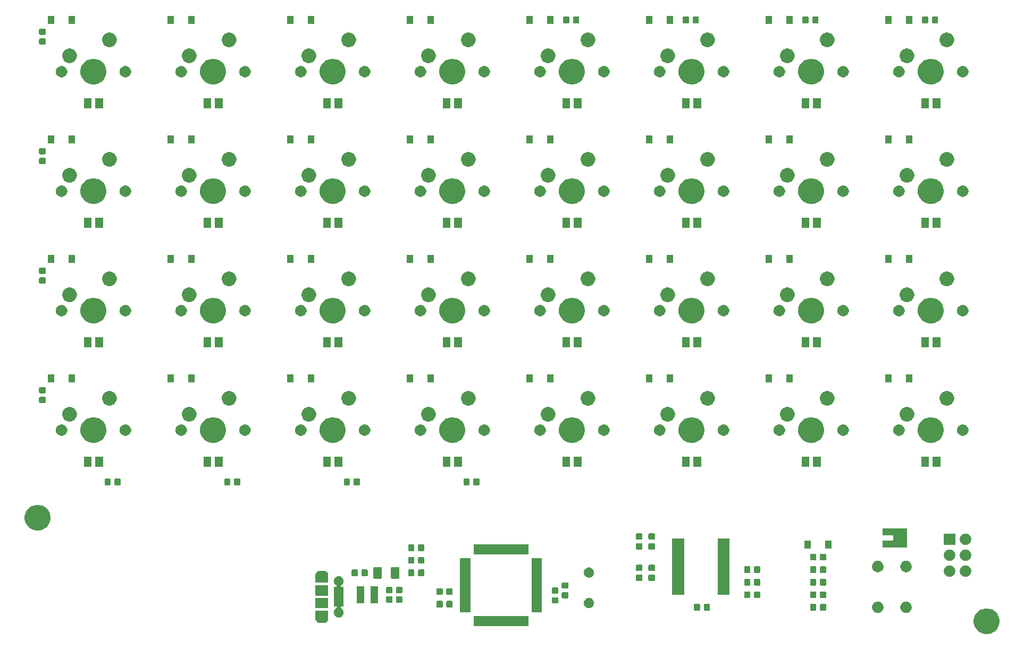
<source format=gbr>
G04 #@! TF.GenerationSoftware,KiCad,Pcbnew,5.1.5+dfsg1-2*
G04 #@! TF.CreationDate,2020-06-27T16:10:21+02:00*
G04 #@! TF.ProjectId,opendeck,6f70656e-6465-4636-9b2e-6b696361645f,1*
G04 #@! TF.SameCoordinates,Original*
G04 #@! TF.FileFunction,Soldermask,Top*
G04 #@! TF.FilePolarity,Negative*
%FSLAX46Y46*%
G04 Gerber Fmt 4.6, Leading zero omitted, Abs format (unit mm)*
G04 Created by KiCad (PCBNEW 5.1.5+dfsg1-2) date 2020-06-27 16:10:21*
%MOMM*%
%LPD*%
G04 APERTURE LIST*
%ADD10C,0.100000*%
G04 APERTURE END LIST*
D10*
G36*
X180940880Y-123749165D02*
G01*
X180940883Y-123749166D01*
X180940882Y-123749166D01*
X181315773Y-123904450D01*
X181653175Y-124129895D01*
X181940105Y-124416825D01*
X182165550Y-124754227D01*
X182240323Y-124934747D01*
X182320835Y-125129120D01*
X182400000Y-125527108D01*
X182400000Y-125932892D01*
X182320835Y-126330880D01*
X182320834Y-126330882D01*
X182165550Y-126705773D01*
X181940105Y-127043175D01*
X181653175Y-127330105D01*
X181315773Y-127555550D01*
X181010124Y-127682153D01*
X180940880Y-127710835D01*
X180542892Y-127790000D01*
X180137108Y-127790000D01*
X179739120Y-127710835D01*
X179669876Y-127682153D01*
X179364227Y-127555550D01*
X179026825Y-127330105D01*
X178739895Y-127043175D01*
X178514450Y-126705773D01*
X178359166Y-126330882D01*
X178359165Y-126330880D01*
X178280000Y-125932892D01*
X178280000Y-125527108D01*
X178359165Y-125129120D01*
X178439677Y-124934747D01*
X178514450Y-124754227D01*
X178739895Y-124416825D01*
X179026825Y-124129895D01*
X179364227Y-123904450D01*
X179739118Y-123749166D01*
X179739117Y-123749166D01*
X179739120Y-123749165D01*
X180137108Y-123670000D01*
X180542892Y-123670000D01*
X180940880Y-123749165D01*
G37*
G36*
X107335000Y-126510000D02*
G01*
X98665000Y-126510000D01*
X98665000Y-124890000D01*
X107335000Y-124890000D01*
X107335000Y-126510000D01*
G37*
G36*
X75472500Y-125286194D02*
G01*
X75473126Y-125298936D01*
X75475693Y-125325000D01*
X75473126Y-125351064D01*
X75472500Y-125363806D01*
X75472500Y-125442557D01*
X75472321Y-125442775D01*
X75456010Y-125477262D01*
X75425210Y-125578793D01*
X75363925Y-125693450D01*
X75281448Y-125793948D01*
X75180950Y-125876425D01*
X75116217Y-125911025D01*
X75066292Y-125937711D01*
X74941884Y-125975450D01*
X74844920Y-125985000D01*
X74080080Y-125985000D01*
X73983116Y-125975450D01*
X73858708Y-125937711D01*
X73808783Y-125911025D01*
X73744050Y-125876425D01*
X73643552Y-125793948D01*
X73561075Y-125693450D01*
X73499790Y-125578793D01*
X73468990Y-125477262D01*
X73459238Y-125453718D01*
X73452500Y-125443634D01*
X73452500Y-125363806D01*
X73451874Y-125351064D01*
X73449307Y-125325000D01*
X73451874Y-125298936D01*
X73452500Y-125286194D01*
X73452500Y-124065000D01*
X75472500Y-124065000D01*
X75472500Y-125286194D01*
G37*
G36*
X77391476Y-118570167D02*
G01*
X77534337Y-118629342D01*
X77661717Y-118714455D01*
X77662911Y-118715253D01*
X77772247Y-118824589D01*
X77772249Y-118824592D01*
X77858158Y-118953163D01*
X77917333Y-119096024D01*
X77947500Y-119247684D01*
X77947500Y-119402316D01*
X77917333Y-119553976D01*
X77858158Y-119696837D01*
X77772634Y-119824831D01*
X77772247Y-119825411D01*
X77662911Y-119934747D01*
X77662908Y-119934749D01*
X77534337Y-120020658D01*
X77534331Y-120020660D01*
X77524978Y-120026910D01*
X77505278Y-120043077D01*
X77489111Y-120062777D01*
X77477098Y-120085252D01*
X77469700Y-120109639D01*
X77467202Y-120135000D01*
X77469700Y-120160362D01*
X77477097Y-120184749D01*
X77489110Y-120207224D01*
X77505277Y-120226924D01*
X77524977Y-120243091D01*
X77547452Y-120255104D01*
X77571839Y-120262502D01*
X77597201Y-120265000D01*
X77897500Y-120265000D01*
X77897500Y-123385000D01*
X77597201Y-123385000D01*
X77571839Y-123387498D01*
X77547453Y-123394896D01*
X77524977Y-123406909D01*
X77505278Y-123423076D01*
X77489111Y-123442775D01*
X77477098Y-123465251D01*
X77469700Y-123489637D01*
X77467202Y-123514999D01*
X77469700Y-123540361D01*
X77477098Y-123564747D01*
X77489111Y-123587223D01*
X77505278Y-123606922D01*
X77524978Y-123623090D01*
X77534331Y-123629340D01*
X77534337Y-123629342D01*
X77662501Y-123714979D01*
X77662911Y-123715253D01*
X77772247Y-123824589D01*
X77772249Y-123824592D01*
X77858158Y-123953163D01*
X77917333Y-124096024D01*
X77947500Y-124247684D01*
X77947500Y-124402316D01*
X77917333Y-124553976D01*
X77858158Y-124696837D01*
X77806883Y-124773575D01*
X77772247Y-124825411D01*
X77662911Y-124934747D01*
X77662908Y-124934749D01*
X77534337Y-125020658D01*
X77391476Y-125079833D01*
X77239816Y-125110000D01*
X77085184Y-125110000D01*
X76933524Y-125079833D01*
X76790663Y-125020658D01*
X76662092Y-124934749D01*
X76662089Y-124934747D01*
X76552753Y-124825411D01*
X76518117Y-124773575D01*
X76466842Y-124696837D01*
X76407667Y-124553976D01*
X76377500Y-124402316D01*
X76377500Y-124247684D01*
X76407667Y-124096024D01*
X76466842Y-123953163D01*
X76552751Y-123824592D01*
X76552753Y-123824589D01*
X76662089Y-123715253D01*
X76662499Y-123714979D01*
X76790663Y-123629342D01*
X76790669Y-123629340D01*
X76800022Y-123623090D01*
X76819722Y-123606923D01*
X76835889Y-123587223D01*
X76847902Y-123564748D01*
X76855300Y-123540361D01*
X76857798Y-123515000D01*
X76855300Y-123489638D01*
X76847903Y-123465251D01*
X76835890Y-123442776D01*
X76819723Y-123423076D01*
X76800023Y-123406909D01*
X76777548Y-123394896D01*
X76753161Y-123387498D01*
X76727799Y-123385000D01*
X76427500Y-123385000D01*
X76427500Y-120265000D01*
X76727799Y-120265000D01*
X76753161Y-120262502D01*
X76777547Y-120255104D01*
X76800023Y-120243091D01*
X76819722Y-120226924D01*
X76835889Y-120207225D01*
X76847902Y-120184749D01*
X76855300Y-120160363D01*
X76857798Y-120135001D01*
X76855300Y-120109639D01*
X76847902Y-120085253D01*
X76835889Y-120062777D01*
X76819722Y-120043078D01*
X76800022Y-120026910D01*
X76790669Y-120020660D01*
X76790663Y-120020658D01*
X76662092Y-119934749D01*
X76662089Y-119934747D01*
X76552753Y-119825411D01*
X76552366Y-119824831D01*
X76466842Y-119696837D01*
X76407667Y-119553976D01*
X76377500Y-119402316D01*
X76377500Y-119247684D01*
X76407667Y-119096024D01*
X76466842Y-118953163D01*
X76552751Y-118824592D01*
X76552753Y-118824589D01*
X76662089Y-118715253D01*
X76663283Y-118714455D01*
X76790663Y-118629342D01*
X76933524Y-118570167D01*
X77085184Y-118540000D01*
X77239816Y-118540000D01*
X77391476Y-118570167D01*
G37*
G36*
X163265437Y-122624971D02*
G01*
X163265440Y-122624972D01*
X163265439Y-122624972D01*
X163431047Y-122693568D01*
X163580091Y-122793156D01*
X163706844Y-122919909D01*
X163806432Y-123068953D01*
X163826978Y-123118557D01*
X163875029Y-123234563D01*
X163910000Y-123410373D01*
X163910000Y-123589627D01*
X163875029Y-123765437D01*
X163875028Y-123765439D01*
X163806432Y-123931047D01*
X163706844Y-124080091D01*
X163580091Y-124206844D01*
X163431047Y-124306432D01*
X163289692Y-124364982D01*
X163265437Y-124375029D01*
X163089627Y-124410000D01*
X162910373Y-124410000D01*
X162734563Y-124375029D01*
X162710308Y-124364982D01*
X162568953Y-124306432D01*
X162419909Y-124206844D01*
X162293156Y-124080091D01*
X162193568Y-123931047D01*
X162124972Y-123765439D01*
X162124971Y-123765437D01*
X162090000Y-123589627D01*
X162090000Y-123410373D01*
X162124971Y-123234563D01*
X162173022Y-123118557D01*
X162193568Y-123068953D01*
X162293156Y-122919909D01*
X162419909Y-122793156D01*
X162568953Y-122693568D01*
X162734561Y-122624972D01*
X162734560Y-122624972D01*
X162734563Y-122624971D01*
X162910373Y-122590000D01*
X163089627Y-122590000D01*
X163265437Y-122624971D01*
G37*
G36*
X167765437Y-122624971D02*
G01*
X167765440Y-122624972D01*
X167765439Y-122624972D01*
X167931047Y-122693568D01*
X168080091Y-122793156D01*
X168206844Y-122919909D01*
X168306432Y-123068953D01*
X168326978Y-123118557D01*
X168375029Y-123234563D01*
X168410000Y-123410373D01*
X168410000Y-123589627D01*
X168375029Y-123765437D01*
X168375028Y-123765439D01*
X168306432Y-123931047D01*
X168206844Y-124080091D01*
X168080091Y-124206844D01*
X167931047Y-124306432D01*
X167789692Y-124364982D01*
X167765437Y-124375029D01*
X167589627Y-124410000D01*
X167410373Y-124410000D01*
X167234563Y-124375029D01*
X167210308Y-124364982D01*
X167068953Y-124306432D01*
X166919909Y-124206844D01*
X166793156Y-124080091D01*
X166693568Y-123931047D01*
X166624972Y-123765439D01*
X166624971Y-123765437D01*
X166590000Y-123589627D01*
X166590000Y-123410373D01*
X166624971Y-123234563D01*
X166673022Y-123118557D01*
X166693568Y-123068953D01*
X166793156Y-122919909D01*
X166919909Y-122793156D01*
X167068953Y-122693568D01*
X167234561Y-122624972D01*
X167234560Y-122624972D01*
X167234563Y-122624971D01*
X167410373Y-122590000D01*
X167589627Y-122590000D01*
X167765437Y-122624971D01*
G37*
G36*
X98110000Y-124335000D02*
G01*
X96490000Y-124335000D01*
X96490000Y-115665000D01*
X98110000Y-115665000D01*
X98110000Y-124335000D01*
G37*
G36*
X109510000Y-124335000D02*
G01*
X107890000Y-124335000D01*
X107890000Y-115665000D01*
X109510000Y-115665000D01*
X109510000Y-124335000D01*
G37*
G36*
X154636973Y-122969148D02*
G01*
X154671333Y-122979571D01*
X154702986Y-122996489D01*
X154730736Y-123019264D01*
X154753511Y-123047014D01*
X154770429Y-123078667D01*
X154780852Y-123113027D01*
X154785000Y-123155138D01*
X154785000Y-123844862D01*
X154780852Y-123886973D01*
X154770429Y-123921333D01*
X154753511Y-123952986D01*
X154730736Y-123980736D01*
X154702986Y-124003511D01*
X154671333Y-124020429D01*
X154636973Y-124030852D01*
X154594862Y-124035000D01*
X153980138Y-124035000D01*
X153938027Y-124030852D01*
X153903667Y-124020429D01*
X153872014Y-124003511D01*
X153844264Y-123980736D01*
X153821489Y-123952986D01*
X153804571Y-123921333D01*
X153794148Y-123886973D01*
X153790000Y-123844862D01*
X153790000Y-123155138D01*
X153794148Y-123113027D01*
X153804571Y-123078667D01*
X153821489Y-123047014D01*
X153844264Y-123019264D01*
X153872014Y-122996489D01*
X153903667Y-122979571D01*
X153938027Y-122969148D01*
X153980138Y-122965000D01*
X154594862Y-122965000D01*
X154636973Y-122969148D01*
G37*
G36*
X153061973Y-122969148D02*
G01*
X153096333Y-122979571D01*
X153127986Y-122996489D01*
X153155736Y-123019264D01*
X153178511Y-123047014D01*
X153195429Y-123078667D01*
X153205852Y-123113027D01*
X153210000Y-123155138D01*
X153210000Y-123844862D01*
X153205852Y-123886973D01*
X153195429Y-123921333D01*
X153178511Y-123952986D01*
X153155736Y-123980736D01*
X153127986Y-124003511D01*
X153096333Y-124020429D01*
X153061973Y-124030852D01*
X153019862Y-124035000D01*
X152405138Y-124035000D01*
X152363027Y-124030852D01*
X152328667Y-124020429D01*
X152297014Y-124003511D01*
X152269264Y-123980736D01*
X152246489Y-123952986D01*
X152229571Y-123921333D01*
X152219148Y-123886973D01*
X152215000Y-123844862D01*
X152215000Y-123155138D01*
X152219148Y-123113027D01*
X152229571Y-123078667D01*
X152246489Y-123047014D01*
X152269264Y-123019264D01*
X152297014Y-122996489D01*
X152328667Y-122979571D01*
X152363027Y-122969148D01*
X152405138Y-122965000D01*
X153019862Y-122965000D01*
X153061973Y-122969148D01*
G37*
G36*
X136136973Y-122969148D02*
G01*
X136171333Y-122979571D01*
X136202986Y-122996489D01*
X136230736Y-123019264D01*
X136253511Y-123047014D01*
X136270429Y-123078667D01*
X136280852Y-123113027D01*
X136285000Y-123155138D01*
X136285000Y-123844862D01*
X136280852Y-123886973D01*
X136270429Y-123921333D01*
X136253511Y-123952986D01*
X136230736Y-123980736D01*
X136202986Y-124003511D01*
X136171333Y-124020429D01*
X136136973Y-124030852D01*
X136094862Y-124035000D01*
X135480138Y-124035000D01*
X135438027Y-124030852D01*
X135403667Y-124020429D01*
X135372014Y-124003511D01*
X135344264Y-123980736D01*
X135321489Y-123952986D01*
X135304571Y-123921333D01*
X135294148Y-123886973D01*
X135290000Y-123844862D01*
X135290000Y-123155138D01*
X135294148Y-123113027D01*
X135304571Y-123078667D01*
X135321489Y-123047014D01*
X135344264Y-123019264D01*
X135372014Y-122996489D01*
X135403667Y-122979571D01*
X135438027Y-122969148D01*
X135480138Y-122965000D01*
X136094862Y-122965000D01*
X136136973Y-122969148D01*
G37*
G36*
X134561973Y-122969148D02*
G01*
X134596333Y-122979571D01*
X134627986Y-122996489D01*
X134655736Y-123019264D01*
X134678511Y-123047014D01*
X134695429Y-123078667D01*
X134705852Y-123113027D01*
X134710000Y-123155138D01*
X134710000Y-123844862D01*
X134705852Y-123886973D01*
X134695429Y-123921333D01*
X134678511Y-123952986D01*
X134655736Y-123980736D01*
X134627986Y-124003511D01*
X134596333Y-124020429D01*
X134561973Y-124030852D01*
X134519862Y-124035000D01*
X133905138Y-124035000D01*
X133863027Y-124030852D01*
X133828667Y-124020429D01*
X133797014Y-124003511D01*
X133769264Y-123980736D01*
X133746489Y-123952986D01*
X133729571Y-123921333D01*
X133719148Y-123886973D01*
X133715000Y-123844862D01*
X133715000Y-123155138D01*
X133719148Y-123113027D01*
X133729571Y-123078667D01*
X133746489Y-123047014D01*
X133769264Y-123019264D01*
X133797014Y-122996489D01*
X133828667Y-122979571D01*
X133863027Y-122969148D01*
X133905138Y-122965000D01*
X134519862Y-122965000D01*
X134561973Y-122969148D01*
G37*
G36*
X117236269Y-122051128D02*
G01*
X117383680Y-122112188D01*
X117516344Y-122200831D01*
X117629169Y-122313656D01*
X117717812Y-122446320D01*
X117778872Y-122593731D01*
X117810000Y-122750222D01*
X117810000Y-122909778D01*
X117778872Y-123066269D01*
X117717812Y-123213680D01*
X117629169Y-123346344D01*
X117516344Y-123459169D01*
X117383680Y-123547812D01*
X117236269Y-123608872D01*
X117079778Y-123640000D01*
X116920222Y-123640000D01*
X116763731Y-123608872D01*
X116616320Y-123547812D01*
X116483656Y-123459169D01*
X116370831Y-123346344D01*
X116282188Y-123213680D01*
X116221128Y-123066269D01*
X116190000Y-122909778D01*
X116190000Y-122750222D01*
X116221128Y-122593731D01*
X116282188Y-122446320D01*
X116370831Y-122313656D01*
X116483656Y-122200831D01*
X116616320Y-122112188D01*
X116763731Y-122051128D01*
X116920222Y-122020000D01*
X117079778Y-122020000D01*
X117236269Y-122051128D01*
G37*
G36*
X75472500Y-123635000D02*
G01*
X73452500Y-123635000D01*
X73452500Y-122015000D01*
X75472500Y-122015000D01*
X75472500Y-123635000D01*
G37*
G36*
X93561973Y-122469148D02*
G01*
X93596333Y-122479571D01*
X93627986Y-122496489D01*
X93655736Y-122519264D01*
X93678511Y-122547014D01*
X93695429Y-122578667D01*
X93705852Y-122613027D01*
X93710000Y-122655138D01*
X93710000Y-123344862D01*
X93705852Y-123386973D01*
X93695429Y-123421333D01*
X93678511Y-123452986D01*
X93655736Y-123480736D01*
X93627986Y-123503511D01*
X93596333Y-123520429D01*
X93561973Y-123530852D01*
X93519862Y-123535000D01*
X92905138Y-123535000D01*
X92863027Y-123530852D01*
X92828667Y-123520429D01*
X92797014Y-123503511D01*
X92769264Y-123480736D01*
X92746489Y-123452986D01*
X92729571Y-123421333D01*
X92719148Y-123386973D01*
X92715000Y-123344862D01*
X92715000Y-122655138D01*
X92719148Y-122613027D01*
X92729571Y-122578667D01*
X92746489Y-122547014D01*
X92769264Y-122519264D01*
X92797014Y-122496489D01*
X92828667Y-122479571D01*
X92863027Y-122469148D01*
X92905138Y-122465000D01*
X93519862Y-122465000D01*
X93561973Y-122469148D01*
G37*
G36*
X95136973Y-122469148D02*
G01*
X95171333Y-122479571D01*
X95202986Y-122496489D01*
X95230736Y-122519264D01*
X95253511Y-122547014D01*
X95270429Y-122578667D01*
X95280852Y-122613027D01*
X95285000Y-122655138D01*
X95285000Y-123344862D01*
X95280852Y-123386973D01*
X95270429Y-123421333D01*
X95253511Y-123452986D01*
X95230736Y-123480736D01*
X95202986Y-123503511D01*
X95171333Y-123520429D01*
X95136973Y-123530852D01*
X95094862Y-123535000D01*
X94480138Y-123535000D01*
X94438027Y-123530852D01*
X94403667Y-123520429D01*
X94372014Y-123503511D01*
X94344264Y-123480736D01*
X94321489Y-123452986D01*
X94304571Y-123421333D01*
X94294148Y-123386973D01*
X94290000Y-123344862D01*
X94290000Y-122655138D01*
X94294148Y-122613027D01*
X94304571Y-122578667D01*
X94321489Y-122547014D01*
X94344264Y-122519264D01*
X94372014Y-122496489D01*
X94403667Y-122479571D01*
X94438027Y-122469148D01*
X94480138Y-122465000D01*
X95094862Y-122465000D01*
X95136973Y-122469148D01*
G37*
G36*
X111986973Y-121894148D02*
G01*
X112021333Y-121904571D01*
X112052986Y-121921489D01*
X112080736Y-121944264D01*
X112103511Y-121972014D01*
X112120429Y-122003667D01*
X112130852Y-122038027D01*
X112135000Y-122080138D01*
X112135000Y-122694862D01*
X112130852Y-122736973D01*
X112120429Y-122771333D01*
X112103511Y-122802986D01*
X112080736Y-122830736D01*
X112052986Y-122853511D01*
X112021333Y-122870429D01*
X111986973Y-122880852D01*
X111944862Y-122885000D01*
X111255138Y-122885000D01*
X111213027Y-122880852D01*
X111178667Y-122870429D01*
X111147014Y-122853511D01*
X111119264Y-122830736D01*
X111096489Y-122802986D01*
X111079571Y-122771333D01*
X111069148Y-122736973D01*
X111065000Y-122694862D01*
X111065000Y-122080138D01*
X111069148Y-122038027D01*
X111079571Y-122003667D01*
X111096489Y-121972014D01*
X111119264Y-121944264D01*
X111147014Y-121921489D01*
X111178667Y-121904571D01*
X111213027Y-121894148D01*
X111255138Y-121890000D01*
X111944862Y-121890000D01*
X111986973Y-121894148D01*
G37*
G36*
X81240000Y-122835000D02*
G01*
X80060000Y-122835000D01*
X80060000Y-120165000D01*
X81240000Y-120165000D01*
X81240000Y-122835000D01*
G37*
G36*
X83440000Y-122835000D02*
G01*
X82260000Y-122835000D01*
X82260000Y-120165000D01*
X83440000Y-120165000D01*
X83440000Y-122835000D01*
G37*
G36*
X85561973Y-121719148D02*
G01*
X85596333Y-121729571D01*
X85627986Y-121746489D01*
X85655736Y-121769264D01*
X85678511Y-121797014D01*
X85695429Y-121828667D01*
X85705852Y-121863027D01*
X85710000Y-121905138D01*
X85710000Y-122594862D01*
X85705852Y-122636973D01*
X85695429Y-122671333D01*
X85678511Y-122702986D01*
X85655736Y-122730736D01*
X85627986Y-122753511D01*
X85596333Y-122770429D01*
X85561973Y-122780852D01*
X85519862Y-122785000D01*
X84905138Y-122785000D01*
X84863027Y-122780852D01*
X84828667Y-122770429D01*
X84797014Y-122753511D01*
X84769264Y-122730736D01*
X84746489Y-122702986D01*
X84729571Y-122671333D01*
X84719148Y-122636973D01*
X84715000Y-122594862D01*
X84715000Y-121905138D01*
X84719148Y-121863027D01*
X84729571Y-121828667D01*
X84746489Y-121797014D01*
X84769264Y-121769264D01*
X84797014Y-121746489D01*
X84828667Y-121729571D01*
X84863027Y-121719148D01*
X84905138Y-121715000D01*
X85519862Y-121715000D01*
X85561973Y-121719148D01*
G37*
G36*
X87136973Y-121719148D02*
G01*
X87171333Y-121729571D01*
X87202986Y-121746489D01*
X87230736Y-121769264D01*
X87253511Y-121797014D01*
X87270429Y-121828667D01*
X87280852Y-121863027D01*
X87285000Y-121905138D01*
X87285000Y-122594862D01*
X87280852Y-122636973D01*
X87270429Y-122671333D01*
X87253511Y-122702986D01*
X87230736Y-122730736D01*
X87202986Y-122753511D01*
X87171333Y-122770429D01*
X87136973Y-122780852D01*
X87094862Y-122785000D01*
X86480138Y-122785000D01*
X86438027Y-122780852D01*
X86403667Y-122770429D01*
X86372014Y-122753511D01*
X86344264Y-122730736D01*
X86321489Y-122702986D01*
X86304571Y-122671333D01*
X86294148Y-122636973D01*
X86290000Y-122594862D01*
X86290000Y-121905138D01*
X86294148Y-121863027D01*
X86304571Y-121828667D01*
X86321489Y-121797014D01*
X86344264Y-121769264D01*
X86372014Y-121746489D01*
X86403667Y-121729571D01*
X86438027Y-121719148D01*
X86480138Y-121715000D01*
X87094862Y-121715000D01*
X87136973Y-121719148D01*
G37*
G36*
X113586973Y-121094148D02*
G01*
X113621333Y-121104571D01*
X113652986Y-121121489D01*
X113680736Y-121144264D01*
X113703511Y-121172014D01*
X113720429Y-121203667D01*
X113730852Y-121238027D01*
X113735000Y-121280138D01*
X113735000Y-121894862D01*
X113730852Y-121936973D01*
X113720429Y-121971333D01*
X113703511Y-122002986D01*
X113680736Y-122030736D01*
X113652986Y-122053511D01*
X113621333Y-122070429D01*
X113586973Y-122080852D01*
X113544862Y-122085000D01*
X112855138Y-122085000D01*
X112813027Y-122080852D01*
X112778667Y-122070429D01*
X112747014Y-122053511D01*
X112719264Y-122030736D01*
X112696489Y-122002986D01*
X112679571Y-121971333D01*
X112669148Y-121936973D01*
X112665000Y-121894862D01*
X112665000Y-121280138D01*
X112669148Y-121238027D01*
X112679571Y-121203667D01*
X112696489Y-121172014D01*
X112719264Y-121144264D01*
X112747014Y-121121489D01*
X112778667Y-121104571D01*
X112813027Y-121094148D01*
X112855138Y-121090000D01*
X113544862Y-121090000D01*
X113586973Y-121094148D01*
G37*
G36*
X154636973Y-120969148D02*
G01*
X154671333Y-120979571D01*
X154702986Y-120996489D01*
X154730736Y-121019264D01*
X154753511Y-121047014D01*
X154770429Y-121078667D01*
X154780852Y-121113027D01*
X154785000Y-121155138D01*
X154785000Y-121844862D01*
X154780852Y-121886973D01*
X154770429Y-121921333D01*
X154753511Y-121952986D01*
X154730736Y-121980736D01*
X154702986Y-122003511D01*
X154671333Y-122020429D01*
X154636973Y-122030852D01*
X154594862Y-122035000D01*
X153980138Y-122035000D01*
X153938027Y-122030852D01*
X153903667Y-122020429D01*
X153872014Y-122003511D01*
X153844264Y-121980736D01*
X153821489Y-121952986D01*
X153804571Y-121921333D01*
X153794148Y-121886973D01*
X153790000Y-121844862D01*
X153790000Y-121155138D01*
X153794148Y-121113027D01*
X153804571Y-121078667D01*
X153821489Y-121047014D01*
X153844264Y-121019264D01*
X153872014Y-120996489D01*
X153903667Y-120979571D01*
X153938027Y-120969148D01*
X153980138Y-120965000D01*
X154594862Y-120965000D01*
X154636973Y-120969148D01*
G37*
G36*
X142561973Y-120969148D02*
G01*
X142596333Y-120979571D01*
X142627986Y-120996489D01*
X142655736Y-121019264D01*
X142678511Y-121047014D01*
X142695429Y-121078667D01*
X142705852Y-121113027D01*
X142710000Y-121155138D01*
X142710000Y-121844862D01*
X142705852Y-121886973D01*
X142695429Y-121921333D01*
X142678511Y-121952986D01*
X142655736Y-121980736D01*
X142627986Y-122003511D01*
X142596333Y-122020429D01*
X142561973Y-122030852D01*
X142519862Y-122035000D01*
X141905138Y-122035000D01*
X141863027Y-122030852D01*
X141828667Y-122020429D01*
X141797014Y-122003511D01*
X141769264Y-121980736D01*
X141746489Y-121952986D01*
X141729571Y-121921333D01*
X141719148Y-121886973D01*
X141715000Y-121844862D01*
X141715000Y-121155138D01*
X141719148Y-121113027D01*
X141729571Y-121078667D01*
X141746489Y-121047014D01*
X141769264Y-121019264D01*
X141797014Y-120996489D01*
X141828667Y-120979571D01*
X141863027Y-120969148D01*
X141905138Y-120965000D01*
X142519862Y-120965000D01*
X142561973Y-120969148D01*
G37*
G36*
X144136973Y-120969148D02*
G01*
X144171333Y-120979571D01*
X144202986Y-120996489D01*
X144230736Y-121019264D01*
X144253511Y-121047014D01*
X144270429Y-121078667D01*
X144280852Y-121113027D01*
X144285000Y-121155138D01*
X144285000Y-121844862D01*
X144280852Y-121886973D01*
X144270429Y-121921333D01*
X144253511Y-121952986D01*
X144230736Y-121980736D01*
X144202986Y-122003511D01*
X144171333Y-122020429D01*
X144136973Y-122030852D01*
X144094862Y-122035000D01*
X143480138Y-122035000D01*
X143438027Y-122030852D01*
X143403667Y-122020429D01*
X143372014Y-122003511D01*
X143344264Y-121980736D01*
X143321489Y-121952986D01*
X143304571Y-121921333D01*
X143294148Y-121886973D01*
X143290000Y-121844862D01*
X143290000Y-121155138D01*
X143294148Y-121113027D01*
X143304571Y-121078667D01*
X143321489Y-121047014D01*
X143344264Y-121019264D01*
X143372014Y-120996489D01*
X143403667Y-120979571D01*
X143438027Y-120969148D01*
X143480138Y-120965000D01*
X144094862Y-120965000D01*
X144136973Y-120969148D01*
G37*
G36*
X153061973Y-120969148D02*
G01*
X153096333Y-120979571D01*
X153127986Y-120996489D01*
X153155736Y-121019264D01*
X153178511Y-121047014D01*
X153195429Y-121078667D01*
X153205852Y-121113027D01*
X153210000Y-121155138D01*
X153210000Y-121844862D01*
X153205852Y-121886973D01*
X153195429Y-121921333D01*
X153178511Y-121952986D01*
X153155736Y-121980736D01*
X153127986Y-122003511D01*
X153096333Y-122020429D01*
X153061973Y-122030852D01*
X153019862Y-122035000D01*
X152405138Y-122035000D01*
X152363027Y-122030852D01*
X152328667Y-122020429D01*
X152297014Y-122003511D01*
X152269264Y-121980736D01*
X152246489Y-121952986D01*
X152229571Y-121921333D01*
X152219148Y-121886973D01*
X152215000Y-121844862D01*
X152215000Y-121155138D01*
X152219148Y-121113027D01*
X152229571Y-121078667D01*
X152246489Y-121047014D01*
X152269264Y-121019264D01*
X152297014Y-120996489D01*
X152328667Y-120979571D01*
X152363027Y-120969148D01*
X152405138Y-120965000D01*
X153019862Y-120965000D01*
X153061973Y-120969148D01*
G37*
G36*
X75472500Y-121635000D02*
G01*
X73452500Y-121635000D01*
X73452500Y-120015000D01*
X75472500Y-120015000D01*
X75472500Y-121635000D01*
G37*
G36*
X93561973Y-120469148D02*
G01*
X93596333Y-120479571D01*
X93627986Y-120496489D01*
X93655736Y-120519264D01*
X93678511Y-120547014D01*
X93695429Y-120578667D01*
X93705852Y-120613027D01*
X93710000Y-120655138D01*
X93710000Y-121344862D01*
X93705852Y-121386973D01*
X93695429Y-121421333D01*
X93678511Y-121452986D01*
X93655736Y-121480736D01*
X93627986Y-121503511D01*
X93596333Y-121520429D01*
X93561973Y-121530852D01*
X93519862Y-121535000D01*
X92905138Y-121535000D01*
X92863027Y-121530852D01*
X92828667Y-121520429D01*
X92797014Y-121503511D01*
X92769264Y-121480736D01*
X92746489Y-121452986D01*
X92729571Y-121421333D01*
X92719148Y-121386973D01*
X92715000Y-121344862D01*
X92715000Y-120655138D01*
X92719148Y-120613027D01*
X92729571Y-120578667D01*
X92746489Y-120547014D01*
X92769264Y-120519264D01*
X92797014Y-120496489D01*
X92828667Y-120479571D01*
X92863027Y-120469148D01*
X92905138Y-120465000D01*
X93519862Y-120465000D01*
X93561973Y-120469148D01*
G37*
G36*
X95136973Y-120469148D02*
G01*
X95171333Y-120479571D01*
X95202986Y-120496489D01*
X95230736Y-120519264D01*
X95253511Y-120547014D01*
X95270429Y-120578667D01*
X95280852Y-120613027D01*
X95285000Y-120655138D01*
X95285000Y-121344862D01*
X95280852Y-121386973D01*
X95270429Y-121421333D01*
X95253511Y-121452986D01*
X95230736Y-121480736D01*
X95202986Y-121503511D01*
X95171333Y-121520429D01*
X95136973Y-121530852D01*
X95094862Y-121535000D01*
X94480138Y-121535000D01*
X94438027Y-121530852D01*
X94403667Y-121520429D01*
X94372014Y-121503511D01*
X94344264Y-121480736D01*
X94321489Y-121452986D01*
X94304571Y-121421333D01*
X94294148Y-121386973D01*
X94290000Y-121344862D01*
X94290000Y-120655138D01*
X94294148Y-120613027D01*
X94304571Y-120578667D01*
X94321489Y-120547014D01*
X94344264Y-120519264D01*
X94372014Y-120496489D01*
X94403667Y-120479571D01*
X94438027Y-120469148D01*
X94480138Y-120465000D01*
X95094862Y-120465000D01*
X95136973Y-120469148D01*
G37*
G36*
X139345000Y-121510000D02*
G01*
X137475000Y-121510000D01*
X137475000Y-112490000D01*
X139345000Y-112490000D01*
X139345000Y-121510000D01*
G37*
G36*
X132145000Y-121510000D02*
G01*
X130275000Y-121510000D01*
X130275000Y-112490000D01*
X132145000Y-112490000D01*
X132145000Y-121510000D01*
G37*
G36*
X111986973Y-120319148D02*
G01*
X112021333Y-120329571D01*
X112052986Y-120346489D01*
X112080736Y-120369264D01*
X112103511Y-120397014D01*
X112120429Y-120428667D01*
X112130852Y-120463027D01*
X112135000Y-120505138D01*
X112135000Y-121119862D01*
X112130852Y-121161973D01*
X112120429Y-121196333D01*
X112103511Y-121227986D01*
X112080736Y-121255736D01*
X112052986Y-121278511D01*
X112021333Y-121295429D01*
X111986973Y-121305852D01*
X111944862Y-121310000D01*
X111255138Y-121310000D01*
X111213027Y-121305852D01*
X111178667Y-121295429D01*
X111147014Y-121278511D01*
X111119264Y-121255736D01*
X111096489Y-121227986D01*
X111079571Y-121196333D01*
X111069148Y-121161973D01*
X111065000Y-121119862D01*
X111065000Y-120505138D01*
X111069148Y-120463027D01*
X111079571Y-120428667D01*
X111096489Y-120397014D01*
X111119264Y-120369264D01*
X111147014Y-120346489D01*
X111178667Y-120329571D01*
X111213027Y-120319148D01*
X111255138Y-120315000D01*
X111944862Y-120315000D01*
X111986973Y-120319148D01*
G37*
G36*
X87136973Y-120219148D02*
G01*
X87171333Y-120229571D01*
X87202986Y-120246489D01*
X87230736Y-120269264D01*
X87253511Y-120297014D01*
X87270429Y-120328667D01*
X87280852Y-120363027D01*
X87285000Y-120405138D01*
X87285000Y-121094862D01*
X87280852Y-121136973D01*
X87270429Y-121171333D01*
X87253511Y-121202986D01*
X87230736Y-121230736D01*
X87202986Y-121253511D01*
X87171333Y-121270429D01*
X87136973Y-121280852D01*
X87094862Y-121285000D01*
X86480138Y-121285000D01*
X86438027Y-121280852D01*
X86403667Y-121270429D01*
X86372014Y-121253511D01*
X86344264Y-121230736D01*
X86321489Y-121202986D01*
X86304571Y-121171333D01*
X86294148Y-121136973D01*
X86290000Y-121094862D01*
X86290000Y-120405138D01*
X86294148Y-120363027D01*
X86304571Y-120328667D01*
X86321489Y-120297014D01*
X86344264Y-120269264D01*
X86372014Y-120246489D01*
X86403667Y-120229571D01*
X86438027Y-120219148D01*
X86480138Y-120215000D01*
X87094862Y-120215000D01*
X87136973Y-120219148D01*
G37*
G36*
X85561973Y-120219148D02*
G01*
X85596333Y-120229571D01*
X85627986Y-120246489D01*
X85655736Y-120269264D01*
X85678511Y-120297014D01*
X85695429Y-120328667D01*
X85705852Y-120363027D01*
X85710000Y-120405138D01*
X85710000Y-121094862D01*
X85705852Y-121136973D01*
X85695429Y-121171333D01*
X85678511Y-121202986D01*
X85655736Y-121230736D01*
X85627986Y-121253511D01*
X85596333Y-121270429D01*
X85561973Y-121280852D01*
X85519862Y-121285000D01*
X84905138Y-121285000D01*
X84863027Y-121280852D01*
X84828667Y-121270429D01*
X84797014Y-121253511D01*
X84769264Y-121230736D01*
X84746489Y-121202986D01*
X84729571Y-121171333D01*
X84719148Y-121136973D01*
X84715000Y-121094862D01*
X84715000Y-120405138D01*
X84719148Y-120363027D01*
X84729571Y-120328667D01*
X84746489Y-120297014D01*
X84769264Y-120269264D01*
X84797014Y-120246489D01*
X84828667Y-120229571D01*
X84863027Y-120219148D01*
X84905138Y-120215000D01*
X85519862Y-120215000D01*
X85561973Y-120219148D01*
G37*
G36*
X113586973Y-119519148D02*
G01*
X113621333Y-119529571D01*
X113652986Y-119546489D01*
X113680736Y-119569264D01*
X113703511Y-119597014D01*
X113720429Y-119628667D01*
X113730852Y-119663027D01*
X113735000Y-119705138D01*
X113735000Y-120319862D01*
X113730852Y-120361973D01*
X113720429Y-120396333D01*
X113703511Y-120427986D01*
X113680736Y-120455736D01*
X113652986Y-120478511D01*
X113621333Y-120495429D01*
X113586973Y-120505852D01*
X113544862Y-120510000D01*
X112855138Y-120510000D01*
X112813027Y-120505852D01*
X112778667Y-120495429D01*
X112747014Y-120478511D01*
X112719264Y-120455736D01*
X112696489Y-120427986D01*
X112679571Y-120396333D01*
X112669148Y-120361973D01*
X112665000Y-120319862D01*
X112665000Y-119705138D01*
X112669148Y-119663027D01*
X112679571Y-119628667D01*
X112696489Y-119597014D01*
X112719264Y-119569264D01*
X112747014Y-119546489D01*
X112778667Y-119529571D01*
X112813027Y-119519148D01*
X112855138Y-119515000D01*
X113544862Y-119515000D01*
X113586973Y-119519148D01*
G37*
G36*
X153061973Y-118969148D02*
G01*
X153096333Y-118979571D01*
X153127986Y-118996489D01*
X153155736Y-119019264D01*
X153178511Y-119047014D01*
X153195429Y-119078667D01*
X153205852Y-119113027D01*
X153210000Y-119155138D01*
X153210000Y-119844862D01*
X153205852Y-119886973D01*
X153195429Y-119921333D01*
X153178511Y-119952986D01*
X153155736Y-119980736D01*
X153127986Y-120003511D01*
X153096333Y-120020429D01*
X153061973Y-120030852D01*
X153019862Y-120035000D01*
X152405138Y-120035000D01*
X152363027Y-120030852D01*
X152328667Y-120020429D01*
X152297014Y-120003511D01*
X152269264Y-119980736D01*
X152246489Y-119952986D01*
X152229571Y-119921333D01*
X152219148Y-119886973D01*
X152215000Y-119844862D01*
X152215000Y-119155138D01*
X152219148Y-119113027D01*
X152229571Y-119078667D01*
X152246489Y-119047014D01*
X152269264Y-119019264D01*
X152297014Y-118996489D01*
X152328667Y-118979571D01*
X152363027Y-118969148D01*
X152405138Y-118965000D01*
X153019862Y-118965000D01*
X153061973Y-118969148D01*
G37*
G36*
X142561973Y-118969148D02*
G01*
X142596333Y-118979571D01*
X142627986Y-118996489D01*
X142655736Y-119019264D01*
X142678511Y-119047014D01*
X142695429Y-119078667D01*
X142705852Y-119113027D01*
X142710000Y-119155138D01*
X142710000Y-119844862D01*
X142705852Y-119886973D01*
X142695429Y-119921333D01*
X142678511Y-119952986D01*
X142655736Y-119980736D01*
X142627986Y-120003511D01*
X142596333Y-120020429D01*
X142561973Y-120030852D01*
X142519862Y-120035000D01*
X141905138Y-120035000D01*
X141863027Y-120030852D01*
X141828667Y-120020429D01*
X141797014Y-120003511D01*
X141769264Y-119980736D01*
X141746489Y-119952986D01*
X141729571Y-119921333D01*
X141719148Y-119886973D01*
X141715000Y-119844862D01*
X141715000Y-119155138D01*
X141719148Y-119113027D01*
X141729571Y-119078667D01*
X141746489Y-119047014D01*
X141769264Y-119019264D01*
X141797014Y-118996489D01*
X141828667Y-118979571D01*
X141863027Y-118969148D01*
X141905138Y-118965000D01*
X142519862Y-118965000D01*
X142561973Y-118969148D01*
G37*
G36*
X154636973Y-118969148D02*
G01*
X154671333Y-118979571D01*
X154702986Y-118996489D01*
X154730736Y-119019264D01*
X154753511Y-119047014D01*
X154770429Y-119078667D01*
X154780852Y-119113027D01*
X154785000Y-119155138D01*
X154785000Y-119844862D01*
X154780852Y-119886973D01*
X154770429Y-119921333D01*
X154753511Y-119952986D01*
X154730736Y-119980736D01*
X154702986Y-120003511D01*
X154671333Y-120020429D01*
X154636973Y-120030852D01*
X154594862Y-120035000D01*
X153980138Y-120035000D01*
X153938027Y-120030852D01*
X153903667Y-120020429D01*
X153872014Y-120003511D01*
X153844264Y-119980736D01*
X153821489Y-119952986D01*
X153804571Y-119921333D01*
X153794148Y-119886973D01*
X153790000Y-119844862D01*
X153790000Y-119155138D01*
X153794148Y-119113027D01*
X153804571Y-119078667D01*
X153821489Y-119047014D01*
X153844264Y-119019264D01*
X153872014Y-118996489D01*
X153903667Y-118979571D01*
X153938027Y-118969148D01*
X153980138Y-118965000D01*
X154594862Y-118965000D01*
X154636973Y-118969148D01*
G37*
G36*
X144136973Y-118969148D02*
G01*
X144171333Y-118979571D01*
X144202986Y-118996489D01*
X144230736Y-119019264D01*
X144253511Y-119047014D01*
X144270429Y-119078667D01*
X144280852Y-119113027D01*
X144285000Y-119155138D01*
X144285000Y-119844862D01*
X144280852Y-119886973D01*
X144270429Y-119921333D01*
X144253511Y-119952986D01*
X144230736Y-119980736D01*
X144202986Y-120003511D01*
X144171333Y-120020429D01*
X144136973Y-120030852D01*
X144094862Y-120035000D01*
X143480138Y-120035000D01*
X143438027Y-120030852D01*
X143403667Y-120020429D01*
X143372014Y-120003511D01*
X143344264Y-119980736D01*
X143321489Y-119952986D01*
X143304571Y-119921333D01*
X143294148Y-119886973D01*
X143290000Y-119844862D01*
X143290000Y-119155138D01*
X143294148Y-119113027D01*
X143304571Y-119078667D01*
X143321489Y-119047014D01*
X143344264Y-119019264D01*
X143372014Y-118996489D01*
X143403667Y-118979571D01*
X143438027Y-118969148D01*
X143480138Y-118965000D01*
X144094862Y-118965000D01*
X144136973Y-118969148D01*
G37*
G36*
X74941884Y-117674550D02*
G01*
X75066292Y-117712289D01*
X75116217Y-117738975D01*
X75180950Y-117773575D01*
X75281448Y-117856052D01*
X75363925Y-117956550D01*
X75403066Y-118029778D01*
X75425211Y-118071209D01*
X75456010Y-118172738D01*
X75465762Y-118196282D01*
X75472500Y-118206366D01*
X75472500Y-118286194D01*
X75473126Y-118298936D01*
X75475693Y-118325000D01*
X75473126Y-118351064D01*
X75472500Y-118363806D01*
X75472500Y-119585000D01*
X73452500Y-119585000D01*
X73452500Y-118363806D01*
X73451874Y-118351064D01*
X73449307Y-118325000D01*
X73451874Y-118298936D01*
X73452500Y-118286194D01*
X73452500Y-118207443D01*
X73452679Y-118207225D01*
X73468990Y-118172738D01*
X73499789Y-118071209D01*
X73521934Y-118029778D01*
X73561075Y-117956550D01*
X73643552Y-117856052D01*
X73744050Y-117773575D01*
X73808783Y-117738975D01*
X73858708Y-117712289D01*
X73983116Y-117674550D01*
X74080080Y-117665000D01*
X74844920Y-117665000D01*
X74941884Y-117674550D01*
G37*
G36*
X125386973Y-118294148D02*
G01*
X125421333Y-118304571D01*
X125452986Y-118321489D01*
X125480736Y-118344264D01*
X125503511Y-118372014D01*
X125520429Y-118403667D01*
X125530852Y-118438027D01*
X125535000Y-118480138D01*
X125535000Y-119094862D01*
X125530852Y-119136973D01*
X125520429Y-119171333D01*
X125503511Y-119202986D01*
X125480736Y-119230736D01*
X125452986Y-119253511D01*
X125421333Y-119270429D01*
X125386973Y-119280852D01*
X125344862Y-119285000D01*
X124655138Y-119285000D01*
X124613027Y-119280852D01*
X124578667Y-119270429D01*
X124547014Y-119253511D01*
X124519264Y-119230736D01*
X124496489Y-119202986D01*
X124479571Y-119171333D01*
X124469148Y-119136973D01*
X124465000Y-119094862D01*
X124465000Y-118480138D01*
X124469148Y-118438027D01*
X124479571Y-118403667D01*
X124496489Y-118372014D01*
X124519264Y-118344264D01*
X124547014Y-118321489D01*
X124578667Y-118304571D01*
X124613027Y-118294148D01*
X124655138Y-118290000D01*
X125344862Y-118290000D01*
X125386973Y-118294148D01*
G37*
G36*
X127386973Y-118294148D02*
G01*
X127421333Y-118304571D01*
X127452986Y-118321489D01*
X127480736Y-118344264D01*
X127503511Y-118372014D01*
X127520429Y-118403667D01*
X127530852Y-118438027D01*
X127535000Y-118480138D01*
X127535000Y-119094862D01*
X127530852Y-119136973D01*
X127520429Y-119171333D01*
X127503511Y-119202986D01*
X127480736Y-119230736D01*
X127452986Y-119253511D01*
X127421333Y-119270429D01*
X127386973Y-119280852D01*
X127344862Y-119285000D01*
X126655138Y-119285000D01*
X126613027Y-119280852D01*
X126578667Y-119270429D01*
X126547014Y-119253511D01*
X126519264Y-119230736D01*
X126496489Y-119202986D01*
X126479571Y-119171333D01*
X126469148Y-119136973D01*
X126465000Y-119094862D01*
X126465000Y-118480138D01*
X126469148Y-118438027D01*
X126479571Y-118403667D01*
X126496489Y-118372014D01*
X126519264Y-118344264D01*
X126547014Y-118321489D01*
X126578667Y-118304571D01*
X126613027Y-118294148D01*
X126655138Y-118290000D01*
X127344862Y-118290000D01*
X127386973Y-118294148D01*
G37*
G36*
X83877117Y-117069383D02*
G01*
X83913760Y-117080499D01*
X83947544Y-117098557D01*
X83977148Y-117122852D01*
X84001443Y-117152456D01*
X84019501Y-117186240D01*
X84030617Y-117222883D01*
X84035000Y-117267386D01*
X84035000Y-118732614D01*
X84030617Y-118777117D01*
X84019501Y-118813760D01*
X84001443Y-118847544D01*
X83977148Y-118877148D01*
X83947544Y-118901443D01*
X83913760Y-118919501D01*
X83877117Y-118930617D01*
X83832614Y-118935000D01*
X82867386Y-118935000D01*
X82822883Y-118930617D01*
X82786240Y-118919501D01*
X82752456Y-118901443D01*
X82722852Y-118877148D01*
X82698557Y-118847544D01*
X82680499Y-118813760D01*
X82669383Y-118777117D01*
X82665000Y-118732614D01*
X82665000Y-117267386D01*
X82669383Y-117222883D01*
X82680499Y-117186240D01*
X82698557Y-117152456D01*
X82722852Y-117122852D01*
X82752456Y-117098557D01*
X82786240Y-117080499D01*
X82822883Y-117069383D01*
X82867386Y-117065000D01*
X83832614Y-117065000D01*
X83877117Y-117069383D01*
G37*
G36*
X86677117Y-117069383D02*
G01*
X86713760Y-117080499D01*
X86747544Y-117098557D01*
X86777148Y-117122852D01*
X86801443Y-117152456D01*
X86819501Y-117186240D01*
X86830617Y-117222883D01*
X86835000Y-117267386D01*
X86835000Y-118732614D01*
X86830617Y-118777117D01*
X86819501Y-118813760D01*
X86801443Y-118847544D01*
X86777148Y-118877148D01*
X86747544Y-118901443D01*
X86713760Y-118919501D01*
X86677117Y-118930617D01*
X86632614Y-118935000D01*
X85667386Y-118935000D01*
X85622883Y-118930617D01*
X85586240Y-118919501D01*
X85552456Y-118901443D01*
X85522852Y-118877148D01*
X85498557Y-118847544D01*
X85480499Y-118813760D01*
X85469383Y-118777117D01*
X85465000Y-118732614D01*
X85465000Y-117267386D01*
X85469383Y-117222883D01*
X85480499Y-117186240D01*
X85498557Y-117152456D01*
X85522852Y-117122852D01*
X85552456Y-117098557D01*
X85586240Y-117080499D01*
X85622883Y-117069383D01*
X85667386Y-117065000D01*
X86632614Y-117065000D01*
X86677117Y-117069383D01*
G37*
G36*
X117236269Y-117171128D02*
G01*
X117383680Y-117232188D01*
X117516344Y-117320831D01*
X117629169Y-117433656D01*
X117717812Y-117566320D01*
X117778872Y-117713731D01*
X117810000Y-117870222D01*
X117810000Y-118029778D01*
X117778872Y-118186269D01*
X117717812Y-118333680D01*
X117629169Y-118466344D01*
X117516344Y-118579169D01*
X117383680Y-118667812D01*
X117236269Y-118728872D01*
X117079778Y-118760000D01*
X116920222Y-118760000D01*
X116763731Y-118728872D01*
X116616320Y-118667812D01*
X116483656Y-118579169D01*
X116370831Y-118466344D01*
X116282188Y-118333680D01*
X116221128Y-118186269D01*
X116190000Y-118029778D01*
X116190000Y-117870222D01*
X116221128Y-117713731D01*
X116282188Y-117566320D01*
X116370831Y-117433656D01*
X116483656Y-117320831D01*
X116616320Y-117232188D01*
X116763731Y-117171128D01*
X116920222Y-117140000D01*
X117079778Y-117140000D01*
X117236269Y-117171128D01*
G37*
G36*
X174695437Y-116854971D02*
G01*
X174695440Y-116854972D01*
X174695439Y-116854972D01*
X174861047Y-116923568D01*
X175010091Y-117023156D01*
X175136844Y-117149909D01*
X175236432Y-117298953D01*
X175292227Y-117433656D01*
X175305029Y-117464563D01*
X175340000Y-117640373D01*
X175340000Y-117819627D01*
X175305029Y-117995437D01*
X175305028Y-117995439D01*
X175236432Y-118161047D01*
X175136844Y-118310091D01*
X175010091Y-118436844D01*
X174861047Y-118536432D01*
X174719692Y-118594982D01*
X174695437Y-118605029D01*
X174519627Y-118640000D01*
X174340373Y-118640000D01*
X174164563Y-118605029D01*
X174140308Y-118594982D01*
X173998953Y-118536432D01*
X173849909Y-118436844D01*
X173723156Y-118310091D01*
X173623568Y-118161047D01*
X173554972Y-117995439D01*
X173554971Y-117995437D01*
X173520000Y-117819627D01*
X173520000Y-117640373D01*
X173554971Y-117464563D01*
X173567773Y-117433656D01*
X173623568Y-117298953D01*
X173723156Y-117149909D01*
X173849909Y-117023156D01*
X173998953Y-116923568D01*
X174164561Y-116854972D01*
X174164560Y-116854972D01*
X174164563Y-116854971D01*
X174340373Y-116820000D01*
X174519627Y-116820000D01*
X174695437Y-116854971D01*
G37*
G36*
X177235437Y-116854971D02*
G01*
X177235440Y-116854972D01*
X177235439Y-116854972D01*
X177401047Y-116923568D01*
X177550091Y-117023156D01*
X177676844Y-117149909D01*
X177776432Y-117298953D01*
X177832227Y-117433656D01*
X177845029Y-117464563D01*
X177880000Y-117640373D01*
X177880000Y-117819627D01*
X177845029Y-117995437D01*
X177845028Y-117995439D01*
X177776432Y-118161047D01*
X177676844Y-118310091D01*
X177550091Y-118436844D01*
X177401047Y-118536432D01*
X177259692Y-118594982D01*
X177235437Y-118605029D01*
X177059627Y-118640000D01*
X176880373Y-118640000D01*
X176704563Y-118605029D01*
X176680308Y-118594982D01*
X176538953Y-118536432D01*
X176389909Y-118436844D01*
X176263156Y-118310091D01*
X176163568Y-118161047D01*
X176094972Y-117995439D01*
X176094971Y-117995437D01*
X176060000Y-117819627D01*
X176060000Y-117640373D01*
X176094971Y-117464563D01*
X176107773Y-117433656D01*
X176163568Y-117298953D01*
X176263156Y-117149909D01*
X176389909Y-117023156D01*
X176538953Y-116923568D01*
X176704561Y-116854972D01*
X176704560Y-116854972D01*
X176704563Y-116854971D01*
X176880373Y-116820000D01*
X177059627Y-116820000D01*
X177235437Y-116854971D01*
G37*
G36*
X90636973Y-117469148D02*
G01*
X90671333Y-117479571D01*
X90702986Y-117496489D01*
X90730736Y-117519264D01*
X90753511Y-117547014D01*
X90770429Y-117578667D01*
X90780852Y-117613027D01*
X90785000Y-117655138D01*
X90785000Y-118344862D01*
X90780852Y-118386973D01*
X90770429Y-118421333D01*
X90753511Y-118452986D01*
X90730736Y-118480736D01*
X90702986Y-118503511D01*
X90671333Y-118520429D01*
X90636973Y-118530852D01*
X90594862Y-118535000D01*
X89980138Y-118535000D01*
X89938027Y-118530852D01*
X89903667Y-118520429D01*
X89872014Y-118503511D01*
X89844264Y-118480736D01*
X89821489Y-118452986D01*
X89804571Y-118421333D01*
X89794148Y-118386973D01*
X89790000Y-118344862D01*
X89790000Y-117655138D01*
X89794148Y-117613027D01*
X89804571Y-117578667D01*
X89821489Y-117547014D01*
X89844264Y-117519264D01*
X89872014Y-117496489D01*
X89903667Y-117479571D01*
X89938027Y-117469148D01*
X89980138Y-117465000D01*
X90594862Y-117465000D01*
X90636973Y-117469148D01*
G37*
G36*
X89061973Y-117469148D02*
G01*
X89096333Y-117479571D01*
X89127986Y-117496489D01*
X89155736Y-117519264D01*
X89178511Y-117547014D01*
X89195429Y-117578667D01*
X89205852Y-117613027D01*
X89210000Y-117655138D01*
X89210000Y-118344862D01*
X89205852Y-118386973D01*
X89195429Y-118421333D01*
X89178511Y-118452986D01*
X89155736Y-118480736D01*
X89127986Y-118503511D01*
X89096333Y-118520429D01*
X89061973Y-118530852D01*
X89019862Y-118535000D01*
X88405138Y-118535000D01*
X88363027Y-118530852D01*
X88328667Y-118520429D01*
X88297014Y-118503511D01*
X88269264Y-118480736D01*
X88246489Y-118452986D01*
X88229571Y-118421333D01*
X88219148Y-118386973D01*
X88215000Y-118344862D01*
X88215000Y-117655138D01*
X88219148Y-117613027D01*
X88229571Y-117578667D01*
X88246489Y-117547014D01*
X88269264Y-117519264D01*
X88297014Y-117496489D01*
X88328667Y-117479571D01*
X88363027Y-117469148D01*
X88405138Y-117465000D01*
X89019862Y-117465000D01*
X89061973Y-117469148D01*
G37*
G36*
X80061973Y-117469148D02*
G01*
X80096333Y-117479571D01*
X80127986Y-117496489D01*
X80155736Y-117519264D01*
X80178511Y-117547014D01*
X80195429Y-117578667D01*
X80205852Y-117613027D01*
X80210000Y-117655138D01*
X80210000Y-118344862D01*
X80205852Y-118386973D01*
X80195429Y-118421333D01*
X80178511Y-118452986D01*
X80155736Y-118480736D01*
X80127986Y-118503511D01*
X80096333Y-118520429D01*
X80061973Y-118530852D01*
X80019862Y-118535000D01*
X79405138Y-118535000D01*
X79363027Y-118530852D01*
X79328667Y-118520429D01*
X79297014Y-118503511D01*
X79269264Y-118480736D01*
X79246489Y-118452986D01*
X79229571Y-118421333D01*
X79219148Y-118386973D01*
X79215000Y-118344862D01*
X79215000Y-117655138D01*
X79219148Y-117613027D01*
X79229571Y-117578667D01*
X79246489Y-117547014D01*
X79269264Y-117519264D01*
X79297014Y-117496489D01*
X79328667Y-117479571D01*
X79363027Y-117469148D01*
X79405138Y-117465000D01*
X80019862Y-117465000D01*
X80061973Y-117469148D01*
G37*
G36*
X81636973Y-117469148D02*
G01*
X81671333Y-117479571D01*
X81702986Y-117496489D01*
X81730736Y-117519264D01*
X81753511Y-117547014D01*
X81770429Y-117578667D01*
X81780852Y-117613027D01*
X81785000Y-117655138D01*
X81785000Y-118344862D01*
X81780852Y-118386973D01*
X81770429Y-118421333D01*
X81753511Y-118452986D01*
X81730736Y-118480736D01*
X81702986Y-118503511D01*
X81671333Y-118520429D01*
X81636973Y-118530852D01*
X81594862Y-118535000D01*
X80980138Y-118535000D01*
X80938027Y-118530852D01*
X80903667Y-118520429D01*
X80872014Y-118503511D01*
X80844264Y-118480736D01*
X80821489Y-118452986D01*
X80804571Y-118421333D01*
X80794148Y-118386973D01*
X80790000Y-118344862D01*
X80790000Y-117655138D01*
X80794148Y-117613027D01*
X80804571Y-117578667D01*
X80821489Y-117547014D01*
X80844264Y-117519264D01*
X80872014Y-117496489D01*
X80903667Y-117479571D01*
X80938027Y-117469148D01*
X80980138Y-117465000D01*
X81594862Y-117465000D01*
X81636973Y-117469148D01*
G37*
G36*
X154636973Y-116969148D02*
G01*
X154671333Y-116979571D01*
X154702986Y-116996489D01*
X154730736Y-117019264D01*
X154753511Y-117047014D01*
X154770429Y-117078667D01*
X154780852Y-117113027D01*
X154785000Y-117155138D01*
X154785000Y-117844862D01*
X154780852Y-117886973D01*
X154770429Y-117921333D01*
X154753511Y-117952986D01*
X154730736Y-117980736D01*
X154702986Y-118003511D01*
X154671333Y-118020429D01*
X154636973Y-118030852D01*
X154594862Y-118035000D01*
X153980138Y-118035000D01*
X153938027Y-118030852D01*
X153903667Y-118020429D01*
X153872014Y-118003511D01*
X153844264Y-117980736D01*
X153821489Y-117952986D01*
X153804571Y-117921333D01*
X153794148Y-117886973D01*
X153790000Y-117844862D01*
X153790000Y-117155138D01*
X153794148Y-117113027D01*
X153804571Y-117078667D01*
X153821489Y-117047014D01*
X153844264Y-117019264D01*
X153872014Y-116996489D01*
X153903667Y-116979571D01*
X153938027Y-116969148D01*
X153980138Y-116965000D01*
X154594862Y-116965000D01*
X154636973Y-116969148D01*
G37*
G36*
X153061973Y-116969148D02*
G01*
X153096333Y-116979571D01*
X153127986Y-116996489D01*
X153155736Y-117019264D01*
X153178511Y-117047014D01*
X153195429Y-117078667D01*
X153205852Y-117113027D01*
X153210000Y-117155138D01*
X153210000Y-117844862D01*
X153205852Y-117886973D01*
X153195429Y-117921333D01*
X153178511Y-117952986D01*
X153155736Y-117980736D01*
X153127986Y-118003511D01*
X153096333Y-118020429D01*
X153061973Y-118030852D01*
X153019862Y-118035000D01*
X152405138Y-118035000D01*
X152363027Y-118030852D01*
X152328667Y-118020429D01*
X152297014Y-118003511D01*
X152269264Y-117980736D01*
X152246489Y-117952986D01*
X152229571Y-117921333D01*
X152219148Y-117886973D01*
X152215000Y-117844862D01*
X152215000Y-117155138D01*
X152219148Y-117113027D01*
X152229571Y-117078667D01*
X152246489Y-117047014D01*
X152269264Y-117019264D01*
X152297014Y-116996489D01*
X152328667Y-116979571D01*
X152363027Y-116969148D01*
X152405138Y-116965000D01*
X153019862Y-116965000D01*
X153061973Y-116969148D01*
G37*
G36*
X142561973Y-116969148D02*
G01*
X142596333Y-116979571D01*
X142627986Y-116996489D01*
X142655736Y-117019264D01*
X142678511Y-117047014D01*
X142695429Y-117078667D01*
X142705852Y-117113027D01*
X142710000Y-117155138D01*
X142710000Y-117844862D01*
X142705852Y-117886973D01*
X142695429Y-117921333D01*
X142678511Y-117952986D01*
X142655736Y-117980736D01*
X142627986Y-118003511D01*
X142596333Y-118020429D01*
X142561973Y-118030852D01*
X142519862Y-118035000D01*
X141905138Y-118035000D01*
X141863027Y-118030852D01*
X141828667Y-118020429D01*
X141797014Y-118003511D01*
X141769264Y-117980736D01*
X141746489Y-117952986D01*
X141729571Y-117921333D01*
X141719148Y-117886973D01*
X141715000Y-117844862D01*
X141715000Y-117155138D01*
X141719148Y-117113027D01*
X141729571Y-117078667D01*
X141746489Y-117047014D01*
X141769264Y-117019264D01*
X141797014Y-116996489D01*
X141828667Y-116979571D01*
X141863027Y-116969148D01*
X141905138Y-116965000D01*
X142519862Y-116965000D01*
X142561973Y-116969148D01*
G37*
G36*
X144136973Y-116969148D02*
G01*
X144171333Y-116979571D01*
X144202986Y-116996489D01*
X144230736Y-117019264D01*
X144253511Y-117047014D01*
X144270429Y-117078667D01*
X144280852Y-117113027D01*
X144285000Y-117155138D01*
X144285000Y-117844862D01*
X144280852Y-117886973D01*
X144270429Y-117921333D01*
X144253511Y-117952986D01*
X144230736Y-117980736D01*
X144202986Y-118003511D01*
X144171333Y-118020429D01*
X144136973Y-118030852D01*
X144094862Y-118035000D01*
X143480138Y-118035000D01*
X143438027Y-118030852D01*
X143403667Y-118020429D01*
X143372014Y-118003511D01*
X143344264Y-117980736D01*
X143321489Y-117952986D01*
X143304571Y-117921333D01*
X143294148Y-117886973D01*
X143290000Y-117844862D01*
X143290000Y-117155138D01*
X143294148Y-117113027D01*
X143304571Y-117078667D01*
X143321489Y-117047014D01*
X143344264Y-117019264D01*
X143372014Y-116996489D01*
X143403667Y-116979571D01*
X143438027Y-116969148D01*
X143480138Y-116965000D01*
X144094862Y-116965000D01*
X144136973Y-116969148D01*
G37*
G36*
X167765437Y-116124971D02*
G01*
X167765440Y-116124972D01*
X167765439Y-116124972D01*
X167931047Y-116193568D01*
X168080091Y-116293156D01*
X168206844Y-116419909D01*
X168306432Y-116568953D01*
X168364982Y-116710308D01*
X168375029Y-116734563D01*
X168410000Y-116910373D01*
X168410000Y-117089627D01*
X168375029Y-117265437D01*
X168375028Y-117265439D01*
X168306432Y-117431047D01*
X168206844Y-117580091D01*
X168080091Y-117706844D01*
X167931047Y-117806432D01*
X167789692Y-117864982D01*
X167765437Y-117875029D01*
X167589627Y-117910000D01*
X167410373Y-117910000D01*
X167234563Y-117875029D01*
X167210308Y-117864982D01*
X167068953Y-117806432D01*
X166919909Y-117706844D01*
X166793156Y-117580091D01*
X166693568Y-117431047D01*
X166624972Y-117265439D01*
X166624971Y-117265437D01*
X166590000Y-117089627D01*
X166590000Y-116910373D01*
X166624971Y-116734563D01*
X166635018Y-116710308D01*
X166693568Y-116568953D01*
X166793156Y-116419909D01*
X166919909Y-116293156D01*
X167068953Y-116193568D01*
X167234561Y-116124972D01*
X167234560Y-116124972D01*
X167234563Y-116124971D01*
X167410373Y-116090000D01*
X167589627Y-116090000D01*
X167765437Y-116124971D01*
G37*
G36*
X163265437Y-116124971D02*
G01*
X163265440Y-116124972D01*
X163265439Y-116124972D01*
X163431047Y-116193568D01*
X163580091Y-116293156D01*
X163706844Y-116419909D01*
X163806432Y-116568953D01*
X163864982Y-116710308D01*
X163875029Y-116734563D01*
X163910000Y-116910373D01*
X163910000Y-117089627D01*
X163875029Y-117265437D01*
X163875028Y-117265439D01*
X163806432Y-117431047D01*
X163706844Y-117580091D01*
X163580091Y-117706844D01*
X163431047Y-117806432D01*
X163289692Y-117864982D01*
X163265437Y-117875029D01*
X163089627Y-117910000D01*
X162910373Y-117910000D01*
X162734563Y-117875029D01*
X162710308Y-117864982D01*
X162568953Y-117806432D01*
X162419909Y-117706844D01*
X162293156Y-117580091D01*
X162193568Y-117431047D01*
X162124972Y-117265439D01*
X162124971Y-117265437D01*
X162090000Y-117089627D01*
X162090000Y-116910373D01*
X162124971Y-116734563D01*
X162135018Y-116710308D01*
X162193568Y-116568953D01*
X162293156Y-116419909D01*
X162419909Y-116293156D01*
X162568953Y-116193568D01*
X162734561Y-116124972D01*
X162734560Y-116124972D01*
X162734563Y-116124971D01*
X162910373Y-116090000D01*
X163089627Y-116090000D01*
X163265437Y-116124971D01*
G37*
G36*
X125386973Y-116719148D02*
G01*
X125421333Y-116729571D01*
X125452986Y-116746489D01*
X125480736Y-116769264D01*
X125503511Y-116797014D01*
X125520429Y-116828667D01*
X125530852Y-116863027D01*
X125535000Y-116905138D01*
X125535000Y-117519862D01*
X125530852Y-117561973D01*
X125520429Y-117596333D01*
X125503511Y-117627986D01*
X125480736Y-117655736D01*
X125452986Y-117678511D01*
X125421333Y-117695429D01*
X125386973Y-117705852D01*
X125344862Y-117710000D01*
X124655138Y-117710000D01*
X124613027Y-117705852D01*
X124578667Y-117695429D01*
X124547014Y-117678511D01*
X124519264Y-117655736D01*
X124496489Y-117627986D01*
X124479571Y-117596333D01*
X124469148Y-117561973D01*
X124465000Y-117519862D01*
X124465000Y-116905138D01*
X124469148Y-116863027D01*
X124479571Y-116828667D01*
X124496489Y-116797014D01*
X124519264Y-116769264D01*
X124547014Y-116746489D01*
X124578667Y-116729571D01*
X124613027Y-116719148D01*
X124655138Y-116715000D01*
X125344862Y-116715000D01*
X125386973Y-116719148D01*
G37*
G36*
X127386973Y-116719148D02*
G01*
X127421333Y-116729571D01*
X127452986Y-116746489D01*
X127480736Y-116769264D01*
X127503511Y-116797014D01*
X127520429Y-116828667D01*
X127530852Y-116863027D01*
X127535000Y-116905138D01*
X127535000Y-117519862D01*
X127530852Y-117561973D01*
X127520429Y-117596333D01*
X127503511Y-117627986D01*
X127480736Y-117655736D01*
X127452986Y-117678511D01*
X127421333Y-117695429D01*
X127386973Y-117705852D01*
X127344862Y-117710000D01*
X126655138Y-117710000D01*
X126613027Y-117705852D01*
X126578667Y-117695429D01*
X126547014Y-117678511D01*
X126519264Y-117655736D01*
X126496489Y-117627986D01*
X126479571Y-117596333D01*
X126469148Y-117561973D01*
X126465000Y-117519862D01*
X126465000Y-116905138D01*
X126469148Y-116863027D01*
X126479571Y-116828667D01*
X126496489Y-116797014D01*
X126519264Y-116769264D01*
X126547014Y-116746489D01*
X126578667Y-116729571D01*
X126613027Y-116719148D01*
X126655138Y-116715000D01*
X127344862Y-116715000D01*
X127386973Y-116719148D01*
G37*
G36*
X89061973Y-115469148D02*
G01*
X89096333Y-115479571D01*
X89127986Y-115496489D01*
X89155736Y-115519264D01*
X89178511Y-115547014D01*
X89195429Y-115578667D01*
X89205852Y-115613027D01*
X89210000Y-115655138D01*
X89210000Y-116344862D01*
X89205852Y-116386973D01*
X89195429Y-116421333D01*
X89178511Y-116452986D01*
X89155736Y-116480736D01*
X89127986Y-116503511D01*
X89096333Y-116520429D01*
X89061973Y-116530852D01*
X89019862Y-116535000D01*
X88405138Y-116535000D01*
X88363027Y-116530852D01*
X88328667Y-116520429D01*
X88297014Y-116503511D01*
X88269264Y-116480736D01*
X88246489Y-116452986D01*
X88229571Y-116421333D01*
X88219148Y-116386973D01*
X88215000Y-116344862D01*
X88215000Y-115655138D01*
X88219148Y-115613027D01*
X88229571Y-115578667D01*
X88246489Y-115547014D01*
X88269264Y-115519264D01*
X88297014Y-115496489D01*
X88328667Y-115479571D01*
X88363027Y-115469148D01*
X88405138Y-115465000D01*
X89019862Y-115465000D01*
X89061973Y-115469148D01*
G37*
G36*
X90636973Y-115469148D02*
G01*
X90671333Y-115479571D01*
X90702986Y-115496489D01*
X90730736Y-115519264D01*
X90753511Y-115547014D01*
X90770429Y-115578667D01*
X90780852Y-115613027D01*
X90785000Y-115655138D01*
X90785000Y-116344862D01*
X90780852Y-116386973D01*
X90770429Y-116421333D01*
X90753511Y-116452986D01*
X90730736Y-116480736D01*
X90702986Y-116503511D01*
X90671333Y-116520429D01*
X90636973Y-116530852D01*
X90594862Y-116535000D01*
X89980138Y-116535000D01*
X89938027Y-116530852D01*
X89903667Y-116520429D01*
X89872014Y-116503511D01*
X89844264Y-116480736D01*
X89821489Y-116452986D01*
X89804571Y-116421333D01*
X89794148Y-116386973D01*
X89790000Y-116344862D01*
X89790000Y-115655138D01*
X89794148Y-115613027D01*
X89804571Y-115578667D01*
X89821489Y-115547014D01*
X89844264Y-115519264D01*
X89872014Y-115496489D01*
X89903667Y-115479571D01*
X89938027Y-115469148D01*
X89980138Y-115465000D01*
X90594862Y-115465000D01*
X90636973Y-115469148D01*
G37*
G36*
X177235437Y-114314971D02*
G01*
X177235440Y-114314972D01*
X177235439Y-114314972D01*
X177401047Y-114383568D01*
X177550091Y-114483156D01*
X177676844Y-114609909D01*
X177776432Y-114758953D01*
X177834982Y-114900308D01*
X177845029Y-114924563D01*
X177880000Y-115100373D01*
X177880000Y-115279627D01*
X177845029Y-115455437D01*
X177845028Y-115455439D01*
X177776432Y-115621047D01*
X177676844Y-115770091D01*
X177550091Y-115896844D01*
X177401047Y-115996432D01*
X177259692Y-116054982D01*
X177235437Y-116065029D01*
X177059627Y-116100000D01*
X176880373Y-116100000D01*
X176704563Y-116065029D01*
X176680308Y-116054982D01*
X176538953Y-115996432D01*
X176389909Y-115896844D01*
X176263156Y-115770091D01*
X176163568Y-115621047D01*
X176094972Y-115455439D01*
X176094971Y-115455437D01*
X176060000Y-115279627D01*
X176060000Y-115100373D01*
X176094971Y-114924563D01*
X176105018Y-114900308D01*
X176163568Y-114758953D01*
X176263156Y-114609909D01*
X176389909Y-114483156D01*
X176538953Y-114383568D01*
X176704561Y-114314972D01*
X176704560Y-114314972D01*
X176704563Y-114314971D01*
X176880373Y-114280000D01*
X177059627Y-114280000D01*
X177235437Y-114314971D01*
G37*
G36*
X174695437Y-114314971D02*
G01*
X174695440Y-114314972D01*
X174695439Y-114314972D01*
X174861047Y-114383568D01*
X175010091Y-114483156D01*
X175136844Y-114609909D01*
X175236432Y-114758953D01*
X175294982Y-114900308D01*
X175305029Y-114924563D01*
X175340000Y-115100373D01*
X175340000Y-115279627D01*
X175305029Y-115455437D01*
X175305028Y-115455439D01*
X175236432Y-115621047D01*
X175136844Y-115770091D01*
X175010091Y-115896844D01*
X174861047Y-115996432D01*
X174719692Y-116054982D01*
X174695437Y-116065029D01*
X174519627Y-116100000D01*
X174340373Y-116100000D01*
X174164563Y-116065029D01*
X174140308Y-116054982D01*
X173998953Y-115996432D01*
X173849909Y-115896844D01*
X173723156Y-115770091D01*
X173623568Y-115621047D01*
X173554972Y-115455439D01*
X173554971Y-115455437D01*
X173520000Y-115279627D01*
X173520000Y-115100373D01*
X173554971Y-114924563D01*
X173565018Y-114900308D01*
X173623568Y-114758953D01*
X173723156Y-114609909D01*
X173849909Y-114483156D01*
X173998953Y-114383568D01*
X174164561Y-114314972D01*
X174164560Y-114314972D01*
X174164563Y-114314971D01*
X174340373Y-114280000D01*
X174519627Y-114280000D01*
X174695437Y-114314971D01*
G37*
G36*
X153061973Y-114969148D02*
G01*
X153096333Y-114979571D01*
X153127986Y-114996489D01*
X153155736Y-115019264D01*
X153178511Y-115047014D01*
X153195429Y-115078667D01*
X153205852Y-115113027D01*
X153210000Y-115155138D01*
X153210000Y-115844862D01*
X153205852Y-115886973D01*
X153195429Y-115921333D01*
X153178511Y-115952986D01*
X153155736Y-115980736D01*
X153127986Y-116003511D01*
X153096333Y-116020429D01*
X153061973Y-116030852D01*
X153019862Y-116035000D01*
X152405138Y-116035000D01*
X152363027Y-116030852D01*
X152328667Y-116020429D01*
X152297014Y-116003511D01*
X152269264Y-115980736D01*
X152246489Y-115952986D01*
X152229571Y-115921333D01*
X152219148Y-115886973D01*
X152215000Y-115844862D01*
X152215000Y-115155138D01*
X152219148Y-115113027D01*
X152229571Y-115078667D01*
X152246489Y-115047014D01*
X152269264Y-115019264D01*
X152297014Y-114996489D01*
X152328667Y-114979571D01*
X152363027Y-114969148D01*
X152405138Y-114965000D01*
X153019862Y-114965000D01*
X153061973Y-114969148D01*
G37*
G36*
X154636973Y-114969148D02*
G01*
X154671333Y-114979571D01*
X154702986Y-114996489D01*
X154730736Y-115019264D01*
X154753511Y-115047014D01*
X154770429Y-115078667D01*
X154780852Y-115113027D01*
X154785000Y-115155138D01*
X154785000Y-115844862D01*
X154780852Y-115886973D01*
X154770429Y-115921333D01*
X154753511Y-115952986D01*
X154730736Y-115980736D01*
X154702986Y-116003511D01*
X154671333Y-116020429D01*
X154636973Y-116030852D01*
X154594862Y-116035000D01*
X153980138Y-116035000D01*
X153938027Y-116030852D01*
X153903667Y-116020429D01*
X153872014Y-116003511D01*
X153844264Y-115980736D01*
X153821489Y-115952986D01*
X153804571Y-115921333D01*
X153794148Y-115886973D01*
X153790000Y-115844862D01*
X153790000Y-115155138D01*
X153794148Y-115113027D01*
X153804571Y-115078667D01*
X153821489Y-115047014D01*
X153844264Y-115019264D01*
X153872014Y-114996489D01*
X153903667Y-114979571D01*
X153938027Y-114969148D01*
X153980138Y-114965000D01*
X154594862Y-114965000D01*
X154636973Y-114969148D01*
G37*
G36*
X107335000Y-115110000D02*
G01*
X98665000Y-115110000D01*
X98665000Y-113490000D01*
X107335000Y-113490000D01*
X107335000Y-115110000D01*
G37*
G36*
X89061973Y-113469148D02*
G01*
X89096333Y-113479571D01*
X89127986Y-113496489D01*
X89155736Y-113519264D01*
X89178511Y-113547014D01*
X89195429Y-113578667D01*
X89205852Y-113613027D01*
X89210000Y-113655138D01*
X89210000Y-114344862D01*
X89205852Y-114386973D01*
X89195429Y-114421333D01*
X89178511Y-114452986D01*
X89155736Y-114480736D01*
X89127986Y-114503511D01*
X89096333Y-114520429D01*
X89061973Y-114530852D01*
X89019862Y-114535000D01*
X88405138Y-114535000D01*
X88363027Y-114530852D01*
X88328667Y-114520429D01*
X88297014Y-114503511D01*
X88269264Y-114480736D01*
X88246489Y-114452986D01*
X88229571Y-114421333D01*
X88219148Y-114386973D01*
X88215000Y-114344862D01*
X88215000Y-113655138D01*
X88219148Y-113613027D01*
X88229571Y-113578667D01*
X88246489Y-113547014D01*
X88269264Y-113519264D01*
X88297014Y-113496489D01*
X88328667Y-113479571D01*
X88363027Y-113469148D01*
X88405138Y-113465000D01*
X89019862Y-113465000D01*
X89061973Y-113469148D01*
G37*
G36*
X90636973Y-113469148D02*
G01*
X90671333Y-113479571D01*
X90702986Y-113496489D01*
X90730736Y-113519264D01*
X90753511Y-113547014D01*
X90770429Y-113578667D01*
X90780852Y-113613027D01*
X90785000Y-113655138D01*
X90785000Y-114344862D01*
X90780852Y-114386973D01*
X90770429Y-114421333D01*
X90753511Y-114452986D01*
X90730736Y-114480736D01*
X90702986Y-114503511D01*
X90671333Y-114520429D01*
X90636973Y-114530852D01*
X90594862Y-114535000D01*
X89980138Y-114535000D01*
X89938027Y-114530852D01*
X89903667Y-114520429D01*
X89872014Y-114503511D01*
X89844264Y-114480736D01*
X89821489Y-114452986D01*
X89804571Y-114421333D01*
X89794148Y-114386973D01*
X89790000Y-114344862D01*
X89790000Y-113655138D01*
X89794148Y-113613027D01*
X89804571Y-113578667D01*
X89821489Y-113547014D01*
X89844264Y-113519264D01*
X89872014Y-113496489D01*
X89903667Y-113479571D01*
X89938027Y-113469148D01*
X89980138Y-113465000D01*
X90594862Y-113465000D01*
X90636973Y-113469148D01*
G37*
G36*
X125386973Y-113294148D02*
G01*
X125421333Y-113304571D01*
X125452986Y-113321489D01*
X125480736Y-113344264D01*
X125503511Y-113372014D01*
X125520429Y-113403667D01*
X125530852Y-113438027D01*
X125535000Y-113480138D01*
X125535000Y-114094862D01*
X125530852Y-114136973D01*
X125520429Y-114171333D01*
X125503511Y-114202986D01*
X125480736Y-114230736D01*
X125452986Y-114253511D01*
X125421333Y-114270429D01*
X125386973Y-114280852D01*
X125344862Y-114285000D01*
X124655138Y-114285000D01*
X124613027Y-114280852D01*
X124578667Y-114270429D01*
X124547014Y-114253511D01*
X124519264Y-114230736D01*
X124496489Y-114202986D01*
X124479571Y-114171333D01*
X124469148Y-114136973D01*
X124465000Y-114094862D01*
X124465000Y-113480138D01*
X124469148Y-113438027D01*
X124479571Y-113403667D01*
X124496489Y-113372014D01*
X124519264Y-113344264D01*
X124547014Y-113321489D01*
X124578667Y-113304571D01*
X124613027Y-113294148D01*
X124655138Y-113290000D01*
X125344862Y-113290000D01*
X125386973Y-113294148D01*
G37*
G36*
X127386973Y-113294148D02*
G01*
X127421333Y-113304571D01*
X127452986Y-113321489D01*
X127480736Y-113344264D01*
X127503511Y-113372014D01*
X127520429Y-113403667D01*
X127530852Y-113438027D01*
X127535000Y-113480138D01*
X127535000Y-114094862D01*
X127530852Y-114136973D01*
X127520429Y-114171333D01*
X127503511Y-114202986D01*
X127480736Y-114230736D01*
X127452986Y-114253511D01*
X127421333Y-114270429D01*
X127386973Y-114280852D01*
X127344862Y-114285000D01*
X126655138Y-114285000D01*
X126613027Y-114280852D01*
X126578667Y-114270429D01*
X126547014Y-114253511D01*
X126519264Y-114230736D01*
X126496489Y-114202986D01*
X126479571Y-114171333D01*
X126469148Y-114136973D01*
X126465000Y-114094862D01*
X126465000Y-113480138D01*
X126469148Y-113438027D01*
X126479571Y-113403667D01*
X126496489Y-113372014D01*
X126519264Y-113344264D01*
X126547014Y-113321489D01*
X126578667Y-113304571D01*
X126613027Y-113294148D01*
X126655138Y-113290000D01*
X127344862Y-113290000D01*
X127386973Y-113294148D01*
G37*
G36*
X155660000Y-114160000D02*
G01*
X154640000Y-114160000D01*
X154640000Y-112840000D01*
X155660000Y-112840000D01*
X155660000Y-114160000D01*
G37*
G36*
X152360000Y-114160000D02*
G01*
X151340000Y-114160000D01*
X151340000Y-112840000D01*
X152360000Y-112840000D01*
X152360000Y-114160000D01*
G37*
G36*
X167655000Y-113945000D02*
G01*
X163760000Y-113945000D01*
X163760000Y-112825000D01*
X165355001Y-112825000D01*
X165380363Y-112822502D01*
X165404749Y-112815104D01*
X165427225Y-112803091D01*
X165446924Y-112786924D01*
X165463091Y-112767225D01*
X165475104Y-112744749D01*
X165482502Y-112720363D01*
X165485000Y-112695001D01*
X165485000Y-112174999D01*
X165482502Y-112149637D01*
X165475104Y-112125251D01*
X165463091Y-112102775D01*
X165446924Y-112083076D01*
X165427225Y-112066909D01*
X165404749Y-112054896D01*
X165380363Y-112047498D01*
X165355001Y-112045000D01*
X163760000Y-112045000D01*
X163760000Y-110925000D01*
X167655000Y-110925000D01*
X167655000Y-113945000D01*
G37*
G36*
X177235437Y-111774971D02*
G01*
X177235440Y-111774972D01*
X177235439Y-111774972D01*
X177401047Y-111843568D01*
X177550091Y-111943156D01*
X177676844Y-112069909D01*
X177776432Y-112218953D01*
X177834982Y-112360308D01*
X177845029Y-112384563D01*
X177880000Y-112560373D01*
X177880000Y-112739627D01*
X177845029Y-112915437D01*
X177845028Y-112915439D01*
X177776432Y-113081047D01*
X177676844Y-113230091D01*
X177550091Y-113356844D01*
X177401047Y-113456432D01*
X177304339Y-113496489D01*
X177235437Y-113525029D01*
X177059627Y-113560000D01*
X176880373Y-113560000D01*
X176704563Y-113525029D01*
X176635661Y-113496489D01*
X176538953Y-113456432D01*
X176389909Y-113356844D01*
X176263156Y-113230091D01*
X176163568Y-113081047D01*
X176094972Y-112915439D01*
X176094971Y-112915437D01*
X176060000Y-112739627D01*
X176060000Y-112560373D01*
X176094971Y-112384563D01*
X176105018Y-112360308D01*
X176163568Y-112218953D01*
X176263156Y-112069909D01*
X176389909Y-111943156D01*
X176538953Y-111843568D01*
X176704561Y-111774972D01*
X176704560Y-111774972D01*
X176704563Y-111774971D01*
X176880373Y-111740000D01*
X177059627Y-111740000D01*
X177235437Y-111774971D01*
G37*
G36*
X175340000Y-113560000D02*
G01*
X173520000Y-113560000D01*
X173520000Y-111740000D01*
X175340000Y-111740000D01*
X175340000Y-113560000D01*
G37*
G36*
X125386973Y-111719148D02*
G01*
X125421333Y-111729571D01*
X125452986Y-111746489D01*
X125480736Y-111769264D01*
X125503511Y-111797014D01*
X125520429Y-111828667D01*
X125530852Y-111863027D01*
X125535000Y-111905138D01*
X125535000Y-112519862D01*
X125530852Y-112561973D01*
X125520429Y-112596333D01*
X125503511Y-112627986D01*
X125480736Y-112655736D01*
X125452986Y-112678511D01*
X125421333Y-112695429D01*
X125386973Y-112705852D01*
X125344862Y-112710000D01*
X124655138Y-112710000D01*
X124613027Y-112705852D01*
X124578667Y-112695429D01*
X124547014Y-112678511D01*
X124519264Y-112655736D01*
X124496489Y-112627986D01*
X124479571Y-112596333D01*
X124469148Y-112561973D01*
X124465000Y-112519862D01*
X124465000Y-111905138D01*
X124469148Y-111863027D01*
X124479571Y-111828667D01*
X124496489Y-111797014D01*
X124519264Y-111769264D01*
X124547014Y-111746489D01*
X124578667Y-111729571D01*
X124613027Y-111719148D01*
X124655138Y-111715000D01*
X125344862Y-111715000D01*
X125386973Y-111719148D01*
G37*
G36*
X127386973Y-111719148D02*
G01*
X127421333Y-111729571D01*
X127452986Y-111746489D01*
X127480736Y-111769264D01*
X127503511Y-111797014D01*
X127520429Y-111828667D01*
X127530852Y-111863027D01*
X127535000Y-111905138D01*
X127535000Y-112519862D01*
X127530852Y-112561973D01*
X127520429Y-112596333D01*
X127503511Y-112627986D01*
X127480736Y-112655736D01*
X127452986Y-112678511D01*
X127421333Y-112695429D01*
X127386973Y-112705852D01*
X127344862Y-112710000D01*
X126655138Y-112710000D01*
X126613027Y-112705852D01*
X126578667Y-112695429D01*
X126547014Y-112678511D01*
X126519264Y-112655736D01*
X126496489Y-112627986D01*
X126479571Y-112596333D01*
X126469148Y-112561973D01*
X126465000Y-112519862D01*
X126465000Y-111905138D01*
X126469148Y-111863027D01*
X126479571Y-111828667D01*
X126496489Y-111797014D01*
X126519264Y-111769264D01*
X126547014Y-111746489D01*
X126578667Y-111729571D01*
X126613027Y-111719148D01*
X126655138Y-111715000D01*
X127344862Y-111715000D01*
X127386973Y-111719148D01*
G37*
G36*
X29810880Y-107239165D02*
G01*
X29810883Y-107239166D01*
X29810882Y-107239166D01*
X30185773Y-107394450D01*
X30523175Y-107619895D01*
X30810105Y-107906825D01*
X31035550Y-108244227D01*
X31162153Y-108549876D01*
X31190835Y-108619120D01*
X31270000Y-109017108D01*
X31270000Y-109422892D01*
X31190835Y-109820880D01*
X31190834Y-109820882D01*
X31035550Y-110195773D01*
X30810105Y-110533175D01*
X30523175Y-110820105D01*
X30185773Y-111045550D01*
X29880124Y-111172153D01*
X29810880Y-111200835D01*
X29412892Y-111280000D01*
X29007108Y-111280000D01*
X28609120Y-111200835D01*
X28539876Y-111172153D01*
X28234227Y-111045550D01*
X27896825Y-110820105D01*
X27609895Y-110533175D01*
X27384450Y-110195773D01*
X27229166Y-109820882D01*
X27229165Y-109820880D01*
X27150000Y-109422892D01*
X27150000Y-109017108D01*
X27229165Y-108619120D01*
X27257847Y-108549876D01*
X27384450Y-108244227D01*
X27609895Y-107906825D01*
X27896825Y-107619895D01*
X28234227Y-107394450D01*
X28609118Y-107239166D01*
X28609117Y-107239166D01*
X28609120Y-107239165D01*
X29007108Y-107160000D01*
X29412892Y-107160000D01*
X29810880Y-107239165D01*
G37*
G36*
X61334973Y-102974148D02*
G01*
X61369333Y-102984571D01*
X61400986Y-103001489D01*
X61428736Y-103024264D01*
X61451511Y-103052014D01*
X61468429Y-103083667D01*
X61478852Y-103118027D01*
X61483000Y-103160138D01*
X61483000Y-103849862D01*
X61478852Y-103891973D01*
X61468429Y-103926333D01*
X61451511Y-103957986D01*
X61428736Y-103985736D01*
X61400986Y-104008511D01*
X61369333Y-104025429D01*
X61334973Y-104035852D01*
X61292862Y-104040000D01*
X60678138Y-104040000D01*
X60636027Y-104035852D01*
X60601667Y-104025429D01*
X60570014Y-104008511D01*
X60542264Y-103985736D01*
X60519489Y-103957986D01*
X60502571Y-103926333D01*
X60492148Y-103891973D01*
X60488000Y-103849862D01*
X60488000Y-103160138D01*
X60492148Y-103118027D01*
X60502571Y-103083667D01*
X60519489Y-103052014D01*
X60542264Y-103024264D01*
X60570014Y-103001489D01*
X60601667Y-102984571D01*
X60636027Y-102974148D01*
X60678138Y-102970000D01*
X61292862Y-102970000D01*
X61334973Y-102974148D01*
G37*
G36*
X97859973Y-102974148D02*
G01*
X97894333Y-102984571D01*
X97925986Y-103001489D01*
X97953736Y-103024264D01*
X97976511Y-103052014D01*
X97993429Y-103083667D01*
X98003852Y-103118027D01*
X98008000Y-103160138D01*
X98008000Y-103849862D01*
X98003852Y-103891973D01*
X97993429Y-103926333D01*
X97976511Y-103957986D01*
X97953736Y-103985736D01*
X97925986Y-104008511D01*
X97894333Y-104025429D01*
X97859973Y-104035852D01*
X97817862Y-104040000D01*
X97203138Y-104040000D01*
X97161027Y-104035852D01*
X97126667Y-104025429D01*
X97095014Y-104008511D01*
X97067264Y-103985736D01*
X97044489Y-103957986D01*
X97027571Y-103926333D01*
X97017148Y-103891973D01*
X97013000Y-103849862D01*
X97013000Y-103160138D01*
X97017148Y-103118027D01*
X97027571Y-103083667D01*
X97044489Y-103052014D01*
X97067264Y-103024264D01*
X97095014Y-103001489D01*
X97126667Y-102984571D01*
X97161027Y-102974148D01*
X97203138Y-102970000D01*
X97817862Y-102970000D01*
X97859973Y-102974148D01*
G37*
G36*
X80384973Y-102974148D02*
G01*
X80419333Y-102984571D01*
X80450986Y-103001489D01*
X80478736Y-103024264D01*
X80501511Y-103052014D01*
X80518429Y-103083667D01*
X80528852Y-103118027D01*
X80533000Y-103160138D01*
X80533000Y-103849862D01*
X80528852Y-103891973D01*
X80518429Y-103926333D01*
X80501511Y-103957986D01*
X80478736Y-103985736D01*
X80450986Y-104008511D01*
X80419333Y-104025429D01*
X80384973Y-104035852D01*
X80342862Y-104040000D01*
X79728138Y-104040000D01*
X79686027Y-104035852D01*
X79651667Y-104025429D01*
X79620014Y-104008511D01*
X79592264Y-103985736D01*
X79569489Y-103957986D01*
X79552571Y-103926333D01*
X79542148Y-103891973D01*
X79538000Y-103849862D01*
X79538000Y-103160138D01*
X79542148Y-103118027D01*
X79552571Y-103083667D01*
X79569489Y-103052014D01*
X79592264Y-103024264D01*
X79620014Y-103001489D01*
X79651667Y-102984571D01*
X79686027Y-102974148D01*
X79728138Y-102970000D01*
X80342862Y-102970000D01*
X80384973Y-102974148D01*
G37*
G36*
X78809973Y-102974148D02*
G01*
X78844333Y-102984571D01*
X78875986Y-103001489D01*
X78903736Y-103024264D01*
X78926511Y-103052014D01*
X78943429Y-103083667D01*
X78953852Y-103118027D01*
X78958000Y-103160138D01*
X78958000Y-103849862D01*
X78953852Y-103891973D01*
X78943429Y-103926333D01*
X78926511Y-103957986D01*
X78903736Y-103985736D01*
X78875986Y-104008511D01*
X78844333Y-104025429D01*
X78809973Y-104035852D01*
X78767862Y-104040000D01*
X78153138Y-104040000D01*
X78111027Y-104035852D01*
X78076667Y-104025429D01*
X78045014Y-104008511D01*
X78017264Y-103985736D01*
X77994489Y-103957986D01*
X77977571Y-103926333D01*
X77967148Y-103891973D01*
X77963000Y-103849862D01*
X77963000Y-103160138D01*
X77967148Y-103118027D01*
X77977571Y-103083667D01*
X77994489Y-103052014D01*
X78017264Y-103024264D01*
X78045014Y-103001489D01*
X78076667Y-102984571D01*
X78111027Y-102974148D01*
X78153138Y-102970000D01*
X78767862Y-102970000D01*
X78809973Y-102974148D01*
G37*
G36*
X59759973Y-102974148D02*
G01*
X59794333Y-102984571D01*
X59825986Y-103001489D01*
X59853736Y-103024264D01*
X59876511Y-103052014D01*
X59893429Y-103083667D01*
X59903852Y-103118027D01*
X59908000Y-103160138D01*
X59908000Y-103849862D01*
X59903852Y-103891973D01*
X59893429Y-103926333D01*
X59876511Y-103957986D01*
X59853736Y-103985736D01*
X59825986Y-104008511D01*
X59794333Y-104025429D01*
X59759973Y-104035852D01*
X59717862Y-104040000D01*
X59103138Y-104040000D01*
X59061027Y-104035852D01*
X59026667Y-104025429D01*
X58995014Y-104008511D01*
X58967264Y-103985736D01*
X58944489Y-103957986D01*
X58927571Y-103926333D01*
X58917148Y-103891973D01*
X58913000Y-103849862D01*
X58913000Y-103160138D01*
X58917148Y-103118027D01*
X58927571Y-103083667D01*
X58944489Y-103052014D01*
X58967264Y-103024264D01*
X58995014Y-103001489D01*
X59026667Y-102984571D01*
X59061027Y-102974148D01*
X59103138Y-102970000D01*
X59717862Y-102970000D01*
X59759973Y-102974148D01*
G37*
G36*
X42284973Y-102974148D02*
G01*
X42319333Y-102984571D01*
X42350986Y-103001489D01*
X42378736Y-103024264D01*
X42401511Y-103052014D01*
X42418429Y-103083667D01*
X42428852Y-103118027D01*
X42433000Y-103160138D01*
X42433000Y-103849862D01*
X42428852Y-103891973D01*
X42418429Y-103926333D01*
X42401511Y-103957986D01*
X42378736Y-103985736D01*
X42350986Y-104008511D01*
X42319333Y-104025429D01*
X42284973Y-104035852D01*
X42242862Y-104040000D01*
X41628138Y-104040000D01*
X41586027Y-104035852D01*
X41551667Y-104025429D01*
X41520014Y-104008511D01*
X41492264Y-103985736D01*
X41469489Y-103957986D01*
X41452571Y-103926333D01*
X41442148Y-103891973D01*
X41438000Y-103849862D01*
X41438000Y-103160138D01*
X41442148Y-103118027D01*
X41452571Y-103083667D01*
X41469489Y-103052014D01*
X41492264Y-103024264D01*
X41520014Y-103001489D01*
X41551667Y-102984571D01*
X41586027Y-102974148D01*
X41628138Y-102970000D01*
X42242862Y-102970000D01*
X42284973Y-102974148D01*
G37*
G36*
X40709973Y-102974148D02*
G01*
X40744333Y-102984571D01*
X40775986Y-103001489D01*
X40803736Y-103024264D01*
X40826511Y-103052014D01*
X40843429Y-103083667D01*
X40853852Y-103118027D01*
X40858000Y-103160138D01*
X40858000Y-103849862D01*
X40853852Y-103891973D01*
X40843429Y-103926333D01*
X40826511Y-103957986D01*
X40803736Y-103985736D01*
X40775986Y-104008511D01*
X40744333Y-104025429D01*
X40709973Y-104035852D01*
X40667862Y-104040000D01*
X40053138Y-104040000D01*
X40011027Y-104035852D01*
X39976667Y-104025429D01*
X39945014Y-104008511D01*
X39917264Y-103985736D01*
X39894489Y-103957986D01*
X39877571Y-103926333D01*
X39867148Y-103891973D01*
X39863000Y-103849862D01*
X39863000Y-103160138D01*
X39867148Y-103118027D01*
X39877571Y-103083667D01*
X39894489Y-103052014D01*
X39917264Y-103024264D01*
X39945014Y-103001489D01*
X39976667Y-102984571D01*
X40011027Y-102974148D01*
X40053138Y-102970000D01*
X40667862Y-102970000D01*
X40709973Y-102974148D01*
G37*
G36*
X99434973Y-102974148D02*
G01*
X99469333Y-102984571D01*
X99500986Y-103001489D01*
X99528736Y-103024264D01*
X99551511Y-103052014D01*
X99568429Y-103083667D01*
X99578852Y-103118027D01*
X99583000Y-103160138D01*
X99583000Y-103849862D01*
X99578852Y-103891973D01*
X99568429Y-103926333D01*
X99551511Y-103957986D01*
X99528736Y-103985736D01*
X99500986Y-104008511D01*
X99469333Y-104025429D01*
X99434973Y-104035852D01*
X99392862Y-104040000D01*
X98778138Y-104040000D01*
X98736027Y-104035852D01*
X98701667Y-104025429D01*
X98670014Y-104008511D01*
X98642264Y-103985736D01*
X98619489Y-103957986D01*
X98602571Y-103926333D01*
X98592148Y-103891973D01*
X98588000Y-103849862D01*
X98588000Y-103160138D01*
X98592148Y-103118027D01*
X98602571Y-103083667D01*
X98619489Y-103052014D01*
X98642264Y-103024264D01*
X98670014Y-103001489D01*
X98701667Y-102984571D01*
X98736027Y-102974148D01*
X98778138Y-102970000D01*
X99392862Y-102970000D01*
X99434973Y-102974148D01*
G37*
G36*
X94960000Y-101110000D02*
G01*
X93740000Y-101110000D01*
X93740000Y-99490000D01*
X94960000Y-99490000D01*
X94960000Y-101110000D01*
G37*
G36*
X39610000Y-101110000D02*
G01*
X38390000Y-101110000D01*
X38390000Y-99490000D01*
X39610000Y-99490000D01*
X39610000Y-101110000D01*
G37*
G36*
X37810000Y-101110000D02*
G01*
X36590000Y-101110000D01*
X36590000Y-99490000D01*
X37810000Y-99490000D01*
X37810000Y-101110000D01*
G37*
G36*
X58660000Y-101110000D02*
G01*
X57440000Y-101110000D01*
X57440000Y-99490000D01*
X58660000Y-99490000D01*
X58660000Y-101110000D01*
G37*
G36*
X171160000Y-101110000D02*
G01*
X169940000Y-101110000D01*
X169940000Y-99490000D01*
X171160000Y-99490000D01*
X171160000Y-101110000D01*
G37*
G36*
X172960000Y-101110000D02*
G01*
X171740000Y-101110000D01*
X171740000Y-99490000D01*
X172960000Y-99490000D01*
X172960000Y-101110000D01*
G37*
G36*
X96760000Y-101110000D02*
G01*
X95540000Y-101110000D01*
X95540000Y-99490000D01*
X96760000Y-99490000D01*
X96760000Y-101110000D01*
G37*
G36*
X56860000Y-101110000D02*
G01*
X55640000Y-101110000D01*
X55640000Y-99490000D01*
X56860000Y-99490000D01*
X56860000Y-101110000D01*
G37*
G36*
X115810000Y-101110000D02*
G01*
X114590000Y-101110000D01*
X114590000Y-99490000D01*
X115810000Y-99490000D01*
X115810000Y-101110000D01*
G37*
G36*
X153910000Y-101110000D02*
G01*
X152690000Y-101110000D01*
X152690000Y-99490000D01*
X153910000Y-99490000D01*
X153910000Y-101110000D01*
G37*
G36*
X75910000Y-101110000D02*
G01*
X74690000Y-101110000D01*
X74690000Y-99490000D01*
X75910000Y-99490000D01*
X75910000Y-101110000D01*
G37*
G36*
X77710000Y-101110000D02*
G01*
X76490000Y-101110000D01*
X76490000Y-99490000D01*
X77710000Y-99490000D01*
X77710000Y-101110000D01*
G37*
G36*
X133060000Y-101110000D02*
G01*
X131840000Y-101110000D01*
X131840000Y-99490000D01*
X133060000Y-99490000D01*
X133060000Y-101110000D01*
G37*
G36*
X114010000Y-101110000D02*
G01*
X112790000Y-101110000D01*
X112790000Y-99490000D01*
X114010000Y-99490000D01*
X114010000Y-101110000D01*
G37*
G36*
X152110000Y-101110000D02*
G01*
X150890000Y-101110000D01*
X150890000Y-99490000D01*
X152110000Y-99490000D01*
X152110000Y-101110000D01*
G37*
G36*
X134860000Y-101110000D02*
G01*
X133640000Y-101110000D01*
X133640000Y-99490000D01*
X134860000Y-99490000D01*
X134860000Y-101110000D01*
G37*
G36*
X172050880Y-93269165D02*
G01*
X172050883Y-93269166D01*
X172050882Y-93269166D01*
X172425773Y-93424450D01*
X172763175Y-93649895D01*
X173050105Y-93936825D01*
X173275550Y-94274227D01*
X173345693Y-94443568D01*
X173430835Y-94649120D01*
X173510000Y-95047108D01*
X173510000Y-95452892D01*
X173430835Y-95850880D01*
X173430834Y-95850882D01*
X173275550Y-96225773D01*
X173050105Y-96563175D01*
X172763175Y-96850105D01*
X172425773Y-97075550D01*
X172120124Y-97202153D01*
X172050880Y-97230835D01*
X171652892Y-97310000D01*
X171247108Y-97310000D01*
X170849120Y-97230835D01*
X170779876Y-97202153D01*
X170474227Y-97075550D01*
X170136825Y-96850105D01*
X169849895Y-96563175D01*
X169624450Y-96225773D01*
X169469166Y-95850882D01*
X169469165Y-95850880D01*
X169390000Y-95452892D01*
X169390000Y-95047108D01*
X169469165Y-94649120D01*
X169554307Y-94443568D01*
X169624450Y-94274227D01*
X169849895Y-93936825D01*
X170136825Y-93649895D01*
X170474227Y-93424450D01*
X170849118Y-93269166D01*
X170849117Y-93269166D01*
X170849120Y-93269165D01*
X171247108Y-93190000D01*
X171652892Y-93190000D01*
X172050880Y-93269165D01*
G37*
G36*
X153000880Y-93269165D02*
G01*
X153000883Y-93269166D01*
X153000882Y-93269166D01*
X153375773Y-93424450D01*
X153713175Y-93649895D01*
X154000105Y-93936825D01*
X154225550Y-94274227D01*
X154295693Y-94443568D01*
X154380835Y-94649120D01*
X154460000Y-95047108D01*
X154460000Y-95452892D01*
X154380835Y-95850880D01*
X154380834Y-95850882D01*
X154225550Y-96225773D01*
X154000105Y-96563175D01*
X153713175Y-96850105D01*
X153375773Y-97075550D01*
X153070124Y-97202153D01*
X153000880Y-97230835D01*
X152602892Y-97310000D01*
X152197108Y-97310000D01*
X151799120Y-97230835D01*
X151729876Y-97202153D01*
X151424227Y-97075550D01*
X151086825Y-96850105D01*
X150799895Y-96563175D01*
X150574450Y-96225773D01*
X150419166Y-95850882D01*
X150419165Y-95850880D01*
X150340000Y-95452892D01*
X150340000Y-95047108D01*
X150419165Y-94649120D01*
X150504307Y-94443568D01*
X150574450Y-94274227D01*
X150799895Y-93936825D01*
X151086825Y-93649895D01*
X151424227Y-93424450D01*
X151799118Y-93269166D01*
X151799117Y-93269166D01*
X151799120Y-93269165D01*
X152197108Y-93190000D01*
X152602892Y-93190000D01*
X153000880Y-93269165D01*
G37*
G36*
X133950880Y-93269165D02*
G01*
X133950883Y-93269166D01*
X133950882Y-93269166D01*
X134325773Y-93424450D01*
X134663175Y-93649895D01*
X134950105Y-93936825D01*
X135175550Y-94274227D01*
X135245693Y-94443568D01*
X135330835Y-94649120D01*
X135410000Y-95047108D01*
X135410000Y-95452892D01*
X135330835Y-95850880D01*
X135330834Y-95850882D01*
X135175550Y-96225773D01*
X134950105Y-96563175D01*
X134663175Y-96850105D01*
X134325773Y-97075550D01*
X134020124Y-97202153D01*
X133950880Y-97230835D01*
X133552892Y-97310000D01*
X133147108Y-97310000D01*
X132749120Y-97230835D01*
X132679876Y-97202153D01*
X132374227Y-97075550D01*
X132036825Y-96850105D01*
X131749895Y-96563175D01*
X131524450Y-96225773D01*
X131369166Y-95850882D01*
X131369165Y-95850880D01*
X131290000Y-95452892D01*
X131290000Y-95047108D01*
X131369165Y-94649120D01*
X131454307Y-94443568D01*
X131524450Y-94274227D01*
X131749895Y-93936825D01*
X132036825Y-93649895D01*
X132374227Y-93424450D01*
X132749118Y-93269166D01*
X132749117Y-93269166D01*
X132749120Y-93269165D01*
X133147108Y-93190000D01*
X133552892Y-93190000D01*
X133950880Y-93269165D01*
G37*
G36*
X114900880Y-93269165D02*
G01*
X114900883Y-93269166D01*
X114900882Y-93269166D01*
X115275773Y-93424450D01*
X115613175Y-93649895D01*
X115900105Y-93936825D01*
X116125550Y-94274227D01*
X116195693Y-94443568D01*
X116280835Y-94649120D01*
X116360000Y-95047108D01*
X116360000Y-95452892D01*
X116280835Y-95850880D01*
X116280834Y-95850882D01*
X116125550Y-96225773D01*
X115900105Y-96563175D01*
X115613175Y-96850105D01*
X115275773Y-97075550D01*
X114970124Y-97202153D01*
X114900880Y-97230835D01*
X114502892Y-97310000D01*
X114097108Y-97310000D01*
X113699120Y-97230835D01*
X113629876Y-97202153D01*
X113324227Y-97075550D01*
X112986825Y-96850105D01*
X112699895Y-96563175D01*
X112474450Y-96225773D01*
X112319166Y-95850882D01*
X112319165Y-95850880D01*
X112240000Y-95452892D01*
X112240000Y-95047108D01*
X112319165Y-94649120D01*
X112404307Y-94443568D01*
X112474450Y-94274227D01*
X112699895Y-93936825D01*
X112986825Y-93649895D01*
X113324227Y-93424450D01*
X113699118Y-93269166D01*
X113699117Y-93269166D01*
X113699120Y-93269165D01*
X114097108Y-93190000D01*
X114502892Y-93190000D01*
X114900880Y-93269165D01*
G37*
G36*
X57750880Y-93269165D02*
G01*
X57750883Y-93269166D01*
X57750882Y-93269166D01*
X58125773Y-93424450D01*
X58463175Y-93649895D01*
X58750105Y-93936825D01*
X58975550Y-94274227D01*
X59045693Y-94443568D01*
X59130835Y-94649120D01*
X59210000Y-95047108D01*
X59210000Y-95452892D01*
X59130835Y-95850880D01*
X59130834Y-95850882D01*
X58975550Y-96225773D01*
X58750105Y-96563175D01*
X58463175Y-96850105D01*
X58125773Y-97075550D01*
X57820124Y-97202153D01*
X57750880Y-97230835D01*
X57352892Y-97310000D01*
X56947108Y-97310000D01*
X56549120Y-97230835D01*
X56479876Y-97202153D01*
X56174227Y-97075550D01*
X55836825Y-96850105D01*
X55549895Y-96563175D01*
X55324450Y-96225773D01*
X55169166Y-95850882D01*
X55169165Y-95850880D01*
X55090000Y-95452892D01*
X55090000Y-95047108D01*
X55169165Y-94649120D01*
X55254307Y-94443568D01*
X55324450Y-94274227D01*
X55549895Y-93936825D01*
X55836825Y-93649895D01*
X56174227Y-93424450D01*
X56549118Y-93269166D01*
X56549117Y-93269166D01*
X56549120Y-93269165D01*
X56947108Y-93190000D01*
X57352892Y-93190000D01*
X57750880Y-93269165D01*
G37*
G36*
X95850880Y-93269165D02*
G01*
X95850883Y-93269166D01*
X95850882Y-93269166D01*
X96225773Y-93424450D01*
X96563175Y-93649895D01*
X96850105Y-93936825D01*
X97075550Y-94274227D01*
X97145693Y-94443568D01*
X97230835Y-94649120D01*
X97310000Y-95047108D01*
X97310000Y-95452892D01*
X97230835Y-95850880D01*
X97230834Y-95850882D01*
X97075550Y-96225773D01*
X96850105Y-96563175D01*
X96563175Y-96850105D01*
X96225773Y-97075550D01*
X95920124Y-97202153D01*
X95850880Y-97230835D01*
X95452892Y-97310000D01*
X95047108Y-97310000D01*
X94649120Y-97230835D01*
X94579876Y-97202153D01*
X94274227Y-97075550D01*
X93936825Y-96850105D01*
X93649895Y-96563175D01*
X93424450Y-96225773D01*
X93269166Y-95850882D01*
X93269165Y-95850880D01*
X93190000Y-95452892D01*
X93190000Y-95047108D01*
X93269165Y-94649120D01*
X93354307Y-94443568D01*
X93424450Y-94274227D01*
X93649895Y-93936825D01*
X93936825Y-93649895D01*
X94274227Y-93424450D01*
X94649118Y-93269166D01*
X94649117Y-93269166D01*
X94649120Y-93269165D01*
X95047108Y-93190000D01*
X95452892Y-93190000D01*
X95850880Y-93269165D01*
G37*
G36*
X76800880Y-93269165D02*
G01*
X76800883Y-93269166D01*
X76800882Y-93269166D01*
X77175773Y-93424450D01*
X77513175Y-93649895D01*
X77800105Y-93936825D01*
X78025550Y-94274227D01*
X78095693Y-94443568D01*
X78180835Y-94649120D01*
X78260000Y-95047108D01*
X78260000Y-95452892D01*
X78180835Y-95850880D01*
X78180834Y-95850882D01*
X78025550Y-96225773D01*
X77800105Y-96563175D01*
X77513175Y-96850105D01*
X77175773Y-97075550D01*
X76870124Y-97202153D01*
X76800880Y-97230835D01*
X76402892Y-97310000D01*
X75997108Y-97310000D01*
X75599120Y-97230835D01*
X75529876Y-97202153D01*
X75224227Y-97075550D01*
X74886825Y-96850105D01*
X74599895Y-96563175D01*
X74374450Y-96225773D01*
X74219166Y-95850882D01*
X74219165Y-95850880D01*
X74140000Y-95452892D01*
X74140000Y-95047108D01*
X74219165Y-94649120D01*
X74304307Y-94443568D01*
X74374450Y-94274227D01*
X74599895Y-93936825D01*
X74886825Y-93649895D01*
X75224227Y-93424450D01*
X75599118Y-93269166D01*
X75599117Y-93269166D01*
X75599120Y-93269165D01*
X75997108Y-93190000D01*
X76402892Y-93190000D01*
X76800880Y-93269165D01*
G37*
G36*
X38700880Y-93269165D02*
G01*
X38700883Y-93269166D01*
X38700882Y-93269166D01*
X39075773Y-93424450D01*
X39413175Y-93649895D01*
X39700105Y-93936825D01*
X39925550Y-94274227D01*
X39995693Y-94443568D01*
X40080835Y-94649120D01*
X40160000Y-95047108D01*
X40160000Y-95452892D01*
X40080835Y-95850880D01*
X40080834Y-95850882D01*
X39925550Y-96225773D01*
X39700105Y-96563175D01*
X39413175Y-96850105D01*
X39075773Y-97075550D01*
X38770124Y-97202153D01*
X38700880Y-97230835D01*
X38302892Y-97310000D01*
X37897108Y-97310000D01*
X37499120Y-97230835D01*
X37429876Y-97202153D01*
X37124227Y-97075550D01*
X36786825Y-96850105D01*
X36499895Y-96563175D01*
X36274450Y-96225773D01*
X36119166Y-95850882D01*
X36119165Y-95850880D01*
X36040000Y-95452892D01*
X36040000Y-95047108D01*
X36119165Y-94649120D01*
X36204307Y-94443568D01*
X36274450Y-94274227D01*
X36499895Y-93936825D01*
X36786825Y-93649895D01*
X37124227Y-93424450D01*
X37499118Y-93269166D01*
X37499117Y-93269166D01*
X37499120Y-93269165D01*
X37897108Y-93190000D01*
X38302892Y-93190000D01*
X38700880Y-93269165D01*
G37*
G36*
X33285437Y-94374971D02*
G01*
X33285440Y-94374972D01*
X33285439Y-94374972D01*
X33451047Y-94443568D01*
X33600091Y-94543156D01*
X33726844Y-94669909D01*
X33826432Y-94818953D01*
X33884982Y-94960308D01*
X33895029Y-94984563D01*
X33930000Y-95160373D01*
X33930000Y-95339627D01*
X33895029Y-95515437D01*
X33895028Y-95515439D01*
X33826432Y-95681047D01*
X33726844Y-95830091D01*
X33600091Y-95956844D01*
X33451047Y-96056432D01*
X33309692Y-96114982D01*
X33285437Y-96125029D01*
X33109627Y-96160000D01*
X32930373Y-96160000D01*
X32754563Y-96125029D01*
X32730308Y-96114982D01*
X32588953Y-96056432D01*
X32439909Y-95956844D01*
X32313156Y-95830091D01*
X32213568Y-95681047D01*
X32144972Y-95515439D01*
X32144971Y-95515437D01*
X32110000Y-95339627D01*
X32110000Y-95160373D01*
X32144971Y-94984563D01*
X32155018Y-94960308D01*
X32213568Y-94818953D01*
X32313156Y-94669909D01*
X32439909Y-94543156D01*
X32588953Y-94443568D01*
X32754561Y-94374972D01*
X32754560Y-94374972D01*
X32754563Y-94374971D01*
X32930373Y-94340000D01*
X33109627Y-94340000D01*
X33285437Y-94374971D01*
G37*
G36*
X100595437Y-94374971D02*
G01*
X100595440Y-94374972D01*
X100595439Y-94374972D01*
X100761047Y-94443568D01*
X100910091Y-94543156D01*
X101036844Y-94669909D01*
X101136432Y-94818953D01*
X101194982Y-94960308D01*
X101205029Y-94984563D01*
X101240000Y-95160373D01*
X101240000Y-95339627D01*
X101205029Y-95515437D01*
X101205028Y-95515439D01*
X101136432Y-95681047D01*
X101036844Y-95830091D01*
X100910091Y-95956844D01*
X100761047Y-96056432D01*
X100619692Y-96114982D01*
X100595437Y-96125029D01*
X100419627Y-96160000D01*
X100240373Y-96160000D01*
X100064563Y-96125029D01*
X100040308Y-96114982D01*
X99898953Y-96056432D01*
X99749909Y-95956844D01*
X99623156Y-95830091D01*
X99523568Y-95681047D01*
X99454972Y-95515439D01*
X99454971Y-95515437D01*
X99420000Y-95339627D01*
X99420000Y-95160373D01*
X99454971Y-94984563D01*
X99465018Y-94960308D01*
X99523568Y-94818953D01*
X99623156Y-94669909D01*
X99749909Y-94543156D01*
X99898953Y-94443568D01*
X100064561Y-94374972D01*
X100064560Y-94374972D01*
X100064563Y-94374971D01*
X100240373Y-94340000D01*
X100419627Y-94340000D01*
X100595437Y-94374971D01*
G37*
G36*
X109485437Y-94374971D02*
G01*
X109485440Y-94374972D01*
X109485439Y-94374972D01*
X109651047Y-94443568D01*
X109800091Y-94543156D01*
X109926844Y-94669909D01*
X110026432Y-94818953D01*
X110084982Y-94960308D01*
X110095029Y-94984563D01*
X110130000Y-95160373D01*
X110130000Y-95339627D01*
X110095029Y-95515437D01*
X110095028Y-95515439D01*
X110026432Y-95681047D01*
X109926844Y-95830091D01*
X109800091Y-95956844D01*
X109651047Y-96056432D01*
X109509692Y-96114982D01*
X109485437Y-96125029D01*
X109309627Y-96160000D01*
X109130373Y-96160000D01*
X108954563Y-96125029D01*
X108930308Y-96114982D01*
X108788953Y-96056432D01*
X108639909Y-95956844D01*
X108513156Y-95830091D01*
X108413568Y-95681047D01*
X108344972Y-95515439D01*
X108344971Y-95515437D01*
X108310000Y-95339627D01*
X108310000Y-95160373D01*
X108344971Y-94984563D01*
X108355018Y-94960308D01*
X108413568Y-94818953D01*
X108513156Y-94669909D01*
X108639909Y-94543156D01*
X108788953Y-94443568D01*
X108954561Y-94374972D01*
X108954560Y-94374972D01*
X108954563Y-94374971D01*
X109130373Y-94340000D01*
X109309627Y-94340000D01*
X109485437Y-94374971D01*
G37*
G36*
X119645437Y-94374971D02*
G01*
X119645440Y-94374972D01*
X119645439Y-94374972D01*
X119811047Y-94443568D01*
X119960091Y-94543156D01*
X120086844Y-94669909D01*
X120186432Y-94818953D01*
X120244982Y-94960308D01*
X120255029Y-94984563D01*
X120290000Y-95160373D01*
X120290000Y-95339627D01*
X120255029Y-95515437D01*
X120255028Y-95515439D01*
X120186432Y-95681047D01*
X120086844Y-95830091D01*
X119960091Y-95956844D01*
X119811047Y-96056432D01*
X119669692Y-96114982D01*
X119645437Y-96125029D01*
X119469627Y-96160000D01*
X119290373Y-96160000D01*
X119114563Y-96125029D01*
X119090308Y-96114982D01*
X118948953Y-96056432D01*
X118799909Y-95956844D01*
X118673156Y-95830091D01*
X118573568Y-95681047D01*
X118504972Y-95515439D01*
X118504971Y-95515437D01*
X118470000Y-95339627D01*
X118470000Y-95160373D01*
X118504971Y-94984563D01*
X118515018Y-94960308D01*
X118573568Y-94818953D01*
X118673156Y-94669909D01*
X118799909Y-94543156D01*
X118948953Y-94443568D01*
X119114561Y-94374972D01*
X119114560Y-94374972D01*
X119114563Y-94374971D01*
X119290373Y-94340000D01*
X119469627Y-94340000D01*
X119645437Y-94374971D01*
G37*
G36*
X128535437Y-94374971D02*
G01*
X128535440Y-94374972D01*
X128535439Y-94374972D01*
X128701047Y-94443568D01*
X128850091Y-94543156D01*
X128976844Y-94669909D01*
X129076432Y-94818953D01*
X129134982Y-94960308D01*
X129145029Y-94984563D01*
X129180000Y-95160373D01*
X129180000Y-95339627D01*
X129145029Y-95515437D01*
X129145028Y-95515439D01*
X129076432Y-95681047D01*
X128976844Y-95830091D01*
X128850091Y-95956844D01*
X128701047Y-96056432D01*
X128559692Y-96114982D01*
X128535437Y-96125029D01*
X128359627Y-96160000D01*
X128180373Y-96160000D01*
X128004563Y-96125029D01*
X127980308Y-96114982D01*
X127838953Y-96056432D01*
X127689909Y-95956844D01*
X127563156Y-95830091D01*
X127463568Y-95681047D01*
X127394972Y-95515439D01*
X127394971Y-95515437D01*
X127360000Y-95339627D01*
X127360000Y-95160373D01*
X127394971Y-94984563D01*
X127405018Y-94960308D01*
X127463568Y-94818953D01*
X127563156Y-94669909D01*
X127689909Y-94543156D01*
X127838953Y-94443568D01*
X128004561Y-94374972D01*
X128004560Y-94374972D01*
X128004563Y-94374971D01*
X128180373Y-94340000D01*
X128359627Y-94340000D01*
X128535437Y-94374971D01*
G37*
G36*
X43445437Y-94374971D02*
G01*
X43445440Y-94374972D01*
X43445439Y-94374972D01*
X43611047Y-94443568D01*
X43760091Y-94543156D01*
X43886844Y-94669909D01*
X43986432Y-94818953D01*
X44044982Y-94960308D01*
X44055029Y-94984563D01*
X44090000Y-95160373D01*
X44090000Y-95339627D01*
X44055029Y-95515437D01*
X44055028Y-95515439D01*
X43986432Y-95681047D01*
X43886844Y-95830091D01*
X43760091Y-95956844D01*
X43611047Y-96056432D01*
X43469692Y-96114982D01*
X43445437Y-96125029D01*
X43269627Y-96160000D01*
X43090373Y-96160000D01*
X42914563Y-96125029D01*
X42890308Y-96114982D01*
X42748953Y-96056432D01*
X42599909Y-95956844D01*
X42473156Y-95830091D01*
X42373568Y-95681047D01*
X42304972Y-95515439D01*
X42304971Y-95515437D01*
X42270000Y-95339627D01*
X42270000Y-95160373D01*
X42304971Y-94984563D01*
X42315018Y-94960308D01*
X42373568Y-94818953D01*
X42473156Y-94669909D01*
X42599909Y-94543156D01*
X42748953Y-94443568D01*
X42914561Y-94374972D01*
X42914560Y-94374972D01*
X42914563Y-94374971D01*
X43090373Y-94340000D01*
X43269627Y-94340000D01*
X43445437Y-94374971D01*
G37*
G36*
X52335437Y-94374971D02*
G01*
X52335440Y-94374972D01*
X52335439Y-94374972D01*
X52501047Y-94443568D01*
X52650091Y-94543156D01*
X52776844Y-94669909D01*
X52876432Y-94818953D01*
X52934982Y-94960308D01*
X52945029Y-94984563D01*
X52980000Y-95160373D01*
X52980000Y-95339627D01*
X52945029Y-95515437D01*
X52945028Y-95515439D01*
X52876432Y-95681047D01*
X52776844Y-95830091D01*
X52650091Y-95956844D01*
X52501047Y-96056432D01*
X52359692Y-96114982D01*
X52335437Y-96125029D01*
X52159627Y-96160000D01*
X51980373Y-96160000D01*
X51804563Y-96125029D01*
X51780308Y-96114982D01*
X51638953Y-96056432D01*
X51489909Y-95956844D01*
X51363156Y-95830091D01*
X51263568Y-95681047D01*
X51194972Y-95515439D01*
X51194971Y-95515437D01*
X51160000Y-95339627D01*
X51160000Y-95160373D01*
X51194971Y-94984563D01*
X51205018Y-94960308D01*
X51263568Y-94818953D01*
X51363156Y-94669909D01*
X51489909Y-94543156D01*
X51638953Y-94443568D01*
X51804561Y-94374972D01*
X51804560Y-94374972D01*
X51804563Y-94374971D01*
X51980373Y-94340000D01*
X52159627Y-94340000D01*
X52335437Y-94374971D01*
G37*
G36*
X62495437Y-94374971D02*
G01*
X62495440Y-94374972D01*
X62495439Y-94374972D01*
X62661047Y-94443568D01*
X62810091Y-94543156D01*
X62936844Y-94669909D01*
X63036432Y-94818953D01*
X63094982Y-94960308D01*
X63105029Y-94984563D01*
X63140000Y-95160373D01*
X63140000Y-95339627D01*
X63105029Y-95515437D01*
X63105028Y-95515439D01*
X63036432Y-95681047D01*
X62936844Y-95830091D01*
X62810091Y-95956844D01*
X62661047Y-96056432D01*
X62519692Y-96114982D01*
X62495437Y-96125029D01*
X62319627Y-96160000D01*
X62140373Y-96160000D01*
X61964563Y-96125029D01*
X61940308Y-96114982D01*
X61798953Y-96056432D01*
X61649909Y-95956844D01*
X61523156Y-95830091D01*
X61423568Y-95681047D01*
X61354972Y-95515439D01*
X61354971Y-95515437D01*
X61320000Y-95339627D01*
X61320000Y-95160373D01*
X61354971Y-94984563D01*
X61365018Y-94960308D01*
X61423568Y-94818953D01*
X61523156Y-94669909D01*
X61649909Y-94543156D01*
X61798953Y-94443568D01*
X61964561Y-94374972D01*
X61964560Y-94374972D01*
X61964563Y-94374971D01*
X62140373Y-94340000D01*
X62319627Y-94340000D01*
X62495437Y-94374971D01*
G37*
G36*
X81545437Y-94374971D02*
G01*
X81545440Y-94374972D01*
X81545439Y-94374972D01*
X81711047Y-94443568D01*
X81860091Y-94543156D01*
X81986844Y-94669909D01*
X82086432Y-94818953D01*
X82144982Y-94960308D01*
X82155029Y-94984563D01*
X82190000Y-95160373D01*
X82190000Y-95339627D01*
X82155029Y-95515437D01*
X82155028Y-95515439D01*
X82086432Y-95681047D01*
X81986844Y-95830091D01*
X81860091Y-95956844D01*
X81711047Y-96056432D01*
X81569692Y-96114982D01*
X81545437Y-96125029D01*
X81369627Y-96160000D01*
X81190373Y-96160000D01*
X81014563Y-96125029D01*
X80990308Y-96114982D01*
X80848953Y-96056432D01*
X80699909Y-95956844D01*
X80573156Y-95830091D01*
X80473568Y-95681047D01*
X80404972Y-95515439D01*
X80404971Y-95515437D01*
X80370000Y-95339627D01*
X80370000Y-95160373D01*
X80404971Y-94984563D01*
X80415018Y-94960308D01*
X80473568Y-94818953D01*
X80573156Y-94669909D01*
X80699909Y-94543156D01*
X80848953Y-94443568D01*
X81014561Y-94374972D01*
X81014560Y-94374972D01*
X81014563Y-94374971D01*
X81190373Y-94340000D01*
X81369627Y-94340000D01*
X81545437Y-94374971D01*
G37*
G36*
X157745437Y-94374971D02*
G01*
X157745440Y-94374972D01*
X157745439Y-94374972D01*
X157911047Y-94443568D01*
X158060091Y-94543156D01*
X158186844Y-94669909D01*
X158286432Y-94818953D01*
X158344982Y-94960308D01*
X158355029Y-94984563D01*
X158390000Y-95160373D01*
X158390000Y-95339627D01*
X158355029Y-95515437D01*
X158355028Y-95515439D01*
X158286432Y-95681047D01*
X158186844Y-95830091D01*
X158060091Y-95956844D01*
X157911047Y-96056432D01*
X157769692Y-96114982D01*
X157745437Y-96125029D01*
X157569627Y-96160000D01*
X157390373Y-96160000D01*
X157214563Y-96125029D01*
X157190308Y-96114982D01*
X157048953Y-96056432D01*
X156899909Y-95956844D01*
X156773156Y-95830091D01*
X156673568Y-95681047D01*
X156604972Y-95515439D01*
X156604971Y-95515437D01*
X156570000Y-95339627D01*
X156570000Y-95160373D01*
X156604971Y-94984563D01*
X156615018Y-94960308D01*
X156673568Y-94818953D01*
X156773156Y-94669909D01*
X156899909Y-94543156D01*
X157048953Y-94443568D01*
X157214561Y-94374972D01*
X157214560Y-94374972D01*
X157214563Y-94374971D01*
X157390373Y-94340000D01*
X157569627Y-94340000D01*
X157745437Y-94374971D01*
G37*
G36*
X147585437Y-94374971D02*
G01*
X147585440Y-94374972D01*
X147585439Y-94374972D01*
X147751047Y-94443568D01*
X147900091Y-94543156D01*
X148026844Y-94669909D01*
X148126432Y-94818953D01*
X148184982Y-94960308D01*
X148195029Y-94984563D01*
X148230000Y-95160373D01*
X148230000Y-95339627D01*
X148195029Y-95515437D01*
X148195028Y-95515439D01*
X148126432Y-95681047D01*
X148026844Y-95830091D01*
X147900091Y-95956844D01*
X147751047Y-96056432D01*
X147609692Y-96114982D01*
X147585437Y-96125029D01*
X147409627Y-96160000D01*
X147230373Y-96160000D01*
X147054563Y-96125029D01*
X147030308Y-96114982D01*
X146888953Y-96056432D01*
X146739909Y-95956844D01*
X146613156Y-95830091D01*
X146513568Y-95681047D01*
X146444972Y-95515439D01*
X146444971Y-95515437D01*
X146410000Y-95339627D01*
X146410000Y-95160373D01*
X146444971Y-94984563D01*
X146455018Y-94960308D01*
X146513568Y-94818953D01*
X146613156Y-94669909D01*
X146739909Y-94543156D01*
X146888953Y-94443568D01*
X147054561Y-94374972D01*
X147054560Y-94374972D01*
X147054563Y-94374971D01*
X147230373Y-94340000D01*
X147409627Y-94340000D01*
X147585437Y-94374971D01*
G37*
G36*
X176795437Y-94374971D02*
G01*
X176795440Y-94374972D01*
X176795439Y-94374972D01*
X176961047Y-94443568D01*
X177110091Y-94543156D01*
X177236844Y-94669909D01*
X177336432Y-94818953D01*
X177394982Y-94960308D01*
X177405029Y-94984563D01*
X177440000Y-95160373D01*
X177440000Y-95339627D01*
X177405029Y-95515437D01*
X177405028Y-95515439D01*
X177336432Y-95681047D01*
X177236844Y-95830091D01*
X177110091Y-95956844D01*
X176961047Y-96056432D01*
X176819692Y-96114982D01*
X176795437Y-96125029D01*
X176619627Y-96160000D01*
X176440373Y-96160000D01*
X176264563Y-96125029D01*
X176240308Y-96114982D01*
X176098953Y-96056432D01*
X175949909Y-95956844D01*
X175823156Y-95830091D01*
X175723568Y-95681047D01*
X175654972Y-95515439D01*
X175654971Y-95515437D01*
X175620000Y-95339627D01*
X175620000Y-95160373D01*
X175654971Y-94984563D01*
X175665018Y-94960308D01*
X175723568Y-94818953D01*
X175823156Y-94669909D01*
X175949909Y-94543156D01*
X176098953Y-94443568D01*
X176264561Y-94374972D01*
X176264560Y-94374972D01*
X176264563Y-94374971D01*
X176440373Y-94340000D01*
X176619627Y-94340000D01*
X176795437Y-94374971D01*
G37*
G36*
X166635437Y-94374971D02*
G01*
X166635440Y-94374972D01*
X166635439Y-94374972D01*
X166801047Y-94443568D01*
X166950091Y-94543156D01*
X167076844Y-94669909D01*
X167176432Y-94818953D01*
X167234982Y-94960308D01*
X167245029Y-94984563D01*
X167280000Y-95160373D01*
X167280000Y-95339627D01*
X167245029Y-95515437D01*
X167245028Y-95515439D01*
X167176432Y-95681047D01*
X167076844Y-95830091D01*
X166950091Y-95956844D01*
X166801047Y-96056432D01*
X166659692Y-96114982D01*
X166635437Y-96125029D01*
X166459627Y-96160000D01*
X166280373Y-96160000D01*
X166104563Y-96125029D01*
X166080308Y-96114982D01*
X165938953Y-96056432D01*
X165789909Y-95956844D01*
X165663156Y-95830091D01*
X165563568Y-95681047D01*
X165494972Y-95515439D01*
X165494971Y-95515437D01*
X165460000Y-95339627D01*
X165460000Y-95160373D01*
X165494971Y-94984563D01*
X165505018Y-94960308D01*
X165563568Y-94818953D01*
X165663156Y-94669909D01*
X165789909Y-94543156D01*
X165938953Y-94443568D01*
X166104561Y-94374972D01*
X166104560Y-94374972D01*
X166104563Y-94374971D01*
X166280373Y-94340000D01*
X166459627Y-94340000D01*
X166635437Y-94374971D01*
G37*
G36*
X138695437Y-94374971D02*
G01*
X138695440Y-94374972D01*
X138695439Y-94374972D01*
X138861047Y-94443568D01*
X139010091Y-94543156D01*
X139136844Y-94669909D01*
X139236432Y-94818953D01*
X139294982Y-94960308D01*
X139305029Y-94984563D01*
X139340000Y-95160373D01*
X139340000Y-95339627D01*
X139305029Y-95515437D01*
X139305028Y-95515439D01*
X139236432Y-95681047D01*
X139136844Y-95830091D01*
X139010091Y-95956844D01*
X138861047Y-96056432D01*
X138719692Y-96114982D01*
X138695437Y-96125029D01*
X138519627Y-96160000D01*
X138340373Y-96160000D01*
X138164563Y-96125029D01*
X138140308Y-96114982D01*
X137998953Y-96056432D01*
X137849909Y-95956844D01*
X137723156Y-95830091D01*
X137623568Y-95681047D01*
X137554972Y-95515439D01*
X137554971Y-95515437D01*
X137520000Y-95339627D01*
X137520000Y-95160373D01*
X137554971Y-94984563D01*
X137565018Y-94960308D01*
X137623568Y-94818953D01*
X137723156Y-94669909D01*
X137849909Y-94543156D01*
X137998953Y-94443568D01*
X138164561Y-94374972D01*
X138164560Y-94374972D01*
X138164563Y-94374971D01*
X138340373Y-94340000D01*
X138519627Y-94340000D01*
X138695437Y-94374971D01*
G37*
G36*
X90435437Y-94374971D02*
G01*
X90435440Y-94374972D01*
X90435439Y-94374972D01*
X90601047Y-94443568D01*
X90750091Y-94543156D01*
X90876844Y-94669909D01*
X90976432Y-94818953D01*
X91034982Y-94960308D01*
X91045029Y-94984563D01*
X91080000Y-95160373D01*
X91080000Y-95339627D01*
X91045029Y-95515437D01*
X91045028Y-95515439D01*
X90976432Y-95681047D01*
X90876844Y-95830091D01*
X90750091Y-95956844D01*
X90601047Y-96056432D01*
X90459692Y-96114982D01*
X90435437Y-96125029D01*
X90259627Y-96160000D01*
X90080373Y-96160000D01*
X89904563Y-96125029D01*
X89880308Y-96114982D01*
X89738953Y-96056432D01*
X89589909Y-95956844D01*
X89463156Y-95830091D01*
X89363568Y-95681047D01*
X89294972Y-95515439D01*
X89294971Y-95515437D01*
X89260000Y-95339627D01*
X89260000Y-95160373D01*
X89294971Y-94984563D01*
X89305018Y-94960308D01*
X89363568Y-94818953D01*
X89463156Y-94669909D01*
X89589909Y-94543156D01*
X89738953Y-94443568D01*
X89904561Y-94374972D01*
X89904560Y-94374972D01*
X89904563Y-94374971D01*
X90080373Y-94340000D01*
X90259627Y-94340000D01*
X90435437Y-94374971D01*
G37*
G36*
X71385437Y-94374971D02*
G01*
X71385440Y-94374972D01*
X71385439Y-94374972D01*
X71551047Y-94443568D01*
X71700091Y-94543156D01*
X71826844Y-94669909D01*
X71926432Y-94818953D01*
X71984982Y-94960308D01*
X71995029Y-94984563D01*
X72030000Y-95160373D01*
X72030000Y-95339627D01*
X71995029Y-95515437D01*
X71995028Y-95515439D01*
X71926432Y-95681047D01*
X71826844Y-95830091D01*
X71700091Y-95956844D01*
X71551047Y-96056432D01*
X71409692Y-96114982D01*
X71385437Y-96125029D01*
X71209627Y-96160000D01*
X71030373Y-96160000D01*
X70854563Y-96125029D01*
X70830308Y-96114982D01*
X70688953Y-96056432D01*
X70539909Y-95956844D01*
X70413156Y-95830091D01*
X70313568Y-95681047D01*
X70244972Y-95515439D01*
X70244971Y-95515437D01*
X70210000Y-95339627D01*
X70210000Y-95160373D01*
X70244971Y-94984563D01*
X70255018Y-94960308D01*
X70313568Y-94818953D01*
X70413156Y-94669909D01*
X70539909Y-94543156D01*
X70688953Y-94443568D01*
X70854561Y-94374972D01*
X70854560Y-94374972D01*
X70854563Y-94374971D01*
X71030373Y-94340000D01*
X71209627Y-94340000D01*
X71385437Y-94374971D01*
G37*
G36*
X129878360Y-91594578D02*
G01*
X130089466Y-91682021D01*
X130089468Y-91682022D01*
X130279459Y-91808970D01*
X130441030Y-91970541D01*
X130441031Y-91970543D01*
X130567979Y-92160534D01*
X130655422Y-92371640D01*
X130700000Y-92595750D01*
X130700000Y-92824250D01*
X130655422Y-93048360D01*
X130567979Y-93259466D01*
X130567978Y-93259468D01*
X130441030Y-93449459D01*
X130279459Y-93611030D01*
X130089468Y-93737978D01*
X130089467Y-93737979D01*
X130089466Y-93737979D01*
X129878360Y-93825422D01*
X129654250Y-93870000D01*
X129425750Y-93870000D01*
X129201640Y-93825422D01*
X128990534Y-93737979D01*
X128990533Y-93737979D01*
X128990532Y-93737978D01*
X128800541Y-93611030D01*
X128638970Y-93449459D01*
X128512022Y-93259468D01*
X128512021Y-93259466D01*
X128424578Y-93048360D01*
X128380000Y-92824250D01*
X128380000Y-92595750D01*
X128424578Y-92371640D01*
X128512021Y-92160534D01*
X128638969Y-91970543D01*
X128638970Y-91970541D01*
X128800541Y-91808970D01*
X128990532Y-91682022D01*
X128990534Y-91682021D01*
X129201640Y-91594578D01*
X129425750Y-91550000D01*
X129654250Y-91550000D01*
X129878360Y-91594578D01*
G37*
G36*
X34628360Y-91594578D02*
G01*
X34839466Y-91682021D01*
X34839468Y-91682022D01*
X35029459Y-91808970D01*
X35191030Y-91970541D01*
X35191031Y-91970543D01*
X35317979Y-92160534D01*
X35405422Y-92371640D01*
X35450000Y-92595750D01*
X35450000Y-92824250D01*
X35405422Y-93048360D01*
X35317979Y-93259466D01*
X35317978Y-93259468D01*
X35191030Y-93449459D01*
X35029459Y-93611030D01*
X34839468Y-93737978D01*
X34839467Y-93737979D01*
X34839466Y-93737979D01*
X34628360Y-93825422D01*
X34404250Y-93870000D01*
X34175750Y-93870000D01*
X33951640Y-93825422D01*
X33740534Y-93737979D01*
X33740533Y-93737979D01*
X33740532Y-93737978D01*
X33550541Y-93611030D01*
X33388970Y-93449459D01*
X33262022Y-93259468D01*
X33262021Y-93259466D01*
X33174578Y-93048360D01*
X33130000Y-92824250D01*
X33130000Y-92595750D01*
X33174578Y-92371640D01*
X33262021Y-92160534D01*
X33388969Y-91970543D01*
X33388970Y-91970541D01*
X33550541Y-91808970D01*
X33740532Y-91682022D01*
X33740534Y-91682021D01*
X33951640Y-91594578D01*
X34175750Y-91550000D01*
X34404250Y-91550000D01*
X34628360Y-91594578D01*
G37*
G36*
X167978360Y-91594578D02*
G01*
X168189466Y-91682021D01*
X168189468Y-91682022D01*
X168379459Y-91808970D01*
X168541030Y-91970541D01*
X168541031Y-91970543D01*
X168667979Y-92160534D01*
X168755422Y-92371640D01*
X168800000Y-92595750D01*
X168800000Y-92824250D01*
X168755422Y-93048360D01*
X168667979Y-93259466D01*
X168667978Y-93259468D01*
X168541030Y-93449459D01*
X168379459Y-93611030D01*
X168189468Y-93737978D01*
X168189467Y-93737979D01*
X168189466Y-93737979D01*
X167978360Y-93825422D01*
X167754250Y-93870000D01*
X167525750Y-93870000D01*
X167301640Y-93825422D01*
X167090534Y-93737979D01*
X167090533Y-93737979D01*
X167090532Y-93737978D01*
X166900541Y-93611030D01*
X166738970Y-93449459D01*
X166612022Y-93259468D01*
X166612021Y-93259466D01*
X166524578Y-93048360D01*
X166480000Y-92824250D01*
X166480000Y-92595750D01*
X166524578Y-92371640D01*
X166612021Y-92160534D01*
X166738969Y-91970543D01*
X166738970Y-91970541D01*
X166900541Y-91808970D01*
X167090532Y-91682022D01*
X167090534Y-91682021D01*
X167301640Y-91594578D01*
X167525750Y-91550000D01*
X167754250Y-91550000D01*
X167978360Y-91594578D01*
G37*
G36*
X53678360Y-91594578D02*
G01*
X53889466Y-91682021D01*
X53889468Y-91682022D01*
X54079459Y-91808970D01*
X54241030Y-91970541D01*
X54241031Y-91970543D01*
X54367979Y-92160534D01*
X54455422Y-92371640D01*
X54500000Y-92595750D01*
X54500000Y-92824250D01*
X54455422Y-93048360D01*
X54367979Y-93259466D01*
X54367978Y-93259468D01*
X54241030Y-93449459D01*
X54079459Y-93611030D01*
X53889468Y-93737978D01*
X53889467Y-93737979D01*
X53889466Y-93737979D01*
X53678360Y-93825422D01*
X53454250Y-93870000D01*
X53225750Y-93870000D01*
X53001640Y-93825422D01*
X52790534Y-93737979D01*
X52790533Y-93737979D01*
X52790532Y-93737978D01*
X52600541Y-93611030D01*
X52438970Y-93449459D01*
X52312022Y-93259468D01*
X52312021Y-93259466D01*
X52224578Y-93048360D01*
X52180000Y-92824250D01*
X52180000Y-92595750D01*
X52224578Y-92371640D01*
X52312021Y-92160534D01*
X52438969Y-91970543D01*
X52438970Y-91970541D01*
X52600541Y-91808970D01*
X52790532Y-91682022D01*
X52790534Y-91682021D01*
X53001640Y-91594578D01*
X53225750Y-91550000D01*
X53454250Y-91550000D01*
X53678360Y-91594578D01*
G37*
G36*
X148928360Y-91594578D02*
G01*
X149139466Y-91682021D01*
X149139468Y-91682022D01*
X149329459Y-91808970D01*
X149491030Y-91970541D01*
X149491031Y-91970543D01*
X149617979Y-92160534D01*
X149705422Y-92371640D01*
X149750000Y-92595750D01*
X149750000Y-92824250D01*
X149705422Y-93048360D01*
X149617979Y-93259466D01*
X149617978Y-93259468D01*
X149491030Y-93449459D01*
X149329459Y-93611030D01*
X149139468Y-93737978D01*
X149139467Y-93737979D01*
X149139466Y-93737979D01*
X148928360Y-93825422D01*
X148704250Y-93870000D01*
X148475750Y-93870000D01*
X148251640Y-93825422D01*
X148040534Y-93737979D01*
X148040533Y-93737979D01*
X148040532Y-93737978D01*
X147850541Y-93611030D01*
X147688970Y-93449459D01*
X147562022Y-93259468D01*
X147562021Y-93259466D01*
X147474578Y-93048360D01*
X147430000Y-92824250D01*
X147430000Y-92595750D01*
X147474578Y-92371640D01*
X147562021Y-92160534D01*
X147688969Y-91970543D01*
X147688970Y-91970541D01*
X147850541Y-91808970D01*
X148040532Y-91682022D01*
X148040534Y-91682021D01*
X148251640Y-91594578D01*
X148475750Y-91550000D01*
X148704250Y-91550000D01*
X148928360Y-91594578D01*
G37*
G36*
X110828360Y-91594578D02*
G01*
X111039466Y-91682021D01*
X111039468Y-91682022D01*
X111229459Y-91808970D01*
X111391030Y-91970541D01*
X111391031Y-91970543D01*
X111517979Y-92160534D01*
X111605422Y-92371640D01*
X111650000Y-92595750D01*
X111650000Y-92824250D01*
X111605422Y-93048360D01*
X111517979Y-93259466D01*
X111517978Y-93259468D01*
X111391030Y-93449459D01*
X111229459Y-93611030D01*
X111039468Y-93737978D01*
X111039467Y-93737979D01*
X111039466Y-93737979D01*
X110828360Y-93825422D01*
X110604250Y-93870000D01*
X110375750Y-93870000D01*
X110151640Y-93825422D01*
X109940534Y-93737979D01*
X109940533Y-93737979D01*
X109940532Y-93737978D01*
X109750541Y-93611030D01*
X109588970Y-93449459D01*
X109462022Y-93259468D01*
X109462021Y-93259466D01*
X109374578Y-93048360D01*
X109330000Y-92824250D01*
X109330000Y-92595750D01*
X109374578Y-92371640D01*
X109462021Y-92160534D01*
X109588969Y-91970543D01*
X109588970Y-91970541D01*
X109750541Y-91808970D01*
X109940532Y-91682022D01*
X109940534Y-91682021D01*
X110151640Y-91594578D01*
X110375750Y-91550000D01*
X110604250Y-91550000D01*
X110828360Y-91594578D01*
G37*
G36*
X91778360Y-91594578D02*
G01*
X91989466Y-91682021D01*
X91989468Y-91682022D01*
X92179459Y-91808970D01*
X92341030Y-91970541D01*
X92341031Y-91970543D01*
X92467979Y-92160534D01*
X92555422Y-92371640D01*
X92600000Y-92595750D01*
X92600000Y-92824250D01*
X92555422Y-93048360D01*
X92467979Y-93259466D01*
X92467978Y-93259468D01*
X92341030Y-93449459D01*
X92179459Y-93611030D01*
X91989468Y-93737978D01*
X91989467Y-93737979D01*
X91989466Y-93737979D01*
X91778360Y-93825422D01*
X91554250Y-93870000D01*
X91325750Y-93870000D01*
X91101640Y-93825422D01*
X90890534Y-93737979D01*
X90890533Y-93737979D01*
X90890532Y-93737978D01*
X90700541Y-93611030D01*
X90538970Y-93449459D01*
X90412022Y-93259468D01*
X90412021Y-93259466D01*
X90324578Y-93048360D01*
X90280000Y-92824250D01*
X90280000Y-92595750D01*
X90324578Y-92371640D01*
X90412021Y-92160534D01*
X90538969Y-91970543D01*
X90538970Y-91970541D01*
X90700541Y-91808970D01*
X90890532Y-91682022D01*
X90890534Y-91682021D01*
X91101640Y-91594578D01*
X91325750Y-91550000D01*
X91554250Y-91550000D01*
X91778360Y-91594578D01*
G37*
G36*
X72728360Y-91594578D02*
G01*
X72939466Y-91682021D01*
X72939468Y-91682022D01*
X73129459Y-91808970D01*
X73291030Y-91970541D01*
X73291031Y-91970543D01*
X73417979Y-92160534D01*
X73505422Y-92371640D01*
X73550000Y-92595750D01*
X73550000Y-92824250D01*
X73505422Y-93048360D01*
X73417979Y-93259466D01*
X73417978Y-93259468D01*
X73291030Y-93449459D01*
X73129459Y-93611030D01*
X72939468Y-93737978D01*
X72939467Y-93737979D01*
X72939466Y-93737979D01*
X72728360Y-93825422D01*
X72504250Y-93870000D01*
X72275750Y-93870000D01*
X72051640Y-93825422D01*
X71840534Y-93737979D01*
X71840533Y-93737979D01*
X71840532Y-93737978D01*
X71650541Y-93611030D01*
X71488970Y-93449459D01*
X71362022Y-93259468D01*
X71362021Y-93259466D01*
X71274578Y-93048360D01*
X71230000Y-92824250D01*
X71230000Y-92595750D01*
X71274578Y-92371640D01*
X71362021Y-92160534D01*
X71488969Y-91970543D01*
X71488970Y-91970541D01*
X71650541Y-91808970D01*
X71840532Y-91682022D01*
X71840534Y-91682021D01*
X72051640Y-91594578D01*
X72275750Y-91550000D01*
X72504250Y-91550000D01*
X72728360Y-91594578D01*
G37*
G36*
X155278360Y-89054578D02*
G01*
X155489466Y-89142021D01*
X155489468Y-89142022D01*
X155679459Y-89268970D01*
X155841030Y-89430541D01*
X155841031Y-89430543D01*
X155967979Y-89620534D01*
X156055422Y-89831640D01*
X156100000Y-90055750D01*
X156100000Y-90284250D01*
X156055422Y-90508360D01*
X155976767Y-90698250D01*
X155967978Y-90719468D01*
X155841030Y-90909459D01*
X155679459Y-91071030D01*
X155489468Y-91197978D01*
X155489467Y-91197979D01*
X155489466Y-91197979D01*
X155278360Y-91285422D01*
X155054250Y-91330000D01*
X154825750Y-91330000D01*
X154601640Y-91285422D01*
X154390534Y-91197979D01*
X154390533Y-91197979D01*
X154390532Y-91197978D01*
X154200541Y-91071030D01*
X154038970Y-90909459D01*
X153912022Y-90719468D01*
X153903233Y-90698250D01*
X153824578Y-90508360D01*
X153780000Y-90284250D01*
X153780000Y-90055750D01*
X153824578Y-89831640D01*
X153912021Y-89620534D01*
X154038969Y-89430543D01*
X154038970Y-89430541D01*
X154200541Y-89268970D01*
X154390532Y-89142022D01*
X154390534Y-89142021D01*
X154601640Y-89054578D01*
X154825750Y-89010000D01*
X155054250Y-89010000D01*
X155278360Y-89054578D01*
G37*
G36*
X40978360Y-89054578D02*
G01*
X41189466Y-89142021D01*
X41189468Y-89142022D01*
X41379459Y-89268970D01*
X41541030Y-89430541D01*
X41541031Y-89430543D01*
X41667979Y-89620534D01*
X41755422Y-89831640D01*
X41800000Y-90055750D01*
X41800000Y-90284250D01*
X41755422Y-90508360D01*
X41676767Y-90698250D01*
X41667978Y-90719468D01*
X41541030Y-90909459D01*
X41379459Y-91071030D01*
X41189468Y-91197978D01*
X41189467Y-91197979D01*
X41189466Y-91197979D01*
X40978360Y-91285422D01*
X40754250Y-91330000D01*
X40525750Y-91330000D01*
X40301640Y-91285422D01*
X40090534Y-91197979D01*
X40090533Y-91197979D01*
X40090532Y-91197978D01*
X39900541Y-91071030D01*
X39738970Y-90909459D01*
X39612022Y-90719468D01*
X39603233Y-90698250D01*
X39524578Y-90508360D01*
X39480000Y-90284250D01*
X39480000Y-90055750D01*
X39524578Y-89831640D01*
X39612021Y-89620534D01*
X39738969Y-89430543D01*
X39738970Y-89430541D01*
X39900541Y-89268970D01*
X40090532Y-89142022D01*
X40090534Y-89142021D01*
X40301640Y-89054578D01*
X40525750Y-89010000D01*
X40754250Y-89010000D01*
X40978360Y-89054578D01*
G37*
G36*
X117178360Y-89054578D02*
G01*
X117389466Y-89142021D01*
X117389468Y-89142022D01*
X117579459Y-89268970D01*
X117741030Y-89430541D01*
X117741031Y-89430543D01*
X117867979Y-89620534D01*
X117955422Y-89831640D01*
X118000000Y-90055750D01*
X118000000Y-90284250D01*
X117955422Y-90508360D01*
X117876767Y-90698250D01*
X117867978Y-90719468D01*
X117741030Y-90909459D01*
X117579459Y-91071030D01*
X117389468Y-91197978D01*
X117389467Y-91197979D01*
X117389466Y-91197979D01*
X117178360Y-91285422D01*
X116954250Y-91330000D01*
X116725750Y-91330000D01*
X116501640Y-91285422D01*
X116290534Y-91197979D01*
X116290533Y-91197979D01*
X116290532Y-91197978D01*
X116100541Y-91071030D01*
X115938970Y-90909459D01*
X115812022Y-90719468D01*
X115803233Y-90698250D01*
X115724578Y-90508360D01*
X115680000Y-90284250D01*
X115680000Y-90055750D01*
X115724578Y-89831640D01*
X115812021Y-89620534D01*
X115938969Y-89430543D01*
X115938970Y-89430541D01*
X116100541Y-89268970D01*
X116290532Y-89142022D01*
X116290534Y-89142021D01*
X116501640Y-89054578D01*
X116725750Y-89010000D01*
X116954250Y-89010000D01*
X117178360Y-89054578D01*
G37*
G36*
X60028360Y-89054578D02*
G01*
X60239466Y-89142021D01*
X60239468Y-89142022D01*
X60429459Y-89268970D01*
X60591030Y-89430541D01*
X60591031Y-89430543D01*
X60717979Y-89620534D01*
X60805422Y-89831640D01*
X60850000Y-90055750D01*
X60850000Y-90284250D01*
X60805422Y-90508360D01*
X60726767Y-90698250D01*
X60717978Y-90719468D01*
X60591030Y-90909459D01*
X60429459Y-91071030D01*
X60239468Y-91197978D01*
X60239467Y-91197979D01*
X60239466Y-91197979D01*
X60028360Y-91285422D01*
X59804250Y-91330000D01*
X59575750Y-91330000D01*
X59351640Y-91285422D01*
X59140534Y-91197979D01*
X59140533Y-91197979D01*
X59140532Y-91197978D01*
X58950541Y-91071030D01*
X58788970Y-90909459D01*
X58662022Y-90719468D01*
X58653233Y-90698250D01*
X58574578Y-90508360D01*
X58530000Y-90284250D01*
X58530000Y-90055750D01*
X58574578Y-89831640D01*
X58662021Y-89620534D01*
X58788969Y-89430543D01*
X58788970Y-89430541D01*
X58950541Y-89268970D01*
X59140532Y-89142022D01*
X59140534Y-89142021D01*
X59351640Y-89054578D01*
X59575750Y-89010000D01*
X59804250Y-89010000D01*
X60028360Y-89054578D01*
G37*
G36*
X174328360Y-89054578D02*
G01*
X174539466Y-89142021D01*
X174539468Y-89142022D01*
X174729459Y-89268970D01*
X174891030Y-89430541D01*
X174891031Y-89430543D01*
X175017979Y-89620534D01*
X175105422Y-89831640D01*
X175150000Y-90055750D01*
X175150000Y-90284250D01*
X175105422Y-90508360D01*
X175026767Y-90698250D01*
X175017978Y-90719468D01*
X174891030Y-90909459D01*
X174729459Y-91071030D01*
X174539468Y-91197978D01*
X174539467Y-91197979D01*
X174539466Y-91197979D01*
X174328360Y-91285422D01*
X174104250Y-91330000D01*
X173875750Y-91330000D01*
X173651640Y-91285422D01*
X173440534Y-91197979D01*
X173440533Y-91197979D01*
X173440532Y-91197978D01*
X173250541Y-91071030D01*
X173088970Y-90909459D01*
X172962022Y-90719468D01*
X172953233Y-90698250D01*
X172874578Y-90508360D01*
X172830000Y-90284250D01*
X172830000Y-90055750D01*
X172874578Y-89831640D01*
X172962021Y-89620534D01*
X173088969Y-89430543D01*
X173088970Y-89430541D01*
X173250541Y-89268970D01*
X173440532Y-89142022D01*
X173440534Y-89142021D01*
X173651640Y-89054578D01*
X173875750Y-89010000D01*
X174104250Y-89010000D01*
X174328360Y-89054578D01*
G37*
G36*
X136228360Y-89054578D02*
G01*
X136439466Y-89142021D01*
X136439468Y-89142022D01*
X136629459Y-89268970D01*
X136791030Y-89430541D01*
X136791031Y-89430543D01*
X136917979Y-89620534D01*
X137005422Y-89831640D01*
X137050000Y-90055750D01*
X137050000Y-90284250D01*
X137005422Y-90508360D01*
X136926767Y-90698250D01*
X136917978Y-90719468D01*
X136791030Y-90909459D01*
X136629459Y-91071030D01*
X136439468Y-91197978D01*
X136439467Y-91197979D01*
X136439466Y-91197979D01*
X136228360Y-91285422D01*
X136004250Y-91330000D01*
X135775750Y-91330000D01*
X135551640Y-91285422D01*
X135340534Y-91197979D01*
X135340533Y-91197979D01*
X135340532Y-91197978D01*
X135150541Y-91071030D01*
X134988970Y-90909459D01*
X134862022Y-90719468D01*
X134853233Y-90698250D01*
X134774578Y-90508360D01*
X134730000Y-90284250D01*
X134730000Y-90055750D01*
X134774578Y-89831640D01*
X134862021Y-89620534D01*
X134988969Y-89430543D01*
X134988970Y-89430541D01*
X135150541Y-89268970D01*
X135340532Y-89142022D01*
X135340534Y-89142021D01*
X135551640Y-89054578D01*
X135775750Y-89010000D01*
X136004250Y-89010000D01*
X136228360Y-89054578D01*
G37*
G36*
X98128360Y-89054578D02*
G01*
X98339466Y-89142021D01*
X98339468Y-89142022D01*
X98529459Y-89268970D01*
X98691030Y-89430541D01*
X98691031Y-89430543D01*
X98817979Y-89620534D01*
X98905422Y-89831640D01*
X98950000Y-90055750D01*
X98950000Y-90284250D01*
X98905422Y-90508360D01*
X98826767Y-90698250D01*
X98817978Y-90719468D01*
X98691030Y-90909459D01*
X98529459Y-91071030D01*
X98339468Y-91197978D01*
X98339467Y-91197979D01*
X98339466Y-91197979D01*
X98128360Y-91285422D01*
X97904250Y-91330000D01*
X97675750Y-91330000D01*
X97451640Y-91285422D01*
X97240534Y-91197979D01*
X97240533Y-91197979D01*
X97240532Y-91197978D01*
X97050541Y-91071030D01*
X96888970Y-90909459D01*
X96762022Y-90719468D01*
X96753233Y-90698250D01*
X96674578Y-90508360D01*
X96630000Y-90284250D01*
X96630000Y-90055750D01*
X96674578Y-89831640D01*
X96762021Y-89620534D01*
X96888969Y-89430543D01*
X96888970Y-89430541D01*
X97050541Y-89268970D01*
X97240532Y-89142022D01*
X97240534Y-89142021D01*
X97451640Y-89054578D01*
X97675750Y-89010000D01*
X97904250Y-89010000D01*
X98128360Y-89054578D01*
G37*
G36*
X79078360Y-89054578D02*
G01*
X79289466Y-89142021D01*
X79289468Y-89142022D01*
X79479459Y-89268970D01*
X79641030Y-89430541D01*
X79641031Y-89430543D01*
X79767979Y-89620534D01*
X79855422Y-89831640D01*
X79900000Y-90055750D01*
X79900000Y-90284250D01*
X79855422Y-90508360D01*
X79776767Y-90698250D01*
X79767978Y-90719468D01*
X79641030Y-90909459D01*
X79479459Y-91071030D01*
X79289468Y-91197978D01*
X79289467Y-91197979D01*
X79289466Y-91197979D01*
X79078360Y-91285422D01*
X78854250Y-91330000D01*
X78625750Y-91330000D01*
X78401640Y-91285422D01*
X78190534Y-91197979D01*
X78190533Y-91197979D01*
X78190532Y-91197978D01*
X78000541Y-91071030D01*
X77838970Y-90909459D01*
X77712022Y-90719468D01*
X77703233Y-90698250D01*
X77624578Y-90508360D01*
X77580000Y-90284250D01*
X77580000Y-90055750D01*
X77624578Y-89831640D01*
X77712021Y-89620534D01*
X77838969Y-89430543D01*
X77838970Y-89430541D01*
X78000541Y-89268970D01*
X78190532Y-89142022D01*
X78190534Y-89142021D01*
X78401640Y-89054578D01*
X78625750Y-89010000D01*
X78854250Y-89010000D01*
X79078360Y-89054578D01*
G37*
G36*
X30358973Y-89956148D02*
G01*
X30393333Y-89966571D01*
X30424986Y-89983489D01*
X30452736Y-90006264D01*
X30475511Y-90034014D01*
X30492429Y-90065667D01*
X30502852Y-90100027D01*
X30507000Y-90142138D01*
X30507000Y-90756862D01*
X30502852Y-90798973D01*
X30492429Y-90833333D01*
X30475511Y-90864986D01*
X30452736Y-90892736D01*
X30424986Y-90915511D01*
X30393333Y-90932429D01*
X30358973Y-90942852D01*
X30316862Y-90947000D01*
X29627138Y-90947000D01*
X29585027Y-90942852D01*
X29550667Y-90932429D01*
X29519014Y-90915511D01*
X29491264Y-90892736D01*
X29468489Y-90864986D01*
X29451571Y-90833333D01*
X29441148Y-90798973D01*
X29437000Y-90756862D01*
X29437000Y-90142138D01*
X29441148Y-90100027D01*
X29451571Y-90065667D01*
X29468489Y-90034014D01*
X29491264Y-90006264D01*
X29519014Y-89983489D01*
X29550667Y-89966571D01*
X29585027Y-89956148D01*
X29627138Y-89952000D01*
X30316862Y-89952000D01*
X30358973Y-89956148D01*
G37*
G36*
X30358973Y-88381148D02*
G01*
X30393333Y-88391571D01*
X30424986Y-88408489D01*
X30452736Y-88431264D01*
X30475511Y-88459014D01*
X30492429Y-88490667D01*
X30502852Y-88525027D01*
X30507000Y-88567138D01*
X30507000Y-89181862D01*
X30502852Y-89223973D01*
X30492429Y-89258333D01*
X30475511Y-89289986D01*
X30452736Y-89317736D01*
X30424986Y-89340511D01*
X30393333Y-89357429D01*
X30358973Y-89367852D01*
X30316862Y-89372000D01*
X29627138Y-89372000D01*
X29585027Y-89367852D01*
X29550667Y-89357429D01*
X29519014Y-89340511D01*
X29491264Y-89317736D01*
X29468489Y-89289986D01*
X29451571Y-89258333D01*
X29441148Y-89223973D01*
X29437000Y-89181862D01*
X29437000Y-88567138D01*
X29441148Y-88525027D01*
X29451571Y-88490667D01*
X29468489Y-88459014D01*
X29491264Y-88431264D01*
X29519014Y-88408489D01*
X29550667Y-88391571D01*
X29585027Y-88381148D01*
X29627138Y-88377000D01*
X30316862Y-88377000D01*
X30358973Y-88381148D01*
G37*
G36*
X127130000Y-87655000D02*
G01*
X126110000Y-87655000D01*
X126110000Y-86335000D01*
X127130000Y-86335000D01*
X127130000Y-87655000D01*
G37*
G36*
X89030000Y-87655000D02*
G01*
X88010000Y-87655000D01*
X88010000Y-86335000D01*
X89030000Y-86335000D01*
X89030000Y-87655000D01*
G37*
G36*
X168530000Y-87655000D02*
G01*
X167510000Y-87655000D01*
X167510000Y-86335000D01*
X168530000Y-86335000D01*
X168530000Y-87655000D01*
G37*
G36*
X146180000Y-87655000D02*
G01*
X145160000Y-87655000D01*
X145160000Y-86335000D01*
X146180000Y-86335000D01*
X146180000Y-87655000D01*
G37*
G36*
X149480000Y-87655000D02*
G01*
X148460000Y-87655000D01*
X148460000Y-86335000D01*
X149480000Y-86335000D01*
X149480000Y-87655000D01*
G37*
G36*
X130430000Y-87655000D02*
G01*
X129410000Y-87655000D01*
X129410000Y-86335000D01*
X130430000Y-86335000D01*
X130430000Y-87655000D01*
G37*
G36*
X108080000Y-87655000D02*
G01*
X107060000Y-87655000D01*
X107060000Y-86335000D01*
X108080000Y-86335000D01*
X108080000Y-87655000D01*
G37*
G36*
X111380000Y-87655000D02*
G01*
X110360000Y-87655000D01*
X110360000Y-86335000D01*
X111380000Y-86335000D01*
X111380000Y-87655000D01*
G37*
G36*
X165230000Y-87655000D02*
G01*
X164210000Y-87655000D01*
X164210000Y-86335000D01*
X165230000Y-86335000D01*
X165230000Y-87655000D01*
G37*
G36*
X92330000Y-87655000D02*
G01*
X91310000Y-87655000D01*
X91310000Y-86335000D01*
X92330000Y-86335000D01*
X92330000Y-87655000D01*
G37*
G36*
X69980000Y-87655000D02*
G01*
X68960000Y-87655000D01*
X68960000Y-86335000D01*
X69980000Y-86335000D01*
X69980000Y-87655000D01*
G37*
G36*
X73280000Y-87655000D02*
G01*
X72260000Y-87655000D01*
X72260000Y-86335000D01*
X73280000Y-86335000D01*
X73280000Y-87655000D01*
G37*
G36*
X50930000Y-87655000D02*
G01*
X49910000Y-87655000D01*
X49910000Y-86335000D01*
X50930000Y-86335000D01*
X50930000Y-87655000D01*
G37*
G36*
X31880000Y-87655000D02*
G01*
X30860000Y-87655000D01*
X30860000Y-86335000D01*
X31880000Y-86335000D01*
X31880000Y-87655000D01*
G37*
G36*
X35180000Y-87655000D02*
G01*
X34160000Y-87655000D01*
X34160000Y-86335000D01*
X35180000Y-86335000D01*
X35180000Y-87655000D01*
G37*
G36*
X54230000Y-87655000D02*
G01*
X53210000Y-87655000D01*
X53210000Y-86335000D01*
X54230000Y-86335000D01*
X54230000Y-87655000D01*
G37*
G36*
X39610000Y-82060000D02*
G01*
X38390000Y-82060000D01*
X38390000Y-80440000D01*
X39610000Y-80440000D01*
X39610000Y-82060000D01*
G37*
G36*
X94960000Y-82060000D02*
G01*
X93740000Y-82060000D01*
X93740000Y-80440000D01*
X94960000Y-80440000D01*
X94960000Y-82060000D01*
G37*
G36*
X77710000Y-82060000D02*
G01*
X76490000Y-82060000D01*
X76490000Y-80440000D01*
X77710000Y-80440000D01*
X77710000Y-82060000D01*
G37*
G36*
X75910000Y-82060000D02*
G01*
X74690000Y-82060000D01*
X74690000Y-80440000D01*
X75910000Y-80440000D01*
X75910000Y-82060000D01*
G37*
G36*
X58660000Y-82060000D02*
G01*
X57440000Y-82060000D01*
X57440000Y-80440000D01*
X58660000Y-80440000D01*
X58660000Y-82060000D01*
G37*
G36*
X56860000Y-82060000D02*
G01*
X55640000Y-82060000D01*
X55640000Y-80440000D01*
X56860000Y-80440000D01*
X56860000Y-82060000D01*
G37*
G36*
X96760000Y-82060000D02*
G01*
X95540000Y-82060000D01*
X95540000Y-80440000D01*
X96760000Y-80440000D01*
X96760000Y-82060000D01*
G37*
G36*
X172960000Y-82060000D02*
G01*
X171740000Y-82060000D01*
X171740000Y-80440000D01*
X172960000Y-80440000D01*
X172960000Y-82060000D01*
G37*
G36*
X134860000Y-82060000D02*
G01*
X133640000Y-82060000D01*
X133640000Y-80440000D01*
X134860000Y-80440000D01*
X134860000Y-82060000D01*
G37*
G36*
X152110000Y-82060000D02*
G01*
X150890000Y-82060000D01*
X150890000Y-80440000D01*
X152110000Y-80440000D01*
X152110000Y-82060000D01*
G37*
G36*
X115810000Y-82060000D02*
G01*
X114590000Y-82060000D01*
X114590000Y-80440000D01*
X115810000Y-80440000D01*
X115810000Y-82060000D01*
G37*
G36*
X114010000Y-82060000D02*
G01*
X112790000Y-82060000D01*
X112790000Y-80440000D01*
X114010000Y-80440000D01*
X114010000Y-82060000D01*
G37*
G36*
X153910000Y-82060000D02*
G01*
X152690000Y-82060000D01*
X152690000Y-80440000D01*
X153910000Y-80440000D01*
X153910000Y-82060000D01*
G37*
G36*
X171160000Y-82060000D02*
G01*
X169940000Y-82060000D01*
X169940000Y-80440000D01*
X171160000Y-80440000D01*
X171160000Y-82060000D01*
G37*
G36*
X37810000Y-82060000D02*
G01*
X36590000Y-82060000D01*
X36590000Y-80440000D01*
X37810000Y-80440000D01*
X37810000Y-82060000D01*
G37*
G36*
X133060000Y-82060000D02*
G01*
X131840000Y-82060000D01*
X131840000Y-80440000D01*
X133060000Y-80440000D01*
X133060000Y-82060000D01*
G37*
G36*
X38700880Y-74219165D02*
G01*
X38700883Y-74219166D01*
X38700882Y-74219166D01*
X39075773Y-74374450D01*
X39413175Y-74599895D01*
X39700105Y-74886825D01*
X39925550Y-75224227D01*
X39995693Y-75393568D01*
X40080835Y-75599120D01*
X40160000Y-75997108D01*
X40160000Y-76402892D01*
X40080835Y-76800880D01*
X40080834Y-76800882D01*
X39925550Y-77175773D01*
X39700105Y-77513175D01*
X39413175Y-77800105D01*
X39075773Y-78025550D01*
X38770124Y-78152153D01*
X38700880Y-78180835D01*
X38302892Y-78260000D01*
X37897108Y-78260000D01*
X37499120Y-78180835D01*
X37429876Y-78152153D01*
X37124227Y-78025550D01*
X36786825Y-77800105D01*
X36499895Y-77513175D01*
X36274450Y-77175773D01*
X36119166Y-76800882D01*
X36119165Y-76800880D01*
X36040000Y-76402892D01*
X36040000Y-75997108D01*
X36119165Y-75599120D01*
X36204307Y-75393568D01*
X36274450Y-75224227D01*
X36499895Y-74886825D01*
X36786825Y-74599895D01*
X37124227Y-74374450D01*
X37499118Y-74219166D01*
X37499117Y-74219166D01*
X37499120Y-74219165D01*
X37897108Y-74140000D01*
X38302892Y-74140000D01*
X38700880Y-74219165D01*
G37*
G36*
X95850880Y-74219165D02*
G01*
X95850883Y-74219166D01*
X95850882Y-74219166D01*
X96225773Y-74374450D01*
X96563175Y-74599895D01*
X96850105Y-74886825D01*
X97075550Y-75224227D01*
X97145693Y-75393568D01*
X97230835Y-75599120D01*
X97310000Y-75997108D01*
X97310000Y-76402892D01*
X97230835Y-76800880D01*
X97230834Y-76800882D01*
X97075550Y-77175773D01*
X96850105Y-77513175D01*
X96563175Y-77800105D01*
X96225773Y-78025550D01*
X95920124Y-78152153D01*
X95850880Y-78180835D01*
X95452892Y-78260000D01*
X95047108Y-78260000D01*
X94649120Y-78180835D01*
X94579876Y-78152153D01*
X94274227Y-78025550D01*
X93936825Y-77800105D01*
X93649895Y-77513175D01*
X93424450Y-77175773D01*
X93269166Y-76800882D01*
X93269165Y-76800880D01*
X93190000Y-76402892D01*
X93190000Y-75997108D01*
X93269165Y-75599120D01*
X93354307Y-75393568D01*
X93424450Y-75224227D01*
X93649895Y-74886825D01*
X93936825Y-74599895D01*
X94274227Y-74374450D01*
X94649118Y-74219166D01*
X94649117Y-74219166D01*
X94649120Y-74219165D01*
X95047108Y-74140000D01*
X95452892Y-74140000D01*
X95850880Y-74219165D01*
G37*
G36*
X153000880Y-74219165D02*
G01*
X153000883Y-74219166D01*
X153000882Y-74219166D01*
X153375773Y-74374450D01*
X153713175Y-74599895D01*
X154000105Y-74886825D01*
X154225550Y-75224227D01*
X154295693Y-75393568D01*
X154380835Y-75599120D01*
X154460000Y-75997108D01*
X154460000Y-76402892D01*
X154380835Y-76800880D01*
X154380834Y-76800882D01*
X154225550Y-77175773D01*
X154000105Y-77513175D01*
X153713175Y-77800105D01*
X153375773Y-78025550D01*
X153070124Y-78152153D01*
X153000880Y-78180835D01*
X152602892Y-78260000D01*
X152197108Y-78260000D01*
X151799120Y-78180835D01*
X151729876Y-78152153D01*
X151424227Y-78025550D01*
X151086825Y-77800105D01*
X150799895Y-77513175D01*
X150574450Y-77175773D01*
X150419166Y-76800882D01*
X150419165Y-76800880D01*
X150340000Y-76402892D01*
X150340000Y-75997108D01*
X150419165Y-75599120D01*
X150504307Y-75393568D01*
X150574450Y-75224227D01*
X150799895Y-74886825D01*
X151086825Y-74599895D01*
X151424227Y-74374450D01*
X151799118Y-74219166D01*
X151799117Y-74219166D01*
X151799120Y-74219165D01*
X152197108Y-74140000D01*
X152602892Y-74140000D01*
X153000880Y-74219165D01*
G37*
G36*
X172050880Y-74219165D02*
G01*
X172050883Y-74219166D01*
X172050882Y-74219166D01*
X172425773Y-74374450D01*
X172763175Y-74599895D01*
X173050105Y-74886825D01*
X173275550Y-75224227D01*
X173345693Y-75393568D01*
X173430835Y-75599120D01*
X173510000Y-75997108D01*
X173510000Y-76402892D01*
X173430835Y-76800880D01*
X173430834Y-76800882D01*
X173275550Y-77175773D01*
X173050105Y-77513175D01*
X172763175Y-77800105D01*
X172425773Y-78025550D01*
X172120124Y-78152153D01*
X172050880Y-78180835D01*
X171652892Y-78260000D01*
X171247108Y-78260000D01*
X170849120Y-78180835D01*
X170779876Y-78152153D01*
X170474227Y-78025550D01*
X170136825Y-77800105D01*
X169849895Y-77513175D01*
X169624450Y-77175773D01*
X169469166Y-76800882D01*
X169469165Y-76800880D01*
X169390000Y-76402892D01*
X169390000Y-75997108D01*
X169469165Y-75599120D01*
X169554307Y-75393568D01*
X169624450Y-75224227D01*
X169849895Y-74886825D01*
X170136825Y-74599895D01*
X170474227Y-74374450D01*
X170849118Y-74219166D01*
X170849117Y-74219166D01*
X170849120Y-74219165D01*
X171247108Y-74140000D01*
X171652892Y-74140000D01*
X172050880Y-74219165D01*
G37*
G36*
X76800880Y-74219165D02*
G01*
X76800883Y-74219166D01*
X76800882Y-74219166D01*
X77175773Y-74374450D01*
X77513175Y-74599895D01*
X77800105Y-74886825D01*
X78025550Y-75224227D01*
X78095693Y-75393568D01*
X78180835Y-75599120D01*
X78260000Y-75997108D01*
X78260000Y-76402892D01*
X78180835Y-76800880D01*
X78180834Y-76800882D01*
X78025550Y-77175773D01*
X77800105Y-77513175D01*
X77513175Y-77800105D01*
X77175773Y-78025550D01*
X76870124Y-78152153D01*
X76800880Y-78180835D01*
X76402892Y-78260000D01*
X75997108Y-78260000D01*
X75599120Y-78180835D01*
X75529876Y-78152153D01*
X75224227Y-78025550D01*
X74886825Y-77800105D01*
X74599895Y-77513175D01*
X74374450Y-77175773D01*
X74219166Y-76800882D01*
X74219165Y-76800880D01*
X74140000Y-76402892D01*
X74140000Y-75997108D01*
X74219165Y-75599120D01*
X74304307Y-75393568D01*
X74374450Y-75224227D01*
X74599895Y-74886825D01*
X74886825Y-74599895D01*
X75224227Y-74374450D01*
X75599118Y-74219166D01*
X75599117Y-74219166D01*
X75599120Y-74219165D01*
X75997108Y-74140000D01*
X76402892Y-74140000D01*
X76800880Y-74219165D01*
G37*
G36*
X114900880Y-74219165D02*
G01*
X114900883Y-74219166D01*
X114900882Y-74219166D01*
X115275773Y-74374450D01*
X115613175Y-74599895D01*
X115900105Y-74886825D01*
X116125550Y-75224227D01*
X116195693Y-75393568D01*
X116280835Y-75599120D01*
X116360000Y-75997108D01*
X116360000Y-76402892D01*
X116280835Y-76800880D01*
X116280834Y-76800882D01*
X116125550Y-77175773D01*
X115900105Y-77513175D01*
X115613175Y-77800105D01*
X115275773Y-78025550D01*
X114970124Y-78152153D01*
X114900880Y-78180835D01*
X114502892Y-78260000D01*
X114097108Y-78260000D01*
X113699120Y-78180835D01*
X113629876Y-78152153D01*
X113324227Y-78025550D01*
X112986825Y-77800105D01*
X112699895Y-77513175D01*
X112474450Y-77175773D01*
X112319166Y-76800882D01*
X112319165Y-76800880D01*
X112240000Y-76402892D01*
X112240000Y-75997108D01*
X112319165Y-75599120D01*
X112404307Y-75393568D01*
X112474450Y-75224227D01*
X112699895Y-74886825D01*
X112986825Y-74599895D01*
X113324227Y-74374450D01*
X113699118Y-74219166D01*
X113699117Y-74219166D01*
X113699120Y-74219165D01*
X114097108Y-74140000D01*
X114502892Y-74140000D01*
X114900880Y-74219165D01*
G37*
G36*
X133950880Y-74219165D02*
G01*
X133950883Y-74219166D01*
X133950882Y-74219166D01*
X134325773Y-74374450D01*
X134663175Y-74599895D01*
X134950105Y-74886825D01*
X135175550Y-75224227D01*
X135245693Y-75393568D01*
X135330835Y-75599120D01*
X135410000Y-75997108D01*
X135410000Y-76402892D01*
X135330835Y-76800880D01*
X135330834Y-76800882D01*
X135175550Y-77175773D01*
X134950105Y-77513175D01*
X134663175Y-77800105D01*
X134325773Y-78025550D01*
X134020124Y-78152153D01*
X133950880Y-78180835D01*
X133552892Y-78260000D01*
X133147108Y-78260000D01*
X132749120Y-78180835D01*
X132679876Y-78152153D01*
X132374227Y-78025550D01*
X132036825Y-77800105D01*
X131749895Y-77513175D01*
X131524450Y-77175773D01*
X131369166Y-76800882D01*
X131369165Y-76800880D01*
X131290000Y-76402892D01*
X131290000Y-75997108D01*
X131369165Y-75599120D01*
X131454307Y-75393568D01*
X131524450Y-75224227D01*
X131749895Y-74886825D01*
X132036825Y-74599895D01*
X132374227Y-74374450D01*
X132749118Y-74219166D01*
X132749117Y-74219166D01*
X132749120Y-74219165D01*
X133147108Y-74140000D01*
X133552892Y-74140000D01*
X133950880Y-74219165D01*
G37*
G36*
X57750880Y-74219165D02*
G01*
X57750883Y-74219166D01*
X57750882Y-74219166D01*
X58125773Y-74374450D01*
X58463175Y-74599895D01*
X58750105Y-74886825D01*
X58975550Y-75224227D01*
X59045693Y-75393568D01*
X59130835Y-75599120D01*
X59210000Y-75997108D01*
X59210000Y-76402892D01*
X59130835Y-76800880D01*
X59130834Y-76800882D01*
X58975550Y-77175773D01*
X58750105Y-77513175D01*
X58463175Y-77800105D01*
X58125773Y-78025550D01*
X57820124Y-78152153D01*
X57750880Y-78180835D01*
X57352892Y-78260000D01*
X56947108Y-78260000D01*
X56549120Y-78180835D01*
X56479876Y-78152153D01*
X56174227Y-78025550D01*
X55836825Y-77800105D01*
X55549895Y-77513175D01*
X55324450Y-77175773D01*
X55169166Y-76800882D01*
X55169165Y-76800880D01*
X55090000Y-76402892D01*
X55090000Y-75997108D01*
X55169165Y-75599120D01*
X55254307Y-75393568D01*
X55324450Y-75224227D01*
X55549895Y-74886825D01*
X55836825Y-74599895D01*
X56174227Y-74374450D01*
X56549118Y-74219166D01*
X56549117Y-74219166D01*
X56549120Y-74219165D01*
X56947108Y-74140000D01*
X57352892Y-74140000D01*
X57750880Y-74219165D01*
G37*
G36*
X128535437Y-75324971D02*
G01*
X128535440Y-75324972D01*
X128535439Y-75324972D01*
X128701047Y-75393568D01*
X128850091Y-75493156D01*
X128976844Y-75619909D01*
X129076432Y-75768953D01*
X129134982Y-75910308D01*
X129145029Y-75934563D01*
X129180000Y-76110373D01*
X129180000Y-76289627D01*
X129145029Y-76465437D01*
X129145028Y-76465439D01*
X129076432Y-76631047D01*
X128976844Y-76780091D01*
X128850091Y-76906844D01*
X128701047Y-77006432D01*
X128559692Y-77064982D01*
X128535437Y-77075029D01*
X128359627Y-77110000D01*
X128180373Y-77110000D01*
X128004563Y-77075029D01*
X127980308Y-77064982D01*
X127838953Y-77006432D01*
X127689909Y-76906844D01*
X127563156Y-76780091D01*
X127463568Y-76631047D01*
X127394972Y-76465439D01*
X127394971Y-76465437D01*
X127360000Y-76289627D01*
X127360000Y-76110373D01*
X127394971Y-75934563D01*
X127405018Y-75910308D01*
X127463568Y-75768953D01*
X127563156Y-75619909D01*
X127689909Y-75493156D01*
X127838953Y-75393568D01*
X128004561Y-75324972D01*
X128004560Y-75324972D01*
X128004563Y-75324971D01*
X128180373Y-75290000D01*
X128359627Y-75290000D01*
X128535437Y-75324971D01*
G37*
G36*
X119645437Y-75324971D02*
G01*
X119645440Y-75324972D01*
X119645439Y-75324972D01*
X119811047Y-75393568D01*
X119960091Y-75493156D01*
X120086844Y-75619909D01*
X120186432Y-75768953D01*
X120244982Y-75910308D01*
X120255029Y-75934563D01*
X120290000Y-76110373D01*
X120290000Y-76289627D01*
X120255029Y-76465437D01*
X120255028Y-76465439D01*
X120186432Y-76631047D01*
X120086844Y-76780091D01*
X119960091Y-76906844D01*
X119811047Y-77006432D01*
X119669692Y-77064982D01*
X119645437Y-77075029D01*
X119469627Y-77110000D01*
X119290373Y-77110000D01*
X119114563Y-77075029D01*
X119090308Y-77064982D01*
X118948953Y-77006432D01*
X118799909Y-76906844D01*
X118673156Y-76780091D01*
X118573568Y-76631047D01*
X118504972Y-76465439D01*
X118504971Y-76465437D01*
X118470000Y-76289627D01*
X118470000Y-76110373D01*
X118504971Y-75934563D01*
X118515018Y-75910308D01*
X118573568Y-75768953D01*
X118673156Y-75619909D01*
X118799909Y-75493156D01*
X118948953Y-75393568D01*
X119114561Y-75324972D01*
X119114560Y-75324972D01*
X119114563Y-75324971D01*
X119290373Y-75290000D01*
X119469627Y-75290000D01*
X119645437Y-75324971D01*
G37*
G36*
X176795437Y-75324971D02*
G01*
X176795440Y-75324972D01*
X176795439Y-75324972D01*
X176961047Y-75393568D01*
X177110091Y-75493156D01*
X177236844Y-75619909D01*
X177336432Y-75768953D01*
X177394982Y-75910308D01*
X177405029Y-75934563D01*
X177440000Y-76110373D01*
X177440000Y-76289627D01*
X177405029Y-76465437D01*
X177405028Y-76465439D01*
X177336432Y-76631047D01*
X177236844Y-76780091D01*
X177110091Y-76906844D01*
X176961047Y-77006432D01*
X176819692Y-77064982D01*
X176795437Y-77075029D01*
X176619627Y-77110000D01*
X176440373Y-77110000D01*
X176264563Y-77075029D01*
X176240308Y-77064982D01*
X176098953Y-77006432D01*
X175949909Y-76906844D01*
X175823156Y-76780091D01*
X175723568Y-76631047D01*
X175654972Y-76465439D01*
X175654971Y-76465437D01*
X175620000Y-76289627D01*
X175620000Y-76110373D01*
X175654971Y-75934563D01*
X175665018Y-75910308D01*
X175723568Y-75768953D01*
X175823156Y-75619909D01*
X175949909Y-75493156D01*
X176098953Y-75393568D01*
X176264561Y-75324972D01*
X176264560Y-75324972D01*
X176264563Y-75324971D01*
X176440373Y-75290000D01*
X176619627Y-75290000D01*
X176795437Y-75324971D01*
G37*
G36*
X166635437Y-75324971D02*
G01*
X166635440Y-75324972D01*
X166635439Y-75324972D01*
X166801047Y-75393568D01*
X166950091Y-75493156D01*
X167076844Y-75619909D01*
X167176432Y-75768953D01*
X167234982Y-75910308D01*
X167245029Y-75934563D01*
X167280000Y-76110373D01*
X167280000Y-76289627D01*
X167245029Y-76465437D01*
X167245028Y-76465439D01*
X167176432Y-76631047D01*
X167076844Y-76780091D01*
X166950091Y-76906844D01*
X166801047Y-77006432D01*
X166659692Y-77064982D01*
X166635437Y-77075029D01*
X166459627Y-77110000D01*
X166280373Y-77110000D01*
X166104563Y-77075029D01*
X166080308Y-77064982D01*
X165938953Y-77006432D01*
X165789909Y-76906844D01*
X165663156Y-76780091D01*
X165563568Y-76631047D01*
X165494972Y-76465439D01*
X165494971Y-76465437D01*
X165460000Y-76289627D01*
X165460000Y-76110373D01*
X165494971Y-75934563D01*
X165505018Y-75910308D01*
X165563568Y-75768953D01*
X165663156Y-75619909D01*
X165789909Y-75493156D01*
X165938953Y-75393568D01*
X166104561Y-75324972D01*
X166104560Y-75324972D01*
X166104563Y-75324971D01*
X166280373Y-75290000D01*
X166459627Y-75290000D01*
X166635437Y-75324971D01*
G37*
G36*
X109485437Y-75324971D02*
G01*
X109485440Y-75324972D01*
X109485439Y-75324972D01*
X109651047Y-75393568D01*
X109800091Y-75493156D01*
X109926844Y-75619909D01*
X110026432Y-75768953D01*
X110084982Y-75910308D01*
X110095029Y-75934563D01*
X110130000Y-76110373D01*
X110130000Y-76289627D01*
X110095029Y-76465437D01*
X110095028Y-76465439D01*
X110026432Y-76631047D01*
X109926844Y-76780091D01*
X109800091Y-76906844D01*
X109651047Y-77006432D01*
X109509692Y-77064982D01*
X109485437Y-77075029D01*
X109309627Y-77110000D01*
X109130373Y-77110000D01*
X108954563Y-77075029D01*
X108930308Y-77064982D01*
X108788953Y-77006432D01*
X108639909Y-76906844D01*
X108513156Y-76780091D01*
X108413568Y-76631047D01*
X108344972Y-76465439D01*
X108344971Y-76465437D01*
X108310000Y-76289627D01*
X108310000Y-76110373D01*
X108344971Y-75934563D01*
X108355018Y-75910308D01*
X108413568Y-75768953D01*
X108513156Y-75619909D01*
X108639909Y-75493156D01*
X108788953Y-75393568D01*
X108954561Y-75324972D01*
X108954560Y-75324972D01*
X108954563Y-75324971D01*
X109130373Y-75290000D01*
X109309627Y-75290000D01*
X109485437Y-75324971D01*
G37*
G36*
X33285437Y-75324971D02*
G01*
X33285440Y-75324972D01*
X33285439Y-75324972D01*
X33451047Y-75393568D01*
X33600091Y-75493156D01*
X33726844Y-75619909D01*
X33826432Y-75768953D01*
X33884982Y-75910308D01*
X33895029Y-75934563D01*
X33930000Y-76110373D01*
X33930000Y-76289627D01*
X33895029Y-76465437D01*
X33895028Y-76465439D01*
X33826432Y-76631047D01*
X33726844Y-76780091D01*
X33600091Y-76906844D01*
X33451047Y-77006432D01*
X33309692Y-77064982D01*
X33285437Y-77075029D01*
X33109627Y-77110000D01*
X32930373Y-77110000D01*
X32754563Y-77075029D01*
X32730308Y-77064982D01*
X32588953Y-77006432D01*
X32439909Y-76906844D01*
X32313156Y-76780091D01*
X32213568Y-76631047D01*
X32144972Y-76465439D01*
X32144971Y-76465437D01*
X32110000Y-76289627D01*
X32110000Y-76110373D01*
X32144971Y-75934563D01*
X32155018Y-75910308D01*
X32213568Y-75768953D01*
X32313156Y-75619909D01*
X32439909Y-75493156D01*
X32588953Y-75393568D01*
X32754561Y-75324972D01*
X32754560Y-75324972D01*
X32754563Y-75324971D01*
X32930373Y-75290000D01*
X33109627Y-75290000D01*
X33285437Y-75324971D01*
G37*
G36*
X43445437Y-75324971D02*
G01*
X43445440Y-75324972D01*
X43445439Y-75324972D01*
X43611047Y-75393568D01*
X43760091Y-75493156D01*
X43886844Y-75619909D01*
X43986432Y-75768953D01*
X44044982Y-75910308D01*
X44055029Y-75934563D01*
X44090000Y-76110373D01*
X44090000Y-76289627D01*
X44055029Y-76465437D01*
X44055028Y-76465439D01*
X43986432Y-76631047D01*
X43886844Y-76780091D01*
X43760091Y-76906844D01*
X43611047Y-77006432D01*
X43469692Y-77064982D01*
X43445437Y-77075029D01*
X43269627Y-77110000D01*
X43090373Y-77110000D01*
X42914563Y-77075029D01*
X42890308Y-77064982D01*
X42748953Y-77006432D01*
X42599909Y-76906844D01*
X42473156Y-76780091D01*
X42373568Y-76631047D01*
X42304972Y-76465439D01*
X42304971Y-76465437D01*
X42270000Y-76289627D01*
X42270000Y-76110373D01*
X42304971Y-75934563D01*
X42315018Y-75910308D01*
X42373568Y-75768953D01*
X42473156Y-75619909D01*
X42599909Y-75493156D01*
X42748953Y-75393568D01*
X42914561Y-75324972D01*
X42914560Y-75324972D01*
X42914563Y-75324971D01*
X43090373Y-75290000D01*
X43269627Y-75290000D01*
X43445437Y-75324971D01*
G37*
G36*
X90435437Y-75324971D02*
G01*
X90435440Y-75324972D01*
X90435439Y-75324972D01*
X90601047Y-75393568D01*
X90750091Y-75493156D01*
X90876844Y-75619909D01*
X90976432Y-75768953D01*
X91034982Y-75910308D01*
X91045029Y-75934563D01*
X91080000Y-76110373D01*
X91080000Y-76289627D01*
X91045029Y-76465437D01*
X91045028Y-76465439D01*
X90976432Y-76631047D01*
X90876844Y-76780091D01*
X90750091Y-76906844D01*
X90601047Y-77006432D01*
X90459692Y-77064982D01*
X90435437Y-77075029D01*
X90259627Y-77110000D01*
X90080373Y-77110000D01*
X89904563Y-77075029D01*
X89880308Y-77064982D01*
X89738953Y-77006432D01*
X89589909Y-76906844D01*
X89463156Y-76780091D01*
X89363568Y-76631047D01*
X89294972Y-76465439D01*
X89294971Y-76465437D01*
X89260000Y-76289627D01*
X89260000Y-76110373D01*
X89294971Y-75934563D01*
X89305018Y-75910308D01*
X89363568Y-75768953D01*
X89463156Y-75619909D01*
X89589909Y-75493156D01*
X89738953Y-75393568D01*
X89904561Y-75324972D01*
X89904560Y-75324972D01*
X89904563Y-75324971D01*
X90080373Y-75290000D01*
X90259627Y-75290000D01*
X90435437Y-75324971D01*
G37*
G36*
X157745437Y-75324971D02*
G01*
X157745440Y-75324972D01*
X157745439Y-75324972D01*
X157911047Y-75393568D01*
X158060091Y-75493156D01*
X158186844Y-75619909D01*
X158286432Y-75768953D01*
X158344982Y-75910308D01*
X158355029Y-75934563D01*
X158390000Y-76110373D01*
X158390000Y-76289627D01*
X158355029Y-76465437D01*
X158355028Y-76465439D01*
X158286432Y-76631047D01*
X158186844Y-76780091D01*
X158060091Y-76906844D01*
X157911047Y-77006432D01*
X157769692Y-77064982D01*
X157745437Y-77075029D01*
X157569627Y-77110000D01*
X157390373Y-77110000D01*
X157214563Y-77075029D01*
X157190308Y-77064982D01*
X157048953Y-77006432D01*
X156899909Y-76906844D01*
X156773156Y-76780091D01*
X156673568Y-76631047D01*
X156604972Y-76465439D01*
X156604971Y-76465437D01*
X156570000Y-76289627D01*
X156570000Y-76110373D01*
X156604971Y-75934563D01*
X156615018Y-75910308D01*
X156673568Y-75768953D01*
X156773156Y-75619909D01*
X156899909Y-75493156D01*
X157048953Y-75393568D01*
X157214561Y-75324972D01*
X157214560Y-75324972D01*
X157214563Y-75324971D01*
X157390373Y-75290000D01*
X157569627Y-75290000D01*
X157745437Y-75324971D01*
G37*
G36*
X81545437Y-75324971D02*
G01*
X81545440Y-75324972D01*
X81545439Y-75324972D01*
X81711047Y-75393568D01*
X81860091Y-75493156D01*
X81986844Y-75619909D01*
X82086432Y-75768953D01*
X82144982Y-75910308D01*
X82155029Y-75934563D01*
X82190000Y-76110373D01*
X82190000Y-76289627D01*
X82155029Y-76465437D01*
X82155028Y-76465439D01*
X82086432Y-76631047D01*
X81986844Y-76780091D01*
X81860091Y-76906844D01*
X81711047Y-77006432D01*
X81569692Y-77064982D01*
X81545437Y-77075029D01*
X81369627Y-77110000D01*
X81190373Y-77110000D01*
X81014563Y-77075029D01*
X80990308Y-77064982D01*
X80848953Y-77006432D01*
X80699909Y-76906844D01*
X80573156Y-76780091D01*
X80473568Y-76631047D01*
X80404972Y-76465439D01*
X80404971Y-76465437D01*
X80370000Y-76289627D01*
X80370000Y-76110373D01*
X80404971Y-75934563D01*
X80415018Y-75910308D01*
X80473568Y-75768953D01*
X80573156Y-75619909D01*
X80699909Y-75493156D01*
X80848953Y-75393568D01*
X81014561Y-75324972D01*
X81014560Y-75324972D01*
X81014563Y-75324971D01*
X81190373Y-75290000D01*
X81369627Y-75290000D01*
X81545437Y-75324971D01*
G37*
G36*
X100595437Y-75324971D02*
G01*
X100595440Y-75324972D01*
X100595439Y-75324972D01*
X100761047Y-75393568D01*
X100910091Y-75493156D01*
X101036844Y-75619909D01*
X101136432Y-75768953D01*
X101194982Y-75910308D01*
X101205029Y-75934563D01*
X101240000Y-76110373D01*
X101240000Y-76289627D01*
X101205029Y-76465437D01*
X101205028Y-76465439D01*
X101136432Y-76631047D01*
X101036844Y-76780091D01*
X100910091Y-76906844D01*
X100761047Y-77006432D01*
X100619692Y-77064982D01*
X100595437Y-77075029D01*
X100419627Y-77110000D01*
X100240373Y-77110000D01*
X100064563Y-77075029D01*
X100040308Y-77064982D01*
X99898953Y-77006432D01*
X99749909Y-76906844D01*
X99623156Y-76780091D01*
X99523568Y-76631047D01*
X99454972Y-76465439D01*
X99454971Y-76465437D01*
X99420000Y-76289627D01*
X99420000Y-76110373D01*
X99454971Y-75934563D01*
X99465018Y-75910308D01*
X99523568Y-75768953D01*
X99623156Y-75619909D01*
X99749909Y-75493156D01*
X99898953Y-75393568D01*
X100064561Y-75324972D01*
X100064560Y-75324972D01*
X100064563Y-75324971D01*
X100240373Y-75290000D01*
X100419627Y-75290000D01*
X100595437Y-75324971D01*
G37*
G36*
X138695437Y-75324971D02*
G01*
X138695440Y-75324972D01*
X138695439Y-75324972D01*
X138861047Y-75393568D01*
X139010091Y-75493156D01*
X139136844Y-75619909D01*
X139236432Y-75768953D01*
X139294982Y-75910308D01*
X139305029Y-75934563D01*
X139340000Y-76110373D01*
X139340000Y-76289627D01*
X139305029Y-76465437D01*
X139305028Y-76465439D01*
X139236432Y-76631047D01*
X139136844Y-76780091D01*
X139010091Y-76906844D01*
X138861047Y-77006432D01*
X138719692Y-77064982D01*
X138695437Y-77075029D01*
X138519627Y-77110000D01*
X138340373Y-77110000D01*
X138164563Y-77075029D01*
X138140308Y-77064982D01*
X137998953Y-77006432D01*
X137849909Y-76906844D01*
X137723156Y-76780091D01*
X137623568Y-76631047D01*
X137554972Y-76465439D01*
X137554971Y-76465437D01*
X137520000Y-76289627D01*
X137520000Y-76110373D01*
X137554971Y-75934563D01*
X137565018Y-75910308D01*
X137623568Y-75768953D01*
X137723156Y-75619909D01*
X137849909Y-75493156D01*
X137998953Y-75393568D01*
X138164561Y-75324972D01*
X138164560Y-75324972D01*
X138164563Y-75324971D01*
X138340373Y-75290000D01*
X138519627Y-75290000D01*
X138695437Y-75324971D01*
G37*
G36*
X62495437Y-75324971D02*
G01*
X62495440Y-75324972D01*
X62495439Y-75324972D01*
X62661047Y-75393568D01*
X62810091Y-75493156D01*
X62936844Y-75619909D01*
X63036432Y-75768953D01*
X63094982Y-75910308D01*
X63105029Y-75934563D01*
X63140000Y-76110373D01*
X63140000Y-76289627D01*
X63105029Y-76465437D01*
X63105028Y-76465439D01*
X63036432Y-76631047D01*
X62936844Y-76780091D01*
X62810091Y-76906844D01*
X62661047Y-77006432D01*
X62519692Y-77064982D01*
X62495437Y-77075029D01*
X62319627Y-77110000D01*
X62140373Y-77110000D01*
X61964563Y-77075029D01*
X61940308Y-77064982D01*
X61798953Y-77006432D01*
X61649909Y-76906844D01*
X61523156Y-76780091D01*
X61423568Y-76631047D01*
X61354972Y-76465439D01*
X61354971Y-76465437D01*
X61320000Y-76289627D01*
X61320000Y-76110373D01*
X61354971Y-75934563D01*
X61365018Y-75910308D01*
X61423568Y-75768953D01*
X61523156Y-75619909D01*
X61649909Y-75493156D01*
X61798953Y-75393568D01*
X61964561Y-75324972D01*
X61964560Y-75324972D01*
X61964563Y-75324971D01*
X62140373Y-75290000D01*
X62319627Y-75290000D01*
X62495437Y-75324971D01*
G37*
G36*
X71385437Y-75324971D02*
G01*
X71385440Y-75324972D01*
X71385439Y-75324972D01*
X71551047Y-75393568D01*
X71700091Y-75493156D01*
X71826844Y-75619909D01*
X71926432Y-75768953D01*
X71984982Y-75910308D01*
X71995029Y-75934563D01*
X72030000Y-76110373D01*
X72030000Y-76289627D01*
X71995029Y-76465437D01*
X71995028Y-76465439D01*
X71926432Y-76631047D01*
X71826844Y-76780091D01*
X71700091Y-76906844D01*
X71551047Y-77006432D01*
X71409692Y-77064982D01*
X71385437Y-77075029D01*
X71209627Y-77110000D01*
X71030373Y-77110000D01*
X70854563Y-77075029D01*
X70830308Y-77064982D01*
X70688953Y-77006432D01*
X70539909Y-76906844D01*
X70413156Y-76780091D01*
X70313568Y-76631047D01*
X70244972Y-76465439D01*
X70244971Y-76465437D01*
X70210000Y-76289627D01*
X70210000Y-76110373D01*
X70244971Y-75934563D01*
X70255018Y-75910308D01*
X70313568Y-75768953D01*
X70413156Y-75619909D01*
X70539909Y-75493156D01*
X70688953Y-75393568D01*
X70854561Y-75324972D01*
X70854560Y-75324972D01*
X70854563Y-75324971D01*
X71030373Y-75290000D01*
X71209627Y-75290000D01*
X71385437Y-75324971D01*
G37*
G36*
X147585437Y-75324971D02*
G01*
X147585440Y-75324972D01*
X147585439Y-75324972D01*
X147751047Y-75393568D01*
X147900091Y-75493156D01*
X148026844Y-75619909D01*
X148126432Y-75768953D01*
X148184982Y-75910308D01*
X148195029Y-75934563D01*
X148230000Y-76110373D01*
X148230000Y-76289627D01*
X148195029Y-76465437D01*
X148195028Y-76465439D01*
X148126432Y-76631047D01*
X148026844Y-76780091D01*
X147900091Y-76906844D01*
X147751047Y-77006432D01*
X147609692Y-77064982D01*
X147585437Y-77075029D01*
X147409627Y-77110000D01*
X147230373Y-77110000D01*
X147054563Y-77075029D01*
X147030308Y-77064982D01*
X146888953Y-77006432D01*
X146739909Y-76906844D01*
X146613156Y-76780091D01*
X146513568Y-76631047D01*
X146444972Y-76465439D01*
X146444971Y-76465437D01*
X146410000Y-76289627D01*
X146410000Y-76110373D01*
X146444971Y-75934563D01*
X146455018Y-75910308D01*
X146513568Y-75768953D01*
X146613156Y-75619909D01*
X146739909Y-75493156D01*
X146888953Y-75393568D01*
X147054561Y-75324972D01*
X147054560Y-75324972D01*
X147054563Y-75324971D01*
X147230373Y-75290000D01*
X147409627Y-75290000D01*
X147585437Y-75324971D01*
G37*
G36*
X52335437Y-75324971D02*
G01*
X52335440Y-75324972D01*
X52335439Y-75324972D01*
X52501047Y-75393568D01*
X52650091Y-75493156D01*
X52776844Y-75619909D01*
X52876432Y-75768953D01*
X52934982Y-75910308D01*
X52945029Y-75934563D01*
X52980000Y-76110373D01*
X52980000Y-76289627D01*
X52945029Y-76465437D01*
X52945028Y-76465439D01*
X52876432Y-76631047D01*
X52776844Y-76780091D01*
X52650091Y-76906844D01*
X52501047Y-77006432D01*
X52359692Y-77064982D01*
X52335437Y-77075029D01*
X52159627Y-77110000D01*
X51980373Y-77110000D01*
X51804563Y-77075029D01*
X51780308Y-77064982D01*
X51638953Y-77006432D01*
X51489909Y-76906844D01*
X51363156Y-76780091D01*
X51263568Y-76631047D01*
X51194972Y-76465439D01*
X51194971Y-76465437D01*
X51160000Y-76289627D01*
X51160000Y-76110373D01*
X51194971Y-75934563D01*
X51205018Y-75910308D01*
X51263568Y-75768953D01*
X51363156Y-75619909D01*
X51489909Y-75493156D01*
X51638953Y-75393568D01*
X51804561Y-75324972D01*
X51804560Y-75324972D01*
X51804563Y-75324971D01*
X51980373Y-75290000D01*
X52159627Y-75290000D01*
X52335437Y-75324971D01*
G37*
G36*
X148928360Y-72544578D02*
G01*
X149139466Y-72632021D01*
X149139468Y-72632022D01*
X149329459Y-72758970D01*
X149491030Y-72920541D01*
X149491031Y-72920543D01*
X149617979Y-73110534D01*
X149705422Y-73321640D01*
X149750000Y-73545750D01*
X149750000Y-73774250D01*
X149705422Y-73998360D01*
X149617979Y-74209466D01*
X149617978Y-74209468D01*
X149491030Y-74399459D01*
X149329459Y-74561030D01*
X149139468Y-74687978D01*
X149139467Y-74687979D01*
X149139466Y-74687979D01*
X148928360Y-74775422D01*
X148704250Y-74820000D01*
X148475750Y-74820000D01*
X148251640Y-74775422D01*
X148040534Y-74687979D01*
X148040533Y-74687979D01*
X148040532Y-74687978D01*
X147850541Y-74561030D01*
X147688970Y-74399459D01*
X147562022Y-74209468D01*
X147562021Y-74209466D01*
X147474578Y-73998360D01*
X147430000Y-73774250D01*
X147430000Y-73545750D01*
X147474578Y-73321640D01*
X147562021Y-73110534D01*
X147688969Y-72920543D01*
X147688970Y-72920541D01*
X147850541Y-72758970D01*
X148040532Y-72632022D01*
X148040534Y-72632021D01*
X148251640Y-72544578D01*
X148475750Y-72500000D01*
X148704250Y-72500000D01*
X148928360Y-72544578D01*
G37*
G36*
X34628360Y-72544578D02*
G01*
X34839466Y-72632021D01*
X34839468Y-72632022D01*
X35029459Y-72758970D01*
X35191030Y-72920541D01*
X35191031Y-72920543D01*
X35317979Y-73110534D01*
X35405422Y-73321640D01*
X35450000Y-73545750D01*
X35450000Y-73774250D01*
X35405422Y-73998360D01*
X35317979Y-74209466D01*
X35317978Y-74209468D01*
X35191030Y-74399459D01*
X35029459Y-74561030D01*
X34839468Y-74687978D01*
X34839467Y-74687979D01*
X34839466Y-74687979D01*
X34628360Y-74775422D01*
X34404250Y-74820000D01*
X34175750Y-74820000D01*
X33951640Y-74775422D01*
X33740534Y-74687979D01*
X33740533Y-74687979D01*
X33740532Y-74687978D01*
X33550541Y-74561030D01*
X33388970Y-74399459D01*
X33262022Y-74209468D01*
X33262021Y-74209466D01*
X33174578Y-73998360D01*
X33130000Y-73774250D01*
X33130000Y-73545750D01*
X33174578Y-73321640D01*
X33262021Y-73110534D01*
X33388969Y-72920543D01*
X33388970Y-72920541D01*
X33550541Y-72758970D01*
X33740532Y-72632022D01*
X33740534Y-72632021D01*
X33951640Y-72544578D01*
X34175750Y-72500000D01*
X34404250Y-72500000D01*
X34628360Y-72544578D01*
G37*
G36*
X167978360Y-72544578D02*
G01*
X168189466Y-72632021D01*
X168189468Y-72632022D01*
X168379459Y-72758970D01*
X168541030Y-72920541D01*
X168541031Y-72920543D01*
X168667979Y-73110534D01*
X168755422Y-73321640D01*
X168800000Y-73545750D01*
X168800000Y-73774250D01*
X168755422Y-73998360D01*
X168667979Y-74209466D01*
X168667978Y-74209468D01*
X168541030Y-74399459D01*
X168379459Y-74561030D01*
X168189468Y-74687978D01*
X168189467Y-74687979D01*
X168189466Y-74687979D01*
X167978360Y-74775422D01*
X167754250Y-74820000D01*
X167525750Y-74820000D01*
X167301640Y-74775422D01*
X167090534Y-74687979D01*
X167090533Y-74687979D01*
X167090532Y-74687978D01*
X166900541Y-74561030D01*
X166738970Y-74399459D01*
X166612022Y-74209468D01*
X166612021Y-74209466D01*
X166524578Y-73998360D01*
X166480000Y-73774250D01*
X166480000Y-73545750D01*
X166524578Y-73321640D01*
X166612021Y-73110534D01*
X166738969Y-72920543D01*
X166738970Y-72920541D01*
X166900541Y-72758970D01*
X167090532Y-72632022D01*
X167090534Y-72632021D01*
X167301640Y-72544578D01*
X167525750Y-72500000D01*
X167754250Y-72500000D01*
X167978360Y-72544578D01*
G37*
G36*
X72728360Y-72544578D02*
G01*
X72939466Y-72632021D01*
X72939468Y-72632022D01*
X73129459Y-72758970D01*
X73291030Y-72920541D01*
X73291031Y-72920543D01*
X73417979Y-73110534D01*
X73505422Y-73321640D01*
X73550000Y-73545750D01*
X73550000Y-73774250D01*
X73505422Y-73998360D01*
X73417979Y-74209466D01*
X73417978Y-74209468D01*
X73291030Y-74399459D01*
X73129459Y-74561030D01*
X72939468Y-74687978D01*
X72939467Y-74687979D01*
X72939466Y-74687979D01*
X72728360Y-74775422D01*
X72504250Y-74820000D01*
X72275750Y-74820000D01*
X72051640Y-74775422D01*
X71840534Y-74687979D01*
X71840533Y-74687979D01*
X71840532Y-74687978D01*
X71650541Y-74561030D01*
X71488970Y-74399459D01*
X71362022Y-74209468D01*
X71362021Y-74209466D01*
X71274578Y-73998360D01*
X71230000Y-73774250D01*
X71230000Y-73545750D01*
X71274578Y-73321640D01*
X71362021Y-73110534D01*
X71488969Y-72920543D01*
X71488970Y-72920541D01*
X71650541Y-72758970D01*
X71840532Y-72632022D01*
X71840534Y-72632021D01*
X72051640Y-72544578D01*
X72275750Y-72500000D01*
X72504250Y-72500000D01*
X72728360Y-72544578D01*
G37*
G36*
X110828360Y-72544578D02*
G01*
X111039466Y-72632021D01*
X111039468Y-72632022D01*
X111229459Y-72758970D01*
X111391030Y-72920541D01*
X111391031Y-72920543D01*
X111517979Y-73110534D01*
X111605422Y-73321640D01*
X111650000Y-73545750D01*
X111650000Y-73774250D01*
X111605422Y-73998360D01*
X111517979Y-74209466D01*
X111517978Y-74209468D01*
X111391030Y-74399459D01*
X111229459Y-74561030D01*
X111039468Y-74687978D01*
X111039467Y-74687979D01*
X111039466Y-74687979D01*
X110828360Y-74775422D01*
X110604250Y-74820000D01*
X110375750Y-74820000D01*
X110151640Y-74775422D01*
X109940534Y-74687979D01*
X109940533Y-74687979D01*
X109940532Y-74687978D01*
X109750541Y-74561030D01*
X109588970Y-74399459D01*
X109462022Y-74209468D01*
X109462021Y-74209466D01*
X109374578Y-73998360D01*
X109330000Y-73774250D01*
X109330000Y-73545750D01*
X109374578Y-73321640D01*
X109462021Y-73110534D01*
X109588969Y-72920543D01*
X109588970Y-72920541D01*
X109750541Y-72758970D01*
X109940532Y-72632022D01*
X109940534Y-72632021D01*
X110151640Y-72544578D01*
X110375750Y-72500000D01*
X110604250Y-72500000D01*
X110828360Y-72544578D01*
G37*
G36*
X91778360Y-72544578D02*
G01*
X91989466Y-72632021D01*
X91989468Y-72632022D01*
X92179459Y-72758970D01*
X92341030Y-72920541D01*
X92341031Y-72920543D01*
X92467979Y-73110534D01*
X92555422Y-73321640D01*
X92600000Y-73545750D01*
X92600000Y-73774250D01*
X92555422Y-73998360D01*
X92467979Y-74209466D01*
X92467978Y-74209468D01*
X92341030Y-74399459D01*
X92179459Y-74561030D01*
X91989468Y-74687978D01*
X91989467Y-74687979D01*
X91989466Y-74687979D01*
X91778360Y-74775422D01*
X91554250Y-74820000D01*
X91325750Y-74820000D01*
X91101640Y-74775422D01*
X90890534Y-74687979D01*
X90890533Y-74687979D01*
X90890532Y-74687978D01*
X90700541Y-74561030D01*
X90538970Y-74399459D01*
X90412022Y-74209468D01*
X90412021Y-74209466D01*
X90324578Y-73998360D01*
X90280000Y-73774250D01*
X90280000Y-73545750D01*
X90324578Y-73321640D01*
X90412021Y-73110534D01*
X90538969Y-72920543D01*
X90538970Y-72920541D01*
X90700541Y-72758970D01*
X90890532Y-72632022D01*
X90890534Y-72632021D01*
X91101640Y-72544578D01*
X91325750Y-72500000D01*
X91554250Y-72500000D01*
X91778360Y-72544578D01*
G37*
G36*
X129878360Y-72544578D02*
G01*
X130089466Y-72632021D01*
X130089468Y-72632022D01*
X130279459Y-72758970D01*
X130441030Y-72920541D01*
X130441031Y-72920543D01*
X130567979Y-73110534D01*
X130655422Y-73321640D01*
X130700000Y-73545750D01*
X130700000Y-73774250D01*
X130655422Y-73998360D01*
X130567979Y-74209466D01*
X130567978Y-74209468D01*
X130441030Y-74399459D01*
X130279459Y-74561030D01*
X130089468Y-74687978D01*
X130089467Y-74687979D01*
X130089466Y-74687979D01*
X129878360Y-74775422D01*
X129654250Y-74820000D01*
X129425750Y-74820000D01*
X129201640Y-74775422D01*
X128990534Y-74687979D01*
X128990533Y-74687979D01*
X128990532Y-74687978D01*
X128800541Y-74561030D01*
X128638970Y-74399459D01*
X128512022Y-74209468D01*
X128512021Y-74209466D01*
X128424578Y-73998360D01*
X128380000Y-73774250D01*
X128380000Y-73545750D01*
X128424578Y-73321640D01*
X128512021Y-73110534D01*
X128638969Y-72920543D01*
X128638970Y-72920541D01*
X128800541Y-72758970D01*
X128990532Y-72632022D01*
X128990534Y-72632021D01*
X129201640Y-72544578D01*
X129425750Y-72500000D01*
X129654250Y-72500000D01*
X129878360Y-72544578D01*
G37*
G36*
X53678360Y-72544578D02*
G01*
X53889466Y-72632021D01*
X53889468Y-72632022D01*
X54079459Y-72758970D01*
X54241030Y-72920541D01*
X54241031Y-72920543D01*
X54367979Y-73110534D01*
X54455422Y-73321640D01*
X54500000Y-73545750D01*
X54500000Y-73774250D01*
X54455422Y-73998360D01*
X54367979Y-74209466D01*
X54367978Y-74209468D01*
X54241030Y-74399459D01*
X54079459Y-74561030D01*
X53889468Y-74687978D01*
X53889467Y-74687979D01*
X53889466Y-74687979D01*
X53678360Y-74775422D01*
X53454250Y-74820000D01*
X53225750Y-74820000D01*
X53001640Y-74775422D01*
X52790534Y-74687979D01*
X52790533Y-74687979D01*
X52790532Y-74687978D01*
X52600541Y-74561030D01*
X52438970Y-74399459D01*
X52312022Y-74209468D01*
X52312021Y-74209466D01*
X52224578Y-73998360D01*
X52180000Y-73774250D01*
X52180000Y-73545750D01*
X52224578Y-73321640D01*
X52312021Y-73110534D01*
X52438969Y-72920543D01*
X52438970Y-72920541D01*
X52600541Y-72758970D01*
X52790532Y-72632022D01*
X52790534Y-72632021D01*
X53001640Y-72544578D01*
X53225750Y-72500000D01*
X53454250Y-72500000D01*
X53678360Y-72544578D01*
G37*
G36*
X136228360Y-70004578D02*
G01*
X136439466Y-70092021D01*
X136439468Y-70092022D01*
X136629459Y-70218970D01*
X136791030Y-70380541D01*
X136791031Y-70380543D01*
X136917979Y-70570534D01*
X137005422Y-70781640D01*
X137050000Y-71005750D01*
X137050000Y-71234250D01*
X137005422Y-71458360D01*
X136926767Y-71648250D01*
X136917978Y-71669468D01*
X136791030Y-71859459D01*
X136629459Y-72021030D01*
X136439468Y-72147978D01*
X136439467Y-72147979D01*
X136439466Y-72147979D01*
X136228360Y-72235422D01*
X136004250Y-72280000D01*
X135775750Y-72280000D01*
X135551640Y-72235422D01*
X135340534Y-72147979D01*
X135340533Y-72147979D01*
X135340532Y-72147978D01*
X135150541Y-72021030D01*
X134988970Y-71859459D01*
X134862022Y-71669468D01*
X134853233Y-71648250D01*
X134774578Y-71458360D01*
X134730000Y-71234250D01*
X134730000Y-71005750D01*
X134774578Y-70781640D01*
X134862021Y-70570534D01*
X134988969Y-70380543D01*
X134988970Y-70380541D01*
X135150541Y-70218970D01*
X135340532Y-70092022D01*
X135340534Y-70092021D01*
X135551640Y-70004578D01*
X135775750Y-69960000D01*
X136004250Y-69960000D01*
X136228360Y-70004578D01*
G37*
G36*
X40978360Y-70004578D02*
G01*
X41189466Y-70092021D01*
X41189468Y-70092022D01*
X41379459Y-70218970D01*
X41541030Y-70380541D01*
X41541031Y-70380543D01*
X41667979Y-70570534D01*
X41755422Y-70781640D01*
X41800000Y-71005750D01*
X41800000Y-71234250D01*
X41755422Y-71458360D01*
X41676767Y-71648250D01*
X41667978Y-71669468D01*
X41541030Y-71859459D01*
X41379459Y-72021030D01*
X41189468Y-72147978D01*
X41189467Y-72147979D01*
X41189466Y-72147979D01*
X40978360Y-72235422D01*
X40754250Y-72280000D01*
X40525750Y-72280000D01*
X40301640Y-72235422D01*
X40090534Y-72147979D01*
X40090533Y-72147979D01*
X40090532Y-72147978D01*
X39900541Y-72021030D01*
X39738970Y-71859459D01*
X39612022Y-71669468D01*
X39603233Y-71648250D01*
X39524578Y-71458360D01*
X39480000Y-71234250D01*
X39480000Y-71005750D01*
X39524578Y-70781640D01*
X39612021Y-70570534D01*
X39738969Y-70380543D01*
X39738970Y-70380541D01*
X39900541Y-70218970D01*
X40090532Y-70092022D01*
X40090534Y-70092021D01*
X40301640Y-70004578D01*
X40525750Y-69960000D01*
X40754250Y-69960000D01*
X40978360Y-70004578D01*
G37*
G36*
X60028360Y-70004578D02*
G01*
X60239466Y-70092021D01*
X60239468Y-70092022D01*
X60429459Y-70218970D01*
X60591030Y-70380541D01*
X60591031Y-70380543D01*
X60717979Y-70570534D01*
X60805422Y-70781640D01*
X60850000Y-71005750D01*
X60850000Y-71234250D01*
X60805422Y-71458360D01*
X60726767Y-71648250D01*
X60717978Y-71669468D01*
X60591030Y-71859459D01*
X60429459Y-72021030D01*
X60239468Y-72147978D01*
X60239467Y-72147979D01*
X60239466Y-72147979D01*
X60028360Y-72235422D01*
X59804250Y-72280000D01*
X59575750Y-72280000D01*
X59351640Y-72235422D01*
X59140534Y-72147979D01*
X59140533Y-72147979D01*
X59140532Y-72147978D01*
X58950541Y-72021030D01*
X58788970Y-71859459D01*
X58662022Y-71669468D01*
X58653233Y-71648250D01*
X58574578Y-71458360D01*
X58530000Y-71234250D01*
X58530000Y-71005750D01*
X58574578Y-70781640D01*
X58662021Y-70570534D01*
X58788969Y-70380543D01*
X58788970Y-70380541D01*
X58950541Y-70218970D01*
X59140532Y-70092022D01*
X59140534Y-70092021D01*
X59351640Y-70004578D01*
X59575750Y-69960000D01*
X59804250Y-69960000D01*
X60028360Y-70004578D01*
G37*
G36*
X79078360Y-70004578D02*
G01*
X79289466Y-70092021D01*
X79289468Y-70092022D01*
X79479459Y-70218970D01*
X79641030Y-70380541D01*
X79641031Y-70380543D01*
X79767979Y-70570534D01*
X79855422Y-70781640D01*
X79900000Y-71005750D01*
X79900000Y-71234250D01*
X79855422Y-71458360D01*
X79776767Y-71648250D01*
X79767978Y-71669468D01*
X79641030Y-71859459D01*
X79479459Y-72021030D01*
X79289468Y-72147978D01*
X79289467Y-72147979D01*
X79289466Y-72147979D01*
X79078360Y-72235422D01*
X78854250Y-72280000D01*
X78625750Y-72280000D01*
X78401640Y-72235422D01*
X78190534Y-72147979D01*
X78190533Y-72147979D01*
X78190532Y-72147978D01*
X78000541Y-72021030D01*
X77838970Y-71859459D01*
X77712022Y-71669468D01*
X77703233Y-71648250D01*
X77624578Y-71458360D01*
X77580000Y-71234250D01*
X77580000Y-71005750D01*
X77624578Y-70781640D01*
X77712021Y-70570534D01*
X77838969Y-70380543D01*
X77838970Y-70380541D01*
X78000541Y-70218970D01*
X78190532Y-70092022D01*
X78190534Y-70092021D01*
X78401640Y-70004578D01*
X78625750Y-69960000D01*
X78854250Y-69960000D01*
X79078360Y-70004578D01*
G37*
G36*
X117178360Y-70004578D02*
G01*
X117389466Y-70092021D01*
X117389468Y-70092022D01*
X117579459Y-70218970D01*
X117741030Y-70380541D01*
X117741031Y-70380543D01*
X117867979Y-70570534D01*
X117955422Y-70781640D01*
X118000000Y-71005750D01*
X118000000Y-71234250D01*
X117955422Y-71458360D01*
X117876767Y-71648250D01*
X117867978Y-71669468D01*
X117741030Y-71859459D01*
X117579459Y-72021030D01*
X117389468Y-72147978D01*
X117389467Y-72147979D01*
X117389466Y-72147979D01*
X117178360Y-72235422D01*
X116954250Y-72280000D01*
X116725750Y-72280000D01*
X116501640Y-72235422D01*
X116290534Y-72147979D01*
X116290533Y-72147979D01*
X116290532Y-72147978D01*
X116100541Y-72021030D01*
X115938970Y-71859459D01*
X115812022Y-71669468D01*
X115803233Y-71648250D01*
X115724578Y-71458360D01*
X115680000Y-71234250D01*
X115680000Y-71005750D01*
X115724578Y-70781640D01*
X115812021Y-70570534D01*
X115938969Y-70380543D01*
X115938970Y-70380541D01*
X116100541Y-70218970D01*
X116290532Y-70092022D01*
X116290534Y-70092021D01*
X116501640Y-70004578D01*
X116725750Y-69960000D01*
X116954250Y-69960000D01*
X117178360Y-70004578D01*
G37*
G36*
X155278360Y-70004578D02*
G01*
X155489466Y-70092021D01*
X155489468Y-70092022D01*
X155679459Y-70218970D01*
X155841030Y-70380541D01*
X155841031Y-70380543D01*
X155967979Y-70570534D01*
X156055422Y-70781640D01*
X156100000Y-71005750D01*
X156100000Y-71234250D01*
X156055422Y-71458360D01*
X155976767Y-71648250D01*
X155967978Y-71669468D01*
X155841030Y-71859459D01*
X155679459Y-72021030D01*
X155489468Y-72147978D01*
X155489467Y-72147979D01*
X155489466Y-72147979D01*
X155278360Y-72235422D01*
X155054250Y-72280000D01*
X154825750Y-72280000D01*
X154601640Y-72235422D01*
X154390534Y-72147979D01*
X154390533Y-72147979D01*
X154390532Y-72147978D01*
X154200541Y-72021030D01*
X154038970Y-71859459D01*
X153912022Y-71669468D01*
X153903233Y-71648250D01*
X153824578Y-71458360D01*
X153780000Y-71234250D01*
X153780000Y-71005750D01*
X153824578Y-70781640D01*
X153912021Y-70570534D01*
X154038969Y-70380543D01*
X154038970Y-70380541D01*
X154200541Y-70218970D01*
X154390532Y-70092022D01*
X154390534Y-70092021D01*
X154601640Y-70004578D01*
X154825750Y-69960000D01*
X155054250Y-69960000D01*
X155278360Y-70004578D01*
G37*
G36*
X174328360Y-70004578D02*
G01*
X174539466Y-70092021D01*
X174539468Y-70092022D01*
X174729459Y-70218970D01*
X174891030Y-70380541D01*
X174891031Y-70380543D01*
X175017979Y-70570534D01*
X175105422Y-70781640D01*
X175150000Y-71005750D01*
X175150000Y-71234250D01*
X175105422Y-71458360D01*
X175026767Y-71648250D01*
X175017978Y-71669468D01*
X174891030Y-71859459D01*
X174729459Y-72021030D01*
X174539468Y-72147978D01*
X174539467Y-72147979D01*
X174539466Y-72147979D01*
X174328360Y-72235422D01*
X174104250Y-72280000D01*
X173875750Y-72280000D01*
X173651640Y-72235422D01*
X173440534Y-72147979D01*
X173440533Y-72147979D01*
X173440532Y-72147978D01*
X173250541Y-72021030D01*
X173088970Y-71859459D01*
X172962022Y-71669468D01*
X172953233Y-71648250D01*
X172874578Y-71458360D01*
X172830000Y-71234250D01*
X172830000Y-71005750D01*
X172874578Y-70781640D01*
X172962021Y-70570534D01*
X173088969Y-70380543D01*
X173088970Y-70380541D01*
X173250541Y-70218970D01*
X173440532Y-70092022D01*
X173440534Y-70092021D01*
X173651640Y-70004578D01*
X173875750Y-69960000D01*
X174104250Y-69960000D01*
X174328360Y-70004578D01*
G37*
G36*
X98128360Y-70004578D02*
G01*
X98339466Y-70092021D01*
X98339468Y-70092022D01*
X98529459Y-70218970D01*
X98691030Y-70380541D01*
X98691031Y-70380543D01*
X98817979Y-70570534D01*
X98905422Y-70781640D01*
X98950000Y-71005750D01*
X98950000Y-71234250D01*
X98905422Y-71458360D01*
X98826767Y-71648250D01*
X98817978Y-71669468D01*
X98691030Y-71859459D01*
X98529459Y-72021030D01*
X98339468Y-72147978D01*
X98339467Y-72147979D01*
X98339466Y-72147979D01*
X98128360Y-72235422D01*
X97904250Y-72280000D01*
X97675750Y-72280000D01*
X97451640Y-72235422D01*
X97240534Y-72147979D01*
X97240533Y-72147979D01*
X97240532Y-72147978D01*
X97050541Y-72021030D01*
X96888970Y-71859459D01*
X96762022Y-71669468D01*
X96753233Y-71648250D01*
X96674578Y-71458360D01*
X96630000Y-71234250D01*
X96630000Y-71005750D01*
X96674578Y-70781640D01*
X96762021Y-70570534D01*
X96888969Y-70380543D01*
X96888970Y-70380541D01*
X97050541Y-70218970D01*
X97240532Y-70092022D01*
X97240534Y-70092021D01*
X97451640Y-70004578D01*
X97675750Y-69960000D01*
X97904250Y-69960000D01*
X98128360Y-70004578D01*
G37*
G36*
X30358973Y-70906148D02*
G01*
X30393333Y-70916571D01*
X30424986Y-70933489D01*
X30452736Y-70956264D01*
X30475511Y-70984014D01*
X30492429Y-71015667D01*
X30502852Y-71050027D01*
X30507000Y-71092138D01*
X30507000Y-71706862D01*
X30502852Y-71748973D01*
X30492429Y-71783333D01*
X30475511Y-71814986D01*
X30452736Y-71842736D01*
X30424986Y-71865511D01*
X30393333Y-71882429D01*
X30358973Y-71892852D01*
X30316862Y-71897000D01*
X29627138Y-71897000D01*
X29585027Y-71892852D01*
X29550667Y-71882429D01*
X29519014Y-71865511D01*
X29491264Y-71842736D01*
X29468489Y-71814986D01*
X29451571Y-71783333D01*
X29441148Y-71748973D01*
X29437000Y-71706862D01*
X29437000Y-71092138D01*
X29441148Y-71050027D01*
X29451571Y-71015667D01*
X29468489Y-70984014D01*
X29491264Y-70956264D01*
X29519014Y-70933489D01*
X29550667Y-70916571D01*
X29585027Y-70906148D01*
X29627138Y-70902000D01*
X30316862Y-70902000D01*
X30358973Y-70906148D01*
G37*
G36*
X30358973Y-69331148D02*
G01*
X30393333Y-69341571D01*
X30424986Y-69358489D01*
X30452736Y-69381264D01*
X30475511Y-69409014D01*
X30492429Y-69440667D01*
X30502852Y-69475027D01*
X30507000Y-69517138D01*
X30507000Y-70131862D01*
X30502852Y-70173973D01*
X30492429Y-70208333D01*
X30475511Y-70239986D01*
X30452736Y-70267736D01*
X30424986Y-70290511D01*
X30393333Y-70307429D01*
X30358973Y-70317852D01*
X30316862Y-70322000D01*
X29627138Y-70322000D01*
X29585027Y-70317852D01*
X29550667Y-70307429D01*
X29519014Y-70290511D01*
X29491264Y-70267736D01*
X29468489Y-70239986D01*
X29451571Y-70208333D01*
X29441148Y-70173973D01*
X29437000Y-70131862D01*
X29437000Y-69517138D01*
X29441148Y-69475027D01*
X29451571Y-69440667D01*
X29468489Y-69409014D01*
X29491264Y-69381264D01*
X29519014Y-69358489D01*
X29550667Y-69341571D01*
X29585027Y-69331148D01*
X29627138Y-69327000D01*
X30316862Y-69327000D01*
X30358973Y-69331148D01*
G37*
G36*
X165230000Y-68605000D02*
G01*
X164210000Y-68605000D01*
X164210000Y-67285000D01*
X165230000Y-67285000D01*
X165230000Y-68605000D01*
G37*
G36*
X127130000Y-68605000D02*
G01*
X126110000Y-68605000D01*
X126110000Y-67285000D01*
X127130000Y-67285000D01*
X127130000Y-68605000D01*
G37*
G36*
X146180000Y-68605000D02*
G01*
X145160000Y-68605000D01*
X145160000Y-67285000D01*
X146180000Y-67285000D01*
X146180000Y-68605000D01*
G37*
G36*
X35180000Y-68605000D02*
G01*
X34160000Y-68605000D01*
X34160000Y-67285000D01*
X35180000Y-67285000D01*
X35180000Y-68605000D01*
G37*
G36*
X31880000Y-68605000D02*
G01*
X30860000Y-68605000D01*
X30860000Y-67285000D01*
X31880000Y-67285000D01*
X31880000Y-68605000D01*
G37*
G36*
X54230000Y-68605000D02*
G01*
X53210000Y-68605000D01*
X53210000Y-67285000D01*
X54230000Y-67285000D01*
X54230000Y-68605000D01*
G37*
G36*
X50930000Y-68605000D02*
G01*
X49910000Y-68605000D01*
X49910000Y-67285000D01*
X50930000Y-67285000D01*
X50930000Y-68605000D01*
G37*
G36*
X73280000Y-68605000D02*
G01*
X72260000Y-68605000D01*
X72260000Y-67285000D01*
X73280000Y-67285000D01*
X73280000Y-68605000D01*
G37*
G36*
X69980000Y-68605000D02*
G01*
X68960000Y-68605000D01*
X68960000Y-67285000D01*
X69980000Y-67285000D01*
X69980000Y-68605000D01*
G37*
G36*
X92330000Y-68605000D02*
G01*
X91310000Y-68605000D01*
X91310000Y-67285000D01*
X92330000Y-67285000D01*
X92330000Y-68605000D01*
G37*
G36*
X89030000Y-68605000D02*
G01*
X88010000Y-68605000D01*
X88010000Y-67285000D01*
X89030000Y-67285000D01*
X89030000Y-68605000D01*
G37*
G36*
X111380000Y-68605000D02*
G01*
X110360000Y-68605000D01*
X110360000Y-67285000D01*
X111380000Y-67285000D01*
X111380000Y-68605000D01*
G37*
G36*
X108080000Y-68605000D02*
G01*
X107060000Y-68605000D01*
X107060000Y-67285000D01*
X108080000Y-67285000D01*
X108080000Y-68605000D01*
G37*
G36*
X130430000Y-68605000D02*
G01*
X129410000Y-68605000D01*
X129410000Y-67285000D01*
X130430000Y-67285000D01*
X130430000Y-68605000D01*
G37*
G36*
X168530000Y-68605000D02*
G01*
X167510000Y-68605000D01*
X167510000Y-67285000D01*
X168530000Y-67285000D01*
X168530000Y-68605000D01*
G37*
G36*
X149480000Y-68605000D02*
G01*
X148460000Y-68605000D01*
X148460000Y-67285000D01*
X149480000Y-67285000D01*
X149480000Y-68605000D01*
G37*
G36*
X56860000Y-63010000D02*
G01*
X55640000Y-63010000D01*
X55640000Y-61390000D01*
X56860000Y-61390000D01*
X56860000Y-63010000D01*
G37*
G36*
X75910000Y-63010000D02*
G01*
X74690000Y-63010000D01*
X74690000Y-61390000D01*
X75910000Y-61390000D01*
X75910000Y-63010000D01*
G37*
G36*
X39610000Y-63010000D02*
G01*
X38390000Y-63010000D01*
X38390000Y-61390000D01*
X39610000Y-61390000D01*
X39610000Y-63010000D01*
G37*
G36*
X133060000Y-63010000D02*
G01*
X131840000Y-63010000D01*
X131840000Y-61390000D01*
X133060000Y-61390000D01*
X133060000Y-63010000D01*
G37*
G36*
X134860000Y-63010000D02*
G01*
X133640000Y-63010000D01*
X133640000Y-61390000D01*
X134860000Y-61390000D01*
X134860000Y-63010000D01*
G37*
G36*
X37810000Y-63010000D02*
G01*
X36590000Y-63010000D01*
X36590000Y-61390000D01*
X37810000Y-61390000D01*
X37810000Y-63010000D01*
G37*
G36*
X58660000Y-63010000D02*
G01*
X57440000Y-63010000D01*
X57440000Y-61390000D01*
X58660000Y-61390000D01*
X58660000Y-63010000D01*
G37*
G36*
X115810000Y-63010000D02*
G01*
X114590000Y-63010000D01*
X114590000Y-61390000D01*
X115810000Y-61390000D01*
X115810000Y-63010000D01*
G37*
G36*
X77710000Y-63010000D02*
G01*
X76490000Y-63010000D01*
X76490000Y-61390000D01*
X77710000Y-61390000D01*
X77710000Y-63010000D01*
G37*
G36*
X171160000Y-63010000D02*
G01*
X169940000Y-63010000D01*
X169940000Y-61390000D01*
X171160000Y-61390000D01*
X171160000Y-63010000D01*
G37*
G36*
X153910000Y-63010000D02*
G01*
X152690000Y-63010000D01*
X152690000Y-61390000D01*
X153910000Y-61390000D01*
X153910000Y-63010000D01*
G37*
G36*
X152110000Y-63010000D02*
G01*
X150890000Y-63010000D01*
X150890000Y-61390000D01*
X152110000Y-61390000D01*
X152110000Y-63010000D01*
G37*
G36*
X172960000Y-63010000D02*
G01*
X171740000Y-63010000D01*
X171740000Y-61390000D01*
X172960000Y-61390000D01*
X172960000Y-63010000D01*
G37*
G36*
X96760000Y-63010000D02*
G01*
X95540000Y-63010000D01*
X95540000Y-61390000D01*
X96760000Y-61390000D01*
X96760000Y-63010000D01*
G37*
G36*
X94960000Y-63010000D02*
G01*
X93740000Y-63010000D01*
X93740000Y-61390000D01*
X94960000Y-61390000D01*
X94960000Y-63010000D01*
G37*
G36*
X114010000Y-63010000D02*
G01*
X112790000Y-63010000D01*
X112790000Y-61390000D01*
X114010000Y-61390000D01*
X114010000Y-63010000D01*
G37*
G36*
X38700880Y-55169165D02*
G01*
X38700883Y-55169166D01*
X38700882Y-55169166D01*
X39075773Y-55324450D01*
X39413175Y-55549895D01*
X39700105Y-55836825D01*
X39925550Y-56174227D01*
X39995693Y-56343568D01*
X40080835Y-56549120D01*
X40160000Y-56947108D01*
X40160000Y-57352892D01*
X40080835Y-57750880D01*
X40080834Y-57750882D01*
X39925550Y-58125773D01*
X39700105Y-58463175D01*
X39413175Y-58750105D01*
X39075773Y-58975550D01*
X38770124Y-59102153D01*
X38700880Y-59130835D01*
X38302892Y-59210000D01*
X37897108Y-59210000D01*
X37499120Y-59130835D01*
X37429876Y-59102153D01*
X37124227Y-58975550D01*
X36786825Y-58750105D01*
X36499895Y-58463175D01*
X36274450Y-58125773D01*
X36119166Y-57750882D01*
X36119165Y-57750880D01*
X36040000Y-57352892D01*
X36040000Y-56947108D01*
X36119165Y-56549120D01*
X36204307Y-56343568D01*
X36274450Y-56174227D01*
X36499895Y-55836825D01*
X36786825Y-55549895D01*
X37124227Y-55324450D01*
X37499118Y-55169166D01*
X37499117Y-55169166D01*
X37499120Y-55169165D01*
X37897108Y-55090000D01*
X38302892Y-55090000D01*
X38700880Y-55169165D01*
G37*
G36*
X153000880Y-55169165D02*
G01*
X153000883Y-55169166D01*
X153000882Y-55169166D01*
X153375773Y-55324450D01*
X153713175Y-55549895D01*
X154000105Y-55836825D01*
X154225550Y-56174227D01*
X154295693Y-56343568D01*
X154380835Y-56549120D01*
X154460000Y-56947108D01*
X154460000Y-57352892D01*
X154380835Y-57750880D01*
X154380834Y-57750882D01*
X154225550Y-58125773D01*
X154000105Y-58463175D01*
X153713175Y-58750105D01*
X153375773Y-58975550D01*
X153070124Y-59102153D01*
X153000880Y-59130835D01*
X152602892Y-59210000D01*
X152197108Y-59210000D01*
X151799120Y-59130835D01*
X151729876Y-59102153D01*
X151424227Y-58975550D01*
X151086825Y-58750105D01*
X150799895Y-58463175D01*
X150574450Y-58125773D01*
X150419166Y-57750882D01*
X150419165Y-57750880D01*
X150340000Y-57352892D01*
X150340000Y-56947108D01*
X150419165Y-56549120D01*
X150504307Y-56343568D01*
X150574450Y-56174227D01*
X150799895Y-55836825D01*
X151086825Y-55549895D01*
X151424227Y-55324450D01*
X151799118Y-55169166D01*
X151799117Y-55169166D01*
X151799120Y-55169165D01*
X152197108Y-55090000D01*
X152602892Y-55090000D01*
X153000880Y-55169165D01*
G37*
G36*
X172050880Y-55169165D02*
G01*
X172050883Y-55169166D01*
X172050882Y-55169166D01*
X172425773Y-55324450D01*
X172763175Y-55549895D01*
X173050105Y-55836825D01*
X173275550Y-56174227D01*
X173345693Y-56343568D01*
X173430835Y-56549120D01*
X173510000Y-56947108D01*
X173510000Y-57352892D01*
X173430835Y-57750880D01*
X173430834Y-57750882D01*
X173275550Y-58125773D01*
X173050105Y-58463175D01*
X172763175Y-58750105D01*
X172425773Y-58975550D01*
X172120124Y-59102153D01*
X172050880Y-59130835D01*
X171652892Y-59210000D01*
X171247108Y-59210000D01*
X170849120Y-59130835D01*
X170779876Y-59102153D01*
X170474227Y-58975550D01*
X170136825Y-58750105D01*
X169849895Y-58463175D01*
X169624450Y-58125773D01*
X169469166Y-57750882D01*
X169469165Y-57750880D01*
X169390000Y-57352892D01*
X169390000Y-56947108D01*
X169469165Y-56549120D01*
X169554307Y-56343568D01*
X169624450Y-56174227D01*
X169849895Y-55836825D01*
X170136825Y-55549895D01*
X170474227Y-55324450D01*
X170849118Y-55169166D01*
X170849117Y-55169166D01*
X170849120Y-55169165D01*
X171247108Y-55090000D01*
X171652892Y-55090000D01*
X172050880Y-55169165D01*
G37*
G36*
X114900880Y-55169165D02*
G01*
X114900883Y-55169166D01*
X114900882Y-55169166D01*
X115275773Y-55324450D01*
X115613175Y-55549895D01*
X115900105Y-55836825D01*
X116125550Y-56174227D01*
X116195693Y-56343568D01*
X116280835Y-56549120D01*
X116360000Y-56947108D01*
X116360000Y-57352892D01*
X116280835Y-57750880D01*
X116280834Y-57750882D01*
X116125550Y-58125773D01*
X115900105Y-58463175D01*
X115613175Y-58750105D01*
X115275773Y-58975550D01*
X114970124Y-59102153D01*
X114900880Y-59130835D01*
X114502892Y-59210000D01*
X114097108Y-59210000D01*
X113699120Y-59130835D01*
X113629876Y-59102153D01*
X113324227Y-58975550D01*
X112986825Y-58750105D01*
X112699895Y-58463175D01*
X112474450Y-58125773D01*
X112319166Y-57750882D01*
X112319165Y-57750880D01*
X112240000Y-57352892D01*
X112240000Y-56947108D01*
X112319165Y-56549120D01*
X112404307Y-56343568D01*
X112474450Y-56174227D01*
X112699895Y-55836825D01*
X112986825Y-55549895D01*
X113324227Y-55324450D01*
X113699118Y-55169166D01*
X113699117Y-55169166D01*
X113699120Y-55169165D01*
X114097108Y-55090000D01*
X114502892Y-55090000D01*
X114900880Y-55169165D01*
G37*
G36*
X95850880Y-55169165D02*
G01*
X95850883Y-55169166D01*
X95850882Y-55169166D01*
X96225773Y-55324450D01*
X96563175Y-55549895D01*
X96850105Y-55836825D01*
X97075550Y-56174227D01*
X97145693Y-56343568D01*
X97230835Y-56549120D01*
X97310000Y-56947108D01*
X97310000Y-57352892D01*
X97230835Y-57750880D01*
X97230834Y-57750882D01*
X97075550Y-58125773D01*
X96850105Y-58463175D01*
X96563175Y-58750105D01*
X96225773Y-58975550D01*
X95920124Y-59102153D01*
X95850880Y-59130835D01*
X95452892Y-59210000D01*
X95047108Y-59210000D01*
X94649120Y-59130835D01*
X94579876Y-59102153D01*
X94274227Y-58975550D01*
X93936825Y-58750105D01*
X93649895Y-58463175D01*
X93424450Y-58125773D01*
X93269166Y-57750882D01*
X93269165Y-57750880D01*
X93190000Y-57352892D01*
X93190000Y-56947108D01*
X93269165Y-56549120D01*
X93354307Y-56343568D01*
X93424450Y-56174227D01*
X93649895Y-55836825D01*
X93936825Y-55549895D01*
X94274227Y-55324450D01*
X94649118Y-55169166D01*
X94649117Y-55169166D01*
X94649120Y-55169165D01*
X95047108Y-55090000D01*
X95452892Y-55090000D01*
X95850880Y-55169165D01*
G37*
G36*
X76800880Y-55169165D02*
G01*
X76800883Y-55169166D01*
X76800882Y-55169166D01*
X77175773Y-55324450D01*
X77513175Y-55549895D01*
X77800105Y-55836825D01*
X78025550Y-56174227D01*
X78095693Y-56343568D01*
X78180835Y-56549120D01*
X78260000Y-56947108D01*
X78260000Y-57352892D01*
X78180835Y-57750880D01*
X78180834Y-57750882D01*
X78025550Y-58125773D01*
X77800105Y-58463175D01*
X77513175Y-58750105D01*
X77175773Y-58975550D01*
X76870124Y-59102153D01*
X76800880Y-59130835D01*
X76402892Y-59210000D01*
X75997108Y-59210000D01*
X75599120Y-59130835D01*
X75529876Y-59102153D01*
X75224227Y-58975550D01*
X74886825Y-58750105D01*
X74599895Y-58463175D01*
X74374450Y-58125773D01*
X74219166Y-57750882D01*
X74219165Y-57750880D01*
X74140000Y-57352892D01*
X74140000Y-56947108D01*
X74219165Y-56549120D01*
X74304307Y-56343568D01*
X74374450Y-56174227D01*
X74599895Y-55836825D01*
X74886825Y-55549895D01*
X75224227Y-55324450D01*
X75599118Y-55169166D01*
X75599117Y-55169166D01*
X75599120Y-55169165D01*
X75997108Y-55090000D01*
X76402892Y-55090000D01*
X76800880Y-55169165D01*
G37*
G36*
X133950880Y-55169165D02*
G01*
X133950883Y-55169166D01*
X133950882Y-55169166D01*
X134325773Y-55324450D01*
X134663175Y-55549895D01*
X134950105Y-55836825D01*
X135175550Y-56174227D01*
X135245693Y-56343568D01*
X135330835Y-56549120D01*
X135410000Y-56947108D01*
X135410000Y-57352892D01*
X135330835Y-57750880D01*
X135330834Y-57750882D01*
X135175550Y-58125773D01*
X134950105Y-58463175D01*
X134663175Y-58750105D01*
X134325773Y-58975550D01*
X134020124Y-59102153D01*
X133950880Y-59130835D01*
X133552892Y-59210000D01*
X133147108Y-59210000D01*
X132749120Y-59130835D01*
X132679876Y-59102153D01*
X132374227Y-58975550D01*
X132036825Y-58750105D01*
X131749895Y-58463175D01*
X131524450Y-58125773D01*
X131369166Y-57750882D01*
X131369165Y-57750880D01*
X131290000Y-57352892D01*
X131290000Y-56947108D01*
X131369165Y-56549120D01*
X131454307Y-56343568D01*
X131524450Y-56174227D01*
X131749895Y-55836825D01*
X132036825Y-55549895D01*
X132374227Y-55324450D01*
X132749118Y-55169166D01*
X132749117Y-55169166D01*
X132749120Y-55169165D01*
X133147108Y-55090000D01*
X133552892Y-55090000D01*
X133950880Y-55169165D01*
G37*
G36*
X57750880Y-55169165D02*
G01*
X57750883Y-55169166D01*
X57750882Y-55169166D01*
X58125773Y-55324450D01*
X58463175Y-55549895D01*
X58750105Y-55836825D01*
X58975550Y-56174227D01*
X59045693Y-56343568D01*
X59130835Y-56549120D01*
X59210000Y-56947108D01*
X59210000Y-57352892D01*
X59130835Y-57750880D01*
X59130834Y-57750882D01*
X58975550Y-58125773D01*
X58750105Y-58463175D01*
X58463175Y-58750105D01*
X58125773Y-58975550D01*
X57820124Y-59102153D01*
X57750880Y-59130835D01*
X57352892Y-59210000D01*
X56947108Y-59210000D01*
X56549120Y-59130835D01*
X56479876Y-59102153D01*
X56174227Y-58975550D01*
X55836825Y-58750105D01*
X55549895Y-58463175D01*
X55324450Y-58125773D01*
X55169166Y-57750882D01*
X55169165Y-57750880D01*
X55090000Y-57352892D01*
X55090000Y-56947108D01*
X55169165Y-56549120D01*
X55254307Y-56343568D01*
X55324450Y-56174227D01*
X55549895Y-55836825D01*
X55836825Y-55549895D01*
X56174227Y-55324450D01*
X56549118Y-55169166D01*
X56549117Y-55169166D01*
X56549120Y-55169165D01*
X56947108Y-55090000D01*
X57352892Y-55090000D01*
X57750880Y-55169165D01*
G37*
G36*
X109485437Y-56274971D02*
G01*
X109485440Y-56274972D01*
X109485439Y-56274972D01*
X109651047Y-56343568D01*
X109800091Y-56443156D01*
X109926844Y-56569909D01*
X110026432Y-56718953D01*
X110084982Y-56860308D01*
X110095029Y-56884563D01*
X110130000Y-57060373D01*
X110130000Y-57239627D01*
X110095029Y-57415437D01*
X110095028Y-57415439D01*
X110026432Y-57581047D01*
X109926844Y-57730091D01*
X109800091Y-57856844D01*
X109651047Y-57956432D01*
X109509692Y-58014982D01*
X109485437Y-58025029D01*
X109309627Y-58060000D01*
X109130373Y-58060000D01*
X108954563Y-58025029D01*
X108930308Y-58014982D01*
X108788953Y-57956432D01*
X108639909Y-57856844D01*
X108513156Y-57730091D01*
X108413568Y-57581047D01*
X108344972Y-57415439D01*
X108344971Y-57415437D01*
X108310000Y-57239627D01*
X108310000Y-57060373D01*
X108344971Y-56884563D01*
X108355018Y-56860308D01*
X108413568Y-56718953D01*
X108513156Y-56569909D01*
X108639909Y-56443156D01*
X108788953Y-56343568D01*
X108954561Y-56274972D01*
X108954560Y-56274972D01*
X108954563Y-56274971D01*
X109130373Y-56240000D01*
X109309627Y-56240000D01*
X109485437Y-56274971D01*
G37*
G36*
X176795437Y-56274971D02*
G01*
X176795440Y-56274972D01*
X176795439Y-56274972D01*
X176961047Y-56343568D01*
X177110091Y-56443156D01*
X177236844Y-56569909D01*
X177336432Y-56718953D01*
X177394982Y-56860308D01*
X177405029Y-56884563D01*
X177440000Y-57060373D01*
X177440000Y-57239627D01*
X177405029Y-57415437D01*
X177405028Y-57415439D01*
X177336432Y-57581047D01*
X177236844Y-57730091D01*
X177110091Y-57856844D01*
X176961047Y-57956432D01*
X176819692Y-58014982D01*
X176795437Y-58025029D01*
X176619627Y-58060000D01*
X176440373Y-58060000D01*
X176264563Y-58025029D01*
X176240308Y-58014982D01*
X176098953Y-57956432D01*
X175949909Y-57856844D01*
X175823156Y-57730091D01*
X175723568Y-57581047D01*
X175654972Y-57415439D01*
X175654971Y-57415437D01*
X175620000Y-57239627D01*
X175620000Y-57060373D01*
X175654971Y-56884563D01*
X175665018Y-56860308D01*
X175723568Y-56718953D01*
X175823156Y-56569909D01*
X175949909Y-56443156D01*
X176098953Y-56343568D01*
X176264561Y-56274972D01*
X176264560Y-56274972D01*
X176264563Y-56274971D01*
X176440373Y-56240000D01*
X176619627Y-56240000D01*
X176795437Y-56274971D01*
G37*
G36*
X138695437Y-56274971D02*
G01*
X138695440Y-56274972D01*
X138695439Y-56274972D01*
X138861047Y-56343568D01*
X139010091Y-56443156D01*
X139136844Y-56569909D01*
X139236432Y-56718953D01*
X139294982Y-56860308D01*
X139305029Y-56884563D01*
X139340000Y-57060373D01*
X139340000Y-57239627D01*
X139305029Y-57415437D01*
X139305028Y-57415439D01*
X139236432Y-57581047D01*
X139136844Y-57730091D01*
X139010091Y-57856844D01*
X138861047Y-57956432D01*
X138719692Y-58014982D01*
X138695437Y-58025029D01*
X138519627Y-58060000D01*
X138340373Y-58060000D01*
X138164563Y-58025029D01*
X138140308Y-58014982D01*
X137998953Y-57956432D01*
X137849909Y-57856844D01*
X137723156Y-57730091D01*
X137623568Y-57581047D01*
X137554972Y-57415439D01*
X137554971Y-57415437D01*
X137520000Y-57239627D01*
X137520000Y-57060373D01*
X137554971Y-56884563D01*
X137565018Y-56860308D01*
X137623568Y-56718953D01*
X137723156Y-56569909D01*
X137849909Y-56443156D01*
X137998953Y-56343568D01*
X138164561Y-56274972D01*
X138164560Y-56274972D01*
X138164563Y-56274971D01*
X138340373Y-56240000D01*
X138519627Y-56240000D01*
X138695437Y-56274971D01*
G37*
G36*
X128535437Y-56274971D02*
G01*
X128535440Y-56274972D01*
X128535439Y-56274972D01*
X128701047Y-56343568D01*
X128850091Y-56443156D01*
X128976844Y-56569909D01*
X129076432Y-56718953D01*
X129134982Y-56860308D01*
X129145029Y-56884563D01*
X129180000Y-57060373D01*
X129180000Y-57239627D01*
X129145029Y-57415437D01*
X129145028Y-57415439D01*
X129076432Y-57581047D01*
X128976844Y-57730091D01*
X128850091Y-57856844D01*
X128701047Y-57956432D01*
X128559692Y-58014982D01*
X128535437Y-58025029D01*
X128359627Y-58060000D01*
X128180373Y-58060000D01*
X128004563Y-58025029D01*
X127980308Y-58014982D01*
X127838953Y-57956432D01*
X127689909Y-57856844D01*
X127563156Y-57730091D01*
X127463568Y-57581047D01*
X127394972Y-57415439D01*
X127394971Y-57415437D01*
X127360000Y-57239627D01*
X127360000Y-57060373D01*
X127394971Y-56884563D01*
X127405018Y-56860308D01*
X127463568Y-56718953D01*
X127563156Y-56569909D01*
X127689909Y-56443156D01*
X127838953Y-56343568D01*
X128004561Y-56274972D01*
X128004560Y-56274972D01*
X128004563Y-56274971D01*
X128180373Y-56240000D01*
X128359627Y-56240000D01*
X128535437Y-56274971D01*
G37*
G36*
X147585437Y-56274971D02*
G01*
X147585440Y-56274972D01*
X147585439Y-56274972D01*
X147751047Y-56343568D01*
X147900091Y-56443156D01*
X148026844Y-56569909D01*
X148126432Y-56718953D01*
X148184982Y-56860308D01*
X148195029Y-56884563D01*
X148230000Y-57060373D01*
X148230000Y-57239627D01*
X148195029Y-57415437D01*
X148195028Y-57415439D01*
X148126432Y-57581047D01*
X148026844Y-57730091D01*
X147900091Y-57856844D01*
X147751047Y-57956432D01*
X147609692Y-58014982D01*
X147585437Y-58025029D01*
X147409627Y-58060000D01*
X147230373Y-58060000D01*
X147054563Y-58025029D01*
X147030308Y-58014982D01*
X146888953Y-57956432D01*
X146739909Y-57856844D01*
X146613156Y-57730091D01*
X146513568Y-57581047D01*
X146444972Y-57415439D01*
X146444971Y-57415437D01*
X146410000Y-57239627D01*
X146410000Y-57060373D01*
X146444971Y-56884563D01*
X146455018Y-56860308D01*
X146513568Y-56718953D01*
X146613156Y-56569909D01*
X146739909Y-56443156D01*
X146888953Y-56343568D01*
X147054561Y-56274972D01*
X147054560Y-56274972D01*
X147054563Y-56274971D01*
X147230373Y-56240000D01*
X147409627Y-56240000D01*
X147585437Y-56274971D01*
G37*
G36*
X157745437Y-56274971D02*
G01*
X157745440Y-56274972D01*
X157745439Y-56274972D01*
X157911047Y-56343568D01*
X158060091Y-56443156D01*
X158186844Y-56569909D01*
X158286432Y-56718953D01*
X158344982Y-56860308D01*
X158355029Y-56884563D01*
X158390000Y-57060373D01*
X158390000Y-57239627D01*
X158355029Y-57415437D01*
X158355028Y-57415439D01*
X158286432Y-57581047D01*
X158186844Y-57730091D01*
X158060091Y-57856844D01*
X157911047Y-57956432D01*
X157769692Y-58014982D01*
X157745437Y-58025029D01*
X157569627Y-58060000D01*
X157390373Y-58060000D01*
X157214563Y-58025029D01*
X157190308Y-58014982D01*
X157048953Y-57956432D01*
X156899909Y-57856844D01*
X156773156Y-57730091D01*
X156673568Y-57581047D01*
X156604972Y-57415439D01*
X156604971Y-57415437D01*
X156570000Y-57239627D01*
X156570000Y-57060373D01*
X156604971Y-56884563D01*
X156615018Y-56860308D01*
X156673568Y-56718953D01*
X156773156Y-56569909D01*
X156899909Y-56443156D01*
X157048953Y-56343568D01*
X157214561Y-56274972D01*
X157214560Y-56274972D01*
X157214563Y-56274971D01*
X157390373Y-56240000D01*
X157569627Y-56240000D01*
X157745437Y-56274971D01*
G37*
G36*
X166635437Y-56274971D02*
G01*
X166635440Y-56274972D01*
X166635439Y-56274972D01*
X166801047Y-56343568D01*
X166950091Y-56443156D01*
X167076844Y-56569909D01*
X167176432Y-56718953D01*
X167234982Y-56860308D01*
X167245029Y-56884563D01*
X167280000Y-57060373D01*
X167280000Y-57239627D01*
X167245029Y-57415437D01*
X167245028Y-57415439D01*
X167176432Y-57581047D01*
X167076844Y-57730091D01*
X166950091Y-57856844D01*
X166801047Y-57956432D01*
X166659692Y-58014982D01*
X166635437Y-58025029D01*
X166459627Y-58060000D01*
X166280373Y-58060000D01*
X166104563Y-58025029D01*
X166080308Y-58014982D01*
X165938953Y-57956432D01*
X165789909Y-57856844D01*
X165663156Y-57730091D01*
X165563568Y-57581047D01*
X165494972Y-57415439D01*
X165494971Y-57415437D01*
X165460000Y-57239627D01*
X165460000Y-57060373D01*
X165494971Y-56884563D01*
X165505018Y-56860308D01*
X165563568Y-56718953D01*
X165663156Y-56569909D01*
X165789909Y-56443156D01*
X165938953Y-56343568D01*
X166104561Y-56274972D01*
X166104560Y-56274972D01*
X166104563Y-56274971D01*
X166280373Y-56240000D01*
X166459627Y-56240000D01*
X166635437Y-56274971D01*
G37*
G36*
X119645437Y-56274971D02*
G01*
X119645440Y-56274972D01*
X119645439Y-56274972D01*
X119811047Y-56343568D01*
X119960091Y-56443156D01*
X120086844Y-56569909D01*
X120186432Y-56718953D01*
X120244982Y-56860308D01*
X120255029Y-56884563D01*
X120290000Y-57060373D01*
X120290000Y-57239627D01*
X120255029Y-57415437D01*
X120255028Y-57415439D01*
X120186432Y-57581047D01*
X120086844Y-57730091D01*
X119960091Y-57856844D01*
X119811047Y-57956432D01*
X119669692Y-58014982D01*
X119645437Y-58025029D01*
X119469627Y-58060000D01*
X119290373Y-58060000D01*
X119114563Y-58025029D01*
X119090308Y-58014982D01*
X118948953Y-57956432D01*
X118799909Y-57856844D01*
X118673156Y-57730091D01*
X118573568Y-57581047D01*
X118504972Y-57415439D01*
X118504971Y-57415437D01*
X118470000Y-57239627D01*
X118470000Y-57060373D01*
X118504971Y-56884563D01*
X118515018Y-56860308D01*
X118573568Y-56718953D01*
X118673156Y-56569909D01*
X118799909Y-56443156D01*
X118948953Y-56343568D01*
X119114561Y-56274972D01*
X119114560Y-56274972D01*
X119114563Y-56274971D01*
X119290373Y-56240000D01*
X119469627Y-56240000D01*
X119645437Y-56274971D01*
G37*
G36*
X52335437Y-56274971D02*
G01*
X52335440Y-56274972D01*
X52335439Y-56274972D01*
X52501047Y-56343568D01*
X52650091Y-56443156D01*
X52776844Y-56569909D01*
X52876432Y-56718953D01*
X52934982Y-56860308D01*
X52945029Y-56884563D01*
X52980000Y-57060373D01*
X52980000Y-57239627D01*
X52945029Y-57415437D01*
X52945028Y-57415439D01*
X52876432Y-57581047D01*
X52776844Y-57730091D01*
X52650091Y-57856844D01*
X52501047Y-57956432D01*
X52359692Y-58014982D01*
X52335437Y-58025029D01*
X52159627Y-58060000D01*
X51980373Y-58060000D01*
X51804563Y-58025029D01*
X51780308Y-58014982D01*
X51638953Y-57956432D01*
X51489909Y-57856844D01*
X51363156Y-57730091D01*
X51263568Y-57581047D01*
X51194972Y-57415439D01*
X51194971Y-57415437D01*
X51160000Y-57239627D01*
X51160000Y-57060373D01*
X51194971Y-56884563D01*
X51205018Y-56860308D01*
X51263568Y-56718953D01*
X51363156Y-56569909D01*
X51489909Y-56443156D01*
X51638953Y-56343568D01*
X51804561Y-56274972D01*
X51804560Y-56274972D01*
X51804563Y-56274971D01*
X51980373Y-56240000D01*
X52159627Y-56240000D01*
X52335437Y-56274971D01*
G37*
G36*
X43445437Y-56274971D02*
G01*
X43445440Y-56274972D01*
X43445439Y-56274972D01*
X43611047Y-56343568D01*
X43760091Y-56443156D01*
X43886844Y-56569909D01*
X43986432Y-56718953D01*
X44044982Y-56860308D01*
X44055029Y-56884563D01*
X44090000Y-57060373D01*
X44090000Y-57239627D01*
X44055029Y-57415437D01*
X44055028Y-57415439D01*
X43986432Y-57581047D01*
X43886844Y-57730091D01*
X43760091Y-57856844D01*
X43611047Y-57956432D01*
X43469692Y-58014982D01*
X43445437Y-58025029D01*
X43269627Y-58060000D01*
X43090373Y-58060000D01*
X42914563Y-58025029D01*
X42890308Y-58014982D01*
X42748953Y-57956432D01*
X42599909Y-57856844D01*
X42473156Y-57730091D01*
X42373568Y-57581047D01*
X42304972Y-57415439D01*
X42304971Y-57415437D01*
X42270000Y-57239627D01*
X42270000Y-57060373D01*
X42304971Y-56884563D01*
X42315018Y-56860308D01*
X42373568Y-56718953D01*
X42473156Y-56569909D01*
X42599909Y-56443156D01*
X42748953Y-56343568D01*
X42914561Y-56274972D01*
X42914560Y-56274972D01*
X42914563Y-56274971D01*
X43090373Y-56240000D01*
X43269627Y-56240000D01*
X43445437Y-56274971D01*
G37*
G36*
X81545437Y-56274971D02*
G01*
X81545440Y-56274972D01*
X81545439Y-56274972D01*
X81711047Y-56343568D01*
X81860091Y-56443156D01*
X81986844Y-56569909D01*
X82086432Y-56718953D01*
X82144982Y-56860308D01*
X82155029Y-56884563D01*
X82190000Y-57060373D01*
X82190000Y-57239627D01*
X82155029Y-57415437D01*
X82155028Y-57415439D01*
X82086432Y-57581047D01*
X81986844Y-57730091D01*
X81860091Y-57856844D01*
X81711047Y-57956432D01*
X81569692Y-58014982D01*
X81545437Y-58025029D01*
X81369627Y-58060000D01*
X81190373Y-58060000D01*
X81014563Y-58025029D01*
X80990308Y-58014982D01*
X80848953Y-57956432D01*
X80699909Y-57856844D01*
X80573156Y-57730091D01*
X80473568Y-57581047D01*
X80404972Y-57415439D01*
X80404971Y-57415437D01*
X80370000Y-57239627D01*
X80370000Y-57060373D01*
X80404971Y-56884563D01*
X80415018Y-56860308D01*
X80473568Y-56718953D01*
X80573156Y-56569909D01*
X80699909Y-56443156D01*
X80848953Y-56343568D01*
X81014561Y-56274972D01*
X81014560Y-56274972D01*
X81014563Y-56274971D01*
X81190373Y-56240000D01*
X81369627Y-56240000D01*
X81545437Y-56274971D01*
G37*
G36*
X33285437Y-56274971D02*
G01*
X33285440Y-56274972D01*
X33285439Y-56274972D01*
X33451047Y-56343568D01*
X33600091Y-56443156D01*
X33726844Y-56569909D01*
X33826432Y-56718953D01*
X33884982Y-56860308D01*
X33895029Y-56884563D01*
X33930000Y-57060373D01*
X33930000Y-57239627D01*
X33895029Y-57415437D01*
X33895028Y-57415439D01*
X33826432Y-57581047D01*
X33726844Y-57730091D01*
X33600091Y-57856844D01*
X33451047Y-57956432D01*
X33309692Y-58014982D01*
X33285437Y-58025029D01*
X33109627Y-58060000D01*
X32930373Y-58060000D01*
X32754563Y-58025029D01*
X32730308Y-58014982D01*
X32588953Y-57956432D01*
X32439909Y-57856844D01*
X32313156Y-57730091D01*
X32213568Y-57581047D01*
X32144972Y-57415439D01*
X32144971Y-57415437D01*
X32110000Y-57239627D01*
X32110000Y-57060373D01*
X32144971Y-56884563D01*
X32155018Y-56860308D01*
X32213568Y-56718953D01*
X32313156Y-56569909D01*
X32439909Y-56443156D01*
X32588953Y-56343568D01*
X32754561Y-56274972D01*
X32754560Y-56274972D01*
X32754563Y-56274971D01*
X32930373Y-56240000D01*
X33109627Y-56240000D01*
X33285437Y-56274971D01*
G37*
G36*
X100595437Y-56274971D02*
G01*
X100595440Y-56274972D01*
X100595439Y-56274972D01*
X100761047Y-56343568D01*
X100910091Y-56443156D01*
X101036844Y-56569909D01*
X101136432Y-56718953D01*
X101194982Y-56860308D01*
X101205029Y-56884563D01*
X101240000Y-57060373D01*
X101240000Y-57239627D01*
X101205029Y-57415437D01*
X101205028Y-57415439D01*
X101136432Y-57581047D01*
X101036844Y-57730091D01*
X100910091Y-57856844D01*
X100761047Y-57956432D01*
X100619692Y-58014982D01*
X100595437Y-58025029D01*
X100419627Y-58060000D01*
X100240373Y-58060000D01*
X100064563Y-58025029D01*
X100040308Y-58014982D01*
X99898953Y-57956432D01*
X99749909Y-57856844D01*
X99623156Y-57730091D01*
X99523568Y-57581047D01*
X99454972Y-57415439D01*
X99454971Y-57415437D01*
X99420000Y-57239627D01*
X99420000Y-57060373D01*
X99454971Y-56884563D01*
X99465018Y-56860308D01*
X99523568Y-56718953D01*
X99623156Y-56569909D01*
X99749909Y-56443156D01*
X99898953Y-56343568D01*
X100064561Y-56274972D01*
X100064560Y-56274972D01*
X100064563Y-56274971D01*
X100240373Y-56240000D01*
X100419627Y-56240000D01*
X100595437Y-56274971D01*
G37*
G36*
X90435437Y-56274971D02*
G01*
X90435440Y-56274972D01*
X90435439Y-56274972D01*
X90601047Y-56343568D01*
X90750091Y-56443156D01*
X90876844Y-56569909D01*
X90976432Y-56718953D01*
X91034982Y-56860308D01*
X91045029Y-56884563D01*
X91080000Y-57060373D01*
X91080000Y-57239627D01*
X91045029Y-57415437D01*
X91045028Y-57415439D01*
X90976432Y-57581047D01*
X90876844Y-57730091D01*
X90750091Y-57856844D01*
X90601047Y-57956432D01*
X90459692Y-58014982D01*
X90435437Y-58025029D01*
X90259627Y-58060000D01*
X90080373Y-58060000D01*
X89904563Y-58025029D01*
X89880308Y-58014982D01*
X89738953Y-57956432D01*
X89589909Y-57856844D01*
X89463156Y-57730091D01*
X89363568Y-57581047D01*
X89294972Y-57415439D01*
X89294971Y-57415437D01*
X89260000Y-57239627D01*
X89260000Y-57060373D01*
X89294971Y-56884563D01*
X89305018Y-56860308D01*
X89363568Y-56718953D01*
X89463156Y-56569909D01*
X89589909Y-56443156D01*
X89738953Y-56343568D01*
X89904561Y-56274972D01*
X89904560Y-56274972D01*
X89904563Y-56274971D01*
X90080373Y-56240000D01*
X90259627Y-56240000D01*
X90435437Y-56274971D01*
G3
... [79699 chars truncated]
</source>
